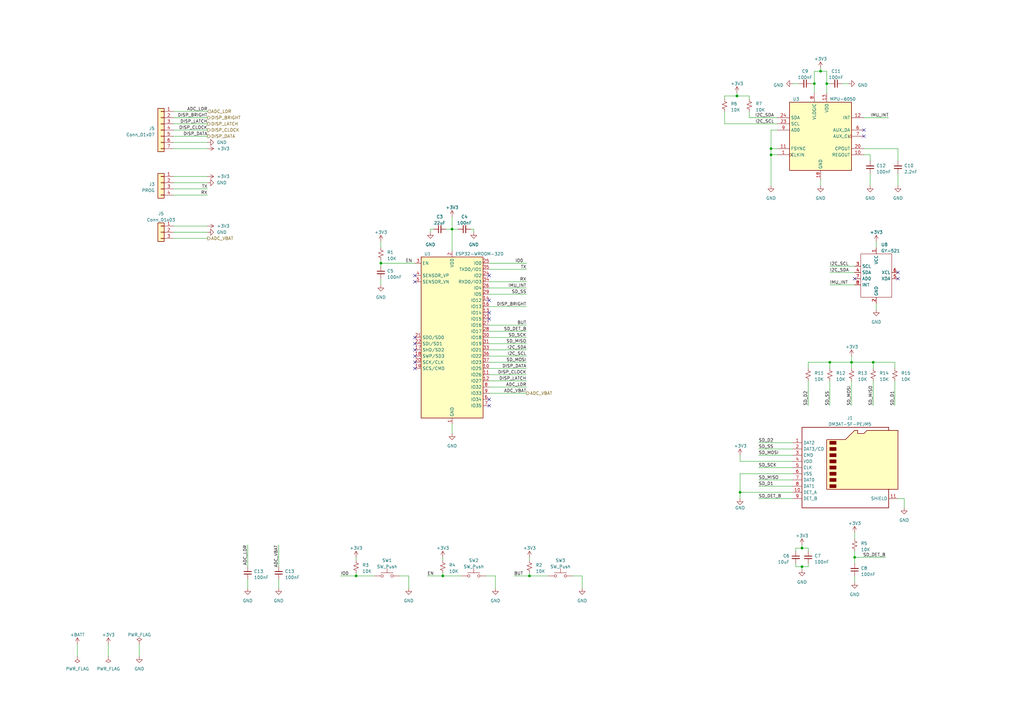
<source format=kicad_sch>
(kicad_sch (version 20230121) (generator eeschema)

  (uuid 6d3c68db-796e-46ce-8188-f6fdd9c9ef2c)

  (paper "A3")

  (title_block
    (title "ESP32 Leanometer")
    (date "2023-04-10")
    (rev "R1.0")
    (company "github.com/theloukou/Leanometer")
    (comment 1 "Lefteris Kantakos")
  )

  (lib_symbols
    (symbol "Connector:Micro_SD_Card_Det2" (in_bom yes) (on_board yes)
      (property "Reference" "J" (at -16.51 17.78 0)
        (effects (font (size 1.27 1.27)))
      )
      (property "Value" "Micro_SD_Card_Det2" (at 16.51 17.78 0)
        (effects (font (size 1.27 1.27)) (justify right))
      )
      (property "Footprint" "" (at 52.07 17.78 0)
        (effects (font (size 1.27 1.27)) hide)
      )
      (property "Datasheet" "https://www.hirose.com/en/product/document?clcode=&productname=&series=DM3&documenttype=Catalog&lang=en&documentid=D49662_en" (at 2.54 2.54 0)
        (effects (font (size 1.27 1.27)) hide)
      )
      (property "ki_keywords" "connector SD microsd" (at 0 0 0)
        (effects (font (size 1.27 1.27)) hide)
      )
      (property "ki_description" "Micro SD Card Socket with two card detection pins" (at 0 0 0)
        (effects (font (size 1.27 1.27)) hide)
      )
      (property "ki_fp_filters" "microSD*" (at 0 0 0)
        (effects (font (size 1.27 1.27)) hide)
      )
      (symbol "Micro_SD_Card_Det2_0_1"
        (rectangle (start -7.62 -6.985) (end -5.08 -8.255)
          (stroke (width 0.254) (type default))
          (fill (type outline))
        )
        (rectangle (start -7.62 -4.445) (end -5.08 -5.715)
          (stroke (width 0.254) (type default))
          (fill (type outline))
        )
        (rectangle (start -7.62 -1.905) (end -5.08 -3.175)
          (stroke (width 0.254) (type default))
          (fill (type outline))
        )
        (rectangle (start -7.62 0.635) (end -5.08 -0.635)
          (stroke (width 0.254) (type default))
          (fill (type outline))
        )
        (rectangle (start -7.62 3.175) (end -5.08 1.905)
          (stroke (width 0.254) (type default))
          (fill (type outline))
        )
        (rectangle (start -7.62 5.715) (end -5.08 4.445)
          (stroke (width 0.254) (type default))
          (fill (type outline))
        )
        (rectangle (start -7.62 8.255) (end -5.08 6.985)
          (stroke (width 0.254) (type default))
          (fill (type outline))
        )
        (rectangle (start -7.62 10.795) (end -5.08 9.525)
          (stroke (width 0.254) (type default))
          (fill (type outline))
        )
        (polyline
          (pts
            (xy 16.51 15.24)
            (xy 16.51 16.51)
            (xy -19.05 16.51)
            (xy -19.05 -16.51)
            (xy 16.51 -16.51)
            (xy 16.51 -8.89)
          )
          (stroke (width 0.254) (type default))
          (fill (type none))
        )
        (polyline
          (pts
            (xy -8.89 -8.89)
            (xy -8.89 11.43)
            (xy -1.27 11.43)
            (xy 2.54 15.24)
            (xy 3.81 15.24)
            (xy 3.81 13.97)
            (xy 6.35 13.97)
            (xy 7.62 15.24)
            (xy 20.32 15.24)
            (xy 20.32 -8.89)
            (xy -8.89 -8.89)
          )
          (stroke (width 0.254) (type default))
          (fill (type background))
        )
      )
      (symbol "Micro_SD_Card_Det2_1_1"
        (pin bidirectional line (at -22.86 10.16 0) (length 3.81)
          (name "DAT2" (effects (font (size 1.27 1.27))))
          (number "1" (effects (font (size 1.27 1.27))))
        )
        (pin passive line (at -22.86 -10.16 0) (length 3.81)
          (name "DET_A" (effects (font (size 1.27 1.27))))
          (number "10" (effects (font (size 1.27 1.27))))
        )
        (pin passive line (at 20.32 -12.7 180) (length 3.81)
          (name "SHIELD" (effects (font (size 1.27 1.27))))
          (number "11" (effects (font (size 1.27 1.27))))
        )
        (pin bidirectional line (at -22.86 7.62 0) (length 3.81)
          (name "DAT3/CD" (effects (font (size 1.27 1.27))))
          (number "2" (effects (font (size 1.27 1.27))))
        )
        (pin input line (at -22.86 5.08 0) (length 3.81)
          (name "CMD" (effects (font (size 1.27 1.27))))
          (number "3" (effects (font (size 1.27 1.27))))
        )
        (pin power_in line (at -22.86 2.54 0) (length 3.81)
          (name "VDD" (effects (font (size 1.27 1.27))))
          (number "4" (effects (font (size 1.27 1.27))))
        )
        (pin input line (at -22.86 0 0) (length 3.81)
          (name "CLK" (effects (font (size 1.27 1.27))))
          (number "5" (effects (font (size 1.27 1.27))))
        )
        (pin power_in line (at -22.86 -2.54 0) (length 3.81)
          (name "VSS" (effects (font (size 1.27 1.27))))
          (number "6" (effects (font (size 1.27 1.27))))
        )
        (pin bidirectional line (at -22.86 -5.08 0) (length 3.81)
          (name "DAT0" (effects (font (size 1.27 1.27))))
          (number "7" (effects (font (size 1.27 1.27))))
        )
        (pin bidirectional line (at -22.86 -7.62 0) (length 3.81)
          (name "DAT1" (effects (font (size 1.27 1.27))))
          (number "8" (effects (font (size 1.27 1.27))))
        )
        (pin passive line (at -22.86 -12.7 0) (length 3.81)
          (name "DET_B" (effects (font (size 1.27 1.27))))
          (number "9" (effects (font (size 1.27 1.27))))
        )
      )
    )
    (symbol "Connector_Generic:Conn_01x03" (pin_names (offset 1.016) hide) (in_bom yes) (on_board yes)
      (property "Reference" "J" (at 0 5.08 0)
        (effects (font (size 1.27 1.27)))
      )
      (property "Value" "Conn_01x03" (at 0 -5.08 0)
        (effects (font (size 1.27 1.27)))
      )
      (property "Footprint" "" (at 0 0 0)
        (effects (font (size 1.27 1.27)) hide)
      )
      (property "Datasheet" "~" (at 0 0 0)
        (effects (font (size 1.27 1.27)) hide)
      )
      (property "ki_keywords" "connector" (at 0 0 0)
        (effects (font (size 1.27 1.27)) hide)
      )
      (property "ki_description" "Generic connector, single row, 01x03, script generated (kicad-library-utils/schlib/autogen/connector/)" (at 0 0 0)
        (effects (font (size 1.27 1.27)) hide)
      )
      (property "ki_fp_filters" "Connector*:*_1x??_*" (at 0 0 0)
        (effects (font (size 1.27 1.27)) hide)
      )
      (symbol "Conn_01x03_1_1"
        (rectangle (start -1.27 -2.413) (end 0 -2.667)
          (stroke (width 0.1524) (type default))
          (fill (type none))
        )
        (rectangle (start -1.27 0.127) (end 0 -0.127)
          (stroke (width 0.1524) (type default))
          (fill (type none))
        )
        (rectangle (start -1.27 2.667) (end 0 2.413)
          (stroke (width 0.1524) (type default))
          (fill (type none))
        )
        (rectangle (start -1.27 3.81) (end 1.27 -3.81)
          (stroke (width 0.254) (type default))
          (fill (type background))
        )
        (pin passive line (at -5.08 2.54 0) (length 3.81)
          (name "Pin_1" (effects (font (size 1.27 1.27))))
          (number "1" (effects (font (size 1.27 1.27))))
        )
        (pin passive line (at -5.08 0 0) (length 3.81)
          (name "Pin_2" (effects (font (size 1.27 1.27))))
          (number "2" (effects (font (size 1.27 1.27))))
        )
        (pin passive line (at -5.08 -2.54 0) (length 3.81)
          (name "Pin_3" (effects (font (size 1.27 1.27))))
          (number "3" (effects (font (size 1.27 1.27))))
        )
      )
    )
    (symbol "Connector_Generic:Conn_01x04" (pin_names (offset 1.016) hide) (in_bom yes) (on_board yes)
      (property "Reference" "J" (at 0 5.08 0)
        (effects (font (size 1.27 1.27)))
      )
      (property "Value" "Conn_01x04" (at 0 -7.62 0)
        (effects (font (size 1.27 1.27)))
      )
      (property "Footprint" "" (at 0 0 0)
        (effects (font (size 1.27 1.27)) hide)
      )
      (property "Datasheet" "~" (at 0 0 0)
        (effects (font (size 1.27 1.27)) hide)
      )
      (property "ki_keywords" "connector" (at 0 0 0)
        (effects (font (size 1.27 1.27)) hide)
      )
      (property "ki_description" "Generic connector, single row, 01x04, script generated (kicad-library-utils/schlib/autogen/connector/)" (at 0 0 0)
        (effects (font (size 1.27 1.27)) hide)
      )
      (property "ki_fp_filters" "Connector*:*_1x??_*" (at 0 0 0)
        (effects (font (size 1.27 1.27)) hide)
      )
      (symbol "Conn_01x04_1_1"
        (rectangle (start -1.27 -4.953) (end 0 -5.207)
          (stroke (width 0.1524) (type default))
          (fill (type none))
        )
        (rectangle (start -1.27 -2.413) (end 0 -2.667)
          (stroke (width 0.1524) (type default))
          (fill (type none))
        )
        (rectangle (start -1.27 0.127) (end 0 -0.127)
          (stroke (width 0.1524) (type default))
          (fill (type none))
        )
        (rectangle (start -1.27 2.667) (end 0 2.413)
          (stroke (width 0.1524) (type default))
          (fill (type none))
        )
        (rectangle (start -1.27 3.81) (end 1.27 -6.35)
          (stroke (width 0.254) (type default))
          (fill (type background))
        )
        (pin passive line (at -5.08 2.54 0) (length 3.81)
          (name "Pin_1" (effects (font (size 1.27 1.27))))
          (number "1" (effects (font (size 1.27 1.27))))
        )
        (pin passive line (at -5.08 0 0) (length 3.81)
          (name "Pin_2" (effects (font (size 1.27 1.27))))
          (number "2" (effects (font (size 1.27 1.27))))
        )
        (pin passive line (at -5.08 -2.54 0) (length 3.81)
          (name "Pin_3" (effects (font (size 1.27 1.27))))
          (number "3" (effects (font (size 1.27 1.27))))
        )
        (pin passive line (at -5.08 -5.08 0) (length 3.81)
          (name "Pin_4" (effects (font (size 1.27 1.27))))
          (number "4" (effects (font (size 1.27 1.27))))
        )
      )
    )
    (symbol "Connector_Generic:Conn_01x07" (pin_names (offset 1.016) hide) (in_bom yes) (on_board yes)
      (property "Reference" "J" (at 0 10.16 0)
        (effects (font (size 1.27 1.27)))
      )
      (property "Value" "Conn_01x07" (at 0 -10.16 0)
        (effects (font (size 1.27 1.27)))
      )
      (property "Footprint" "" (at 0 0 0)
        (effects (font (size 1.27 1.27)) hide)
      )
      (property "Datasheet" "~" (at 0 0 0)
        (effects (font (size 1.27 1.27)) hide)
      )
      (property "ki_keywords" "connector" (at 0 0 0)
        (effects (font (size 1.27 1.27)) hide)
      )
      (property "ki_description" "Generic connector, single row, 01x07, script generated (kicad-library-utils/schlib/autogen/connector/)" (at 0 0 0)
        (effects (font (size 1.27 1.27)) hide)
      )
      (property "ki_fp_filters" "Connector*:*_1x??_*" (at 0 0 0)
        (effects (font (size 1.27 1.27)) hide)
      )
      (symbol "Conn_01x07_1_1"
        (rectangle (start -1.27 -7.493) (end 0 -7.747)
          (stroke (width 0.1524) (type default))
          (fill (type none))
        )
        (rectangle (start -1.27 -4.953) (end 0 -5.207)
          (stroke (width 0.1524) (type default))
          (fill (type none))
        )
        (rectangle (start -1.27 -2.413) (end 0 -2.667)
          (stroke (width 0.1524) (type default))
          (fill (type none))
        )
        (rectangle (start -1.27 0.127) (end 0 -0.127)
          (stroke (width 0.1524) (type default))
          (fill (type none))
        )
        (rectangle (start -1.27 2.667) (end 0 2.413)
          (stroke (width 0.1524) (type default))
          (fill (type none))
        )
        (rectangle (start -1.27 5.207) (end 0 4.953)
          (stroke (width 0.1524) (type default))
          (fill (type none))
        )
        (rectangle (start -1.27 7.747) (end 0 7.493)
          (stroke (width 0.1524) (type default))
          (fill (type none))
        )
        (rectangle (start -1.27 8.89) (end 1.27 -8.89)
          (stroke (width 0.254) (type default))
          (fill (type background))
        )
        (pin passive line (at -5.08 7.62 0) (length 3.81)
          (name "Pin_1" (effects (font (size 1.27 1.27))))
          (number "1" (effects (font (size 1.27 1.27))))
        )
        (pin passive line (at -5.08 5.08 0) (length 3.81)
          (name "Pin_2" (effects (font (size 1.27 1.27))))
          (number "2" (effects (font (size 1.27 1.27))))
        )
        (pin passive line (at -5.08 2.54 0) (length 3.81)
          (name "Pin_3" (effects (font (size 1.27 1.27))))
          (number "3" (effects (font (size 1.27 1.27))))
        )
        (pin passive line (at -5.08 0 0) (length 3.81)
          (name "Pin_4" (effects (font (size 1.27 1.27))))
          (number "4" (effects (font (size 1.27 1.27))))
        )
        (pin passive line (at -5.08 -2.54 0) (length 3.81)
          (name "Pin_5" (effects (font (size 1.27 1.27))))
          (number "5" (effects (font (size 1.27 1.27))))
        )
        (pin passive line (at -5.08 -5.08 0) (length 3.81)
          (name "Pin_6" (effects (font (size 1.27 1.27))))
          (number "6" (effects (font (size 1.27 1.27))))
        )
        (pin passive line (at -5.08 -7.62 0) (length 3.81)
          (name "Pin_7" (effects (font (size 1.27 1.27))))
          (number "7" (effects (font (size 1.27 1.27))))
        )
      )
    )
    (symbol "Device:C_Small" (pin_numbers hide) (pin_names (offset 0.254) hide) (in_bom yes) (on_board yes)
      (property "Reference" "C" (at 0.254 1.778 0)
        (effects (font (size 1.27 1.27)) (justify left))
      )
      (property "Value" "C_Small" (at 0.254 -2.032 0)
        (effects (font (size 1.27 1.27)) (justify left))
      )
      (property "Footprint" "" (at 0 0 0)
        (effects (font (size 1.27 1.27)) hide)
      )
      (property "Datasheet" "~" (at 0 0 0)
        (effects (font (size 1.27 1.27)) hide)
      )
      (property "ki_keywords" "capacitor cap" (at 0 0 0)
        (effects (font (size 1.27 1.27)) hide)
      )
      (property "ki_description" "Unpolarized capacitor, small symbol" (at 0 0 0)
        (effects (font (size 1.27 1.27)) hide)
      )
      (property "ki_fp_filters" "C_*" (at 0 0 0)
        (effects (font (size 1.27 1.27)) hide)
      )
      (symbol "C_Small_0_1"
        (polyline
          (pts
            (xy -1.524 -0.508)
            (xy 1.524 -0.508)
          )
          (stroke (width 0.3302) (type default))
          (fill (type none))
        )
        (polyline
          (pts
            (xy -1.524 0.508)
            (xy 1.524 0.508)
          )
          (stroke (width 0.3048) (type default))
          (fill (type none))
        )
      )
      (symbol "C_Small_1_1"
        (pin passive line (at 0 2.54 270) (length 2.032)
          (name "~" (effects (font (size 1.27 1.27))))
          (number "1" (effects (font (size 1.27 1.27))))
        )
        (pin passive line (at 0 -2.54 90) (length 2.032)
          (name "~" (effects (font (size 1.27 1.27))))
          (number "2" (effects (font (size 1.27 1.27))))
        )
      )
    )
    (symbol "Device:R_Small_US" (pin_numbers hide) (pin_names (offset 0.254) hide) (in_bom yes) (on_board yes)
      (property "Reference" "R" (at 0.762 0.508 0)
        (effects (font (size 1.27 1.27)) (justify left))
      )
      (property "Value" "R_Small_US" (at 0.762 -1.016 0)
        (effects (font (size 1.27 1.27)) (justify left))
      )
      (property "Footprint" "" (at 0 0 0)
        (effects (font (size 1.27 1.27)) hide)
      )
      (property "Datasheet" "~" (at 0 0 0)
        (effects (font (size 1.27 1.27)) hide)
      )
      (property "ki_keywords" "r resistor" (at 0 0 0)
        (effects (font (size 1.27 1.27)) hide)
      )
      (property "ki_description" "Resistor, small US symbol" (at 0 0 0)
        (effects (font (size 1.27 1.27)) hide)
      )
      (property "ki_fp_filters" "R_*" (at 0 0 0)
        (effects (font (size 1.27 1.27)) hide)
      )
      (symbol "R_Small_US_1_1"
        (polyline
          (pts
            (xy 0 0)
            (xy 1.016 -0.381)
            (xy 0 -0.762)
            (xy -1.016 -1.143)
            (xy 0 -1.524)
          )
          (stroke (width 0) (type default))
          (fill (type none))
        )
        (polyline
          (pts
            (xy 0 1.524)
            (xy 1.016 1.143)
            (xy 0 0.762)
            (xy -1.016 0.381)
            (xy 0 0)
          )
          (stroke (width 0) (type default))
          (fill (type none))
        )
        (pin passive line (at 0 2.54 270) (length 1.016)
          (name "~" (effects (font (size 1.27 1.27))))
          (number "1" (effects (font (size 1.27 1.27))))
        )
        (pin passive line (at 0 -2.54 90) (length 1.016)
          (name "~" (effects (font (size 1.27 1.27))))
          (number "2" (effects (font (size 1.27 1.27))))
        )
      )
    )
    (symbol "MPU6050(GY-521):MPU6050(GY-521)" (in_bom yes) (on_board yes)
      (property "Reference" "U" (at -5.08 10.16 0)
        (effects (font (size 1.27 1.27)))
      )
      (property "Value" "GY-521" (at 5.08 10.16 0)
        (effects (font (size 1.27 1.27)))
      )
      (property "Footprint" "MPU6050(GY-521):MPU6050(GY-521)" (at 0 0 0)
        (effects (font (size 1.27 1.27)) hide)
      )
      (property "Datasheet" "" (at 0 0 0)
        (effects (font (size 1.27 1.27)) hide)
      )
      (symbol "MPU6050(GY-521)_0_1"
        (rectangle (start -6.35 8.89) (end 6.35 -8.89)
          (stroke (width 0) (type default))
          (fill (type none))
        )
      )
      (symbol "MPU6050(GY-521)_1_1"
        (pin power_in line (at 0 11.43 270) (length 2.54)
          (name "VCC" (effects (font (size 1.27 1.27))))
          (number "1" (effects (font (size 1.27 1.27))))
        )
        (pin power_in line (at 0 -11.43 90) (length 2.54)
          (name "GND" (effects (font (size 1.27 1.27))))
          (number "2" (effects (font (size 1.27 1.27))))
        )
        (pin input line (at -8.89 3.81 0) (length 2.54)
          (name "SCL" (effects (font (size 1.27 1.27))))
          (number "3" (effects (font (size 1.27 1.27))))
        )
        (pin bidirectional line (at -8.89 1.27 0) (length 2.54)
          (name "SDA" (effects (font (size 1.27 1.27))))
          (number "4" (effects (font (size 1.27 1.27))))
        )
        (pin bidirectional line (at 8.89 -1.27 180) (length 2.54)
          (name "XDA" (effects (font (size 1.27 1.27))))
          (number "5" (effects (font (size 1.27 1.27))))
        )
        (pin output line (at 8.89 1.27 180) (length 2.54)
          (name "XCL" (effects (font (size 1.27 1.27))))
          (number "6" (effects (font (size 1.27 1.27))))
        )
        (pin input line (at -8.89 -1.27 0) (length 2.54)
          (name "AD0" (effects (font (size 1.27 1.27))))
          (number "7" (effects (font (size 1.27 1.27))))
        )
        (pin output line (at -8.89 -3.81 0) (length 2.54)
          (name "INT" (effects (font (size 1.27 1.27))))
          (number "8" (effects (font (size 1.27 1.27))))
        )
      )
    )
    (symbol "RF_Module:ESP32-WROOM-32D" (in_bom yes) (on_board yes)
      (property "Reference" "U" (at -12.7 34.29 0)
        (effects (font (size 1.27 1.27)) (justify left))
      )
      (property "Value" "ESP32-WROOM-32D" (at 1.27 34.29 0)
        (effects (font (size 1.27 1.27)) (justify left))
      )
      (property "Footprint" "RF_Module:ESP32-WROOM-32D" (at 16.51 -34.29 0)
        (effects (font (size 1.27 1.27)) hide)
      )
      (property "Datasheet" "https://www.espressif.com/sites/default/files/documentation/esp32-wroom-32d_esp32-wroom-32u_datasheet_en.pdf" (at -7.62 1.27 0)
        (effects (font (size 1.27 1.27)) hide)
      )
      (property "ki_keywords" "RF Radio BT ESP ESP32 Espressif onboard PCB antenna" (at 0 0 0)
        (effects (font (size 1.27 1.27)) hide)
      )
      (property "ki_description" "RF Module, ESP32-D0WD SoC, Wi-Fi 802.11b/g/n, Bluetooth, BLE, 32-bit, 2.7-3.6V, onboard antenna, SMD" (at 0 0 0)
        (effects (font (size 1.27 1.27)) hide)
      )
      (property "ki_fp_filters" "ESP32?WROOM?32D*" (at 0 0 0)
        (effects (font (size 1.27 1.27)) hide)
      )
      (symbol "ESP32-WROOM-32D_0_1"
        (rectangle (start -12.7 33.02) (end 12.7 -33.02)
          (stroke (width 0.254) (type default))
          (fill (type background))
        )
      )
      (symbol "ESP32-WROOM-32D_1_1"
        (pin power_in line (at 0 -35.56 90) (length 2.54)
          (name "GND" (effects (font (size 1.27 1.27))))
          (number "1" (effects (font (size 1.27 1.27))))
        )
        (pin bidirectional line (at 15.24 -12.7 180) (length 2.54)
          (name "IO25" (effects (font (size 1.27 1.27))))
          (number "10" (effects (font (size 1.27 1.27))))
        )
        (pin bidirectional line (at 15.24 -15.24 180) (length 2.54)
          (name "IO26" (effects (font (size 1.27 1.27))))
          (number "11" (effects (font (size 1.27 1.27))))
        )
        (pin bidirectional line (at 15.24 -17.78 180) (length 2.54)
          (name "IO27" (effects (font (size 1.27 1.27))))
          (number "12" (effects (font (size 1.27 1.27))))
        )
        (pin bidirectional line (at 15.24 10.16 180) (length 2.54)
          (name "IO14" (effects (font (size 1.27 1.27))))
          (number "13" (effects (font (size 1.27 1.27))))
        )
        (pin bidirectional line (at 15.24 15.24 180) (length 2.54)
          (name "IO12" (effects (font (size 1.27 1.27))))
          (number "14" (effects (font (size 1.27 1.27))))
        )
        (pin passive line (at 0 -35.56 90) (length 2.54) hide
          (name "GND" (effects (font (size 1.27 1.27))))
          (number "15" (effects (font (size 1.27 1.27))))
        )
        (pin bidirectional line (at 15.24 12.7 180) (length 2.54)
          (name "IO13" (effects (font (size 1.27 1.27))))
          (number "16" (effects (font (size 1.27 1.27))))
        )
        (pin bidirectional line (at -15.24 -5.08 0) (length 2.54)
          (name "SHD/SD2" (effects (font (size 1.27 1.27))))
          (number "17" (effects (font (size 1.27 1.27))))
        )
        (pin bidirectional line (at -15.24 -7.62 0) (length 2.54)
          (name "SWP/SD3" (effects (font (size 1.27 1.27))))
          (number "18" (effects (font (size 1.27 1.27))))
        )
        (pin bidirectional line (at -15.24 -12.7 0) (length 2.54)
          (name "SCS/CMD" (effects (font (size 1.27 1.27))))
          (number "19" (effects (font (size 1.27 1.27))))
        )
        (pin power_in line (at 0 35.56 270) (length 2.54)
          (name "VDD" (effects (font (size 1.27 1.27))))
          (number "2" (effects (font (size 1.27 1.27))))
        )
        (pin bidirectional line (at -15.24 -10.16 0) (length 2.54)
          (name "SCK/CLK" (effects (font (size 1.27 1.27))))
          (number "20" (effects (font (size 1.27 1.27))))
        )
        (pin bidirectional line (at -15.24 0 0) (length 2.54)
          (name "SDO/SD0" (effects (font (size 1.27 1.27))))
          (number "21" (effects (font (size 1.27 1.27))))
        )
        (pin bidirectional line (at -15.24 -2.54 0) (length 2.54)
          (name "SDI/SD1" (effects (font (size 1.27 1.27))))
          (number "22" (effects (font (size 1.27 1.27))))
        )
        (pin bidirectional line (at 15.24 7.62 180) (length 2.54)
          (name "IO15" (effects (font (size 1.27 1.27))))
          (number "23" (effects (font (size 1.27 1.27))))
        )
        (pin bidirectional line (at 15.24 25.4 180) (length 2.54)
          (name "IO2" (effects (font (size 1.27 1.27))))
          (number "24" (effects (font (size 1.27 1.27))))
        )
        (pin bidirectional line (at 15.24 30.48 180) (length 2.54)
          (name "IO0" (effects (font (size 1.27 1.27))))
          (number "25" (effects (font (size 1.27 1.27))))
        )
        (pin bidirectional line (at 15.24 20.32 180) (length 2.54)
          (name "IO4" (effects (font (size 1.27 1.27))))
          (number "26" (effects (font (size 1.27 1.27))))
        )
        (pin bidirectional line (at 15.24 5.08 180) (length 2.54)
          (name "IO16" (effects (font (size 1.27 1.27))))
          (number "27" (effects (font (size 1.27 1.27))))
        )
        (pin bidirectional line (at 15.24 2.54 180) (length 2.54)
          (name "IO17" (effects (font (size 1.27 1.27))))
          (number "28" (effects (font (size 1.27 1.27))))
        )
        (pin bidirectional line (at 15.24 17.78 180) (length 2.54)
          (name "IO5" (effects (font (size 1.27 1.27))))
          (number "29" (effects (font (size 1.27 1.27))))
        )
        (pin input line (at -15.24 30.48 0) (length 2.54)
          (name "EN" (effects (font (size 1.27 1.27))))
          (number "3" (effects (font (size 1.27 1.27))))
        )
        (pin bidirectional line (at 15.24 0 180) (length 2.54)
          (name "IO18" (effects (font (size 1.27 1.27))))
          (number "30" (effects (font (size 1.27 1.27))))
        )
        (pin bidirectional line (at 15.24 -2.54 180) (length 2.54)
          (name "IO19" (effects (font (size 1.27 1.27))))
          (number "31" (effects (font (size 1.27 1.27))))
        )
        (pin no_connect line (at -12.7 -27.94 0) (length 2.54) hide
          (name "NC" (effects (font (size 1.27 1.27))))
          (number "32" (effects (font (size 1.27 1.27))))
        )
        (pin bidirectional line (at 15.24 -5.08 180) (length 2.54)
          (name "IO21" (effects (font (size 1.27 1.27))))
          (number "33" (effects (font (size 1.27 1.27))))
        )
        (pin bidirectional line (at 15.24 22.86 180) (length 2.54)
          (name "RXD0/IO3" (effects (font (size 1.27 1.27))))
          (number "34" (effects (font (size 1.27 1.27))))
        )
        (pin bidirectional line (at 15.24 27.94 180) (length 2.54)
          (name "TXD0/IO1" (effects (font (size 1.27 1.27))))
          (number "35" (effects (font (size 1.27 1.27))))
        )
        (pin bidirectional line (at 15.24 -7.62 180) (length 2.54)
          (name "IO22" (effects (font (size 1.27 1.27))))
          (number "36" (effects (font (size 1.27 1.27))))
        )
        (pin bidirectional line (at 15.24 -10.16 180) (length 2.54)
          (name "IO23" (effects (font (size 1.27 1.27))))
          (number "37" (effects (font (size 1.27 1.27))))
        )
        (pin passive line (at 0 -35.56 90) (length 2.54) hide
          (name "GND" (effects (font (size 1.27 1.27))))
          (number "38" (effects (font (size 1.27 1.27))))
        )
        (pin passive line (at 0 -35.56 90) (length 2.54) hide
          (name "GND" (effects (font (size 1.27 1.27))))
          (number "39" (effects (font (size 1.27 1.27))))
        )
        (pin input line (at -15.24 25.4 0) (length 2.54)
          (name "SENSOR_VP" (effects (font (size 1.27 1.27))))
          (number "4" (effects (font (size 1.27 1.27))))
        )
        (pin input line (at -15.24 22.86 0) (length 2.54)
          (name "SENSOR_VN" (effects (font (size 1.27 1.27))))
          (number "5" (effects (font (size 1.27 1.27))))
        )
        (pin input line (at 15.24 -25.4 180) (length 2.54)
          (name "IO34" (effects (font (size 1.27 1.27))))
          (number "6" (effects (font (size 1.27 1.27))))
        )
        (pin input line (at 15.24 -27.94 180) (length 2.54)
          (name "IO35" (effects (font (size 1.27 1.27))))
          (number "7" (effects (font (size 1.27 1.27))))
        )
        (pin bidirectional line (at 15.24 -20.32 180) (length 2.54)
          (name "IO32" (effects (font (size 1.27 1.27))))
          (number "8" (effects (font (size 1.27 1.27))))
        )
        (pin bidirectional line (at 15.24 -22.86 180) (length 2.54)
          (name "IO33" (effects (font (size 1.27 1.27))))
          (number "9" (effects (font (size 1.27 1.27))))
        )
      )
    )
    (symbol "Sensor_Motion:MPU-6050" (in_bom yes) (on_board yes)
      (property "Reference" "U" (at -11.43 13.97 0)
        (effects (font (size 1.27 1.27)))
      )
      (property "Value" "MPU-6050" (at 7.62 -15.24 0)
        (effects (font (size 1.27 1.27)))
      )
      (property "Footprint" "Sensor_Motion:InvenSense_QFN-24_4x4mm_P0.5mm" (at 0 -20.32 0)
        (effects (font (size 1.27 1.27)) hide)
      )
      (property "Datasheet" "https://invensense.tdk.com/wp-content/uploads/2015/02/MPU-6000-Datasheet1.pdf" (at 0 -3.81 0)
        (effects (font (size 1.27 1.27)) hide)
      )
      (property "ki_keywords" "mems" (at 0 0 0)
        (effects (font (size 1.27 1.27)) hide)
      )
      (property "ki_description" "InvenSense 6-Axis Motion Sensor, Gyroscope, Accelerometer, I2C" (at 0 0 0)
        (effects (font (size 1.27 1.27)) hide)
      )
      (property "ki_fp_filters" "*QFN*4x4mm*P0.5mm*" (at 0 0 0)
        (effects (font (size 1.27 1.27)) hide)
      )
      (symbol "MPU-6050_0_0"
        (text "" (at 12.7 -2.54 0)
          (effects (font (size 1.27 1.27)))
        )
      )
      (symbol "MPU-6050_0_1"
        (rectangle (start -12.7 13.97) (end 12.7 -13.97)
          (stroke (width 0.254) (type default))
          (fill (type background))
        )
      )
      (symbol "MPU-6050_1_1"
        (pin input clock (at -17.78 -7.62 0) (length 5.08)
          (name "CLKIN" (effects (font (size 1.27 1.27))))
          (number "1" (effects (font (size 1.27 1.27))))
        )
        (pin passive line (at 17.78 -7.62 180) (length 5.08)
          (name "REGOUT" (effects (font (size 1.27 1.27))))
          (number "10" (effects (font (size 1.27 1.27))))
        )
        (pin input line (at -17.78 -5.08 0) (length 5.08)
          (name "FSYNC" (effects (font (size 1.27 1.27))))
          (number "11" (effects (font (size 1.27 1.27))))
        )
        (pin output line (at 17.78 7.62 180) (length 5.08)
          (name "INT" (effects (font (size 1.27 1.27))))
          (number "12" (effects (font (size 1.27 1.27))))
        )
        (pin power_in line (at 2.54 17.78 270) (length 3.81)
          (name "VDD" (effects (font (size 1.27 1.27))))
          (number "13" (effects (font (size 1.27 1.27))))
        )
        (pin no_connect line (at -12.7 -10.16 0) (length 2.54) hide
          (name "NC" (effects (font (size 1.27 1.27))))
          (number "14" (effects (font (size 1.27 1.27))))
        )
        (pin no_connect line (at 12.7 12.7 180) (length 2.54) hide
          (name "NC" (effects (font (size 1.27 1.27))))
          (number "15" (effects (font (size 1.27 1.27))))
        )
        (pin no_connect line (at 12.7 10.16 180) (length 2.54) hide
          (name "NC" (effects (font (size 1.27 1.27))))
          (number "16" (effects (font (size 1.27 1.27))))
        )
        (pin no_connect line (at 12.7 5.08 180) (length 2.54) hide
          (name "NC" (effects (font (size 1.27 1.27))))
          (number "17" (effects (font (size 1.27 1.27))))
        )
        (pin power_in line (at 0 -17.78 90) (length 3.81)
          (name "GND" (effects (font (size 1.27 1.27))))
          (number "18" (effects (font (size 1.27 1.27))))
        )
        (pin no_connect line (at 12.7 -10.16 180) (length 2.54) hide
          (name "RESV" (effects (font (size 1.27 1.27))))
          (number "19" (effects (font (size 1.27 1.27))))
        )
        (pin no_connect line (at -12.7 12.7 0) (length 2.54) hide
          (name "NC" (effects (font (size 1.27 1.27))))
          (number "2" (effects (font (size 1.27 1.27))))
        )
        (pin passive line (at 17.78 -5.08 180) (length 5.08)
          (name "CPOUT" (effects (font (size 1.27 1.27))))
          (number "20" (effects (font (size 1.27 1.27))))
        )
        (pin no_connect line (at 12.7 -2.54 180) (length 2.54) hide
          (name "RESV" (effects (font (size 1.27 1.27))))
          (number "21" (effects (font (size 1.27 1.27))))
        )
        (pin no_connect line (at 12.7 -12.7 180) (length 2.54) hide
          (name "RESV" (effects (font (size 1.27 1.27))))
          (number "22" (effects (font (size 1.27 1.27))))
        )
        (pin input line (at -17.78 5.08 0) (length 5.08)
          (name "SCL" (effects (font (size 1.27 1.27))))
          (number "23" (effects (font (size 1.27 1.27))))
        )
        (pin bidirectional line (at -17.78 7.62 0) (length 5.08)
          (name "SDA" (effects (font (size 1.27 1.27))))
          (number "24" (effects (font (size 1.27 1.27))))
        )
        (pin no_connect line (at -12.7 10.16 0) (length 2.54) hide
          (name "NC" (effects (font (size 1.27 1.27))))
          (number "3" (effects (font (size 1.27 1.27))))
        )
        (pin no_connect line (at -12.7 0 0) (length 2.54) hide
          (name "NC" (effects (font (size 1.27 1.27))))
          (number "4" (effects (font (size 1.27 1.27))))
        )
        (pin no_connect line (at -12.7 -2.54 0) (length 2.54) hide
          (name "NC" (effects (font (size 1.27 1.27))))
          (number "5" (effects (font (size 1.27 1.27))))
        )
        (pin bidirectional line (at 17.78 2.54 180) (length 5.08)
          (name "AUX_DA" (effects (font (size 1.27 1.27))))
          (number "6" (effects (font (size 1.27 1.27))))
        )
        (pin output clock (at 17.78 0 180) (length 5.08)
          (name "AUX_CL" (effects (font (size 1.27 1.27))))
          (number "7" (effects (font (size 1.27 1.27))))
        )
        (pin power_in line (at -2.54 17.78 270) (length 3.81)
          (name "VLOGIC" (effects (font (size 1.27 1.27))))
          (number "8" (effects (font (size 1.27 1.27))))
        )
        (pin input line (at -17.78 2.54 0) (length 5.08)
          (name "AD0" (effects (font (size 1.27 1.27))))
          (number "9" (effects (font (size 1.27 1.27))))
        )
      )
    )
    (symbol "Switch:SW_Push" (pin_numbers hide) (pin_names (offset 1.016) hide) (in_bom yes) (on_board yes)
      (property "Reference" "SW" (at 1.27 2.54 0)
        (effects (font (size 1.27 1.27)) (justify left))
      )
      (property "Value" "SW_Push" (at 0 -1.524 0)
        (effects (font (size 1.27 1.27)))
      )
      (property "Footprint" "" (at 0 5.08 0)
        (effects (font (size 1.27 1.27)) hide)
      )
      (property "Datasheet" "~" (at 0 5.08 0)
        (effects (font (size 1.27 1.27)) hide)
      )
      (property "ki_keywords" "switch normally-open pushbutton push-button" (at 0 0 0)
        (effects (font (size 1.27 1.27)) hide)
      )
      (property "ki_description" "Push button switch, generic, two pins" (at 0 0 0)
        (effects (font (size 1.27 1.27)) hide)
      )
      (symbol "SW_Push_0_1"
        (circle (center -2.032 0) (radius 0.508)
          (stroke (width 0) (type default))
          (fill (type none))
        )
        (polyline
          (pts
            (xy 0 1.27)
            (xy 0 3.048)
          )
          (stroke (width 0) (type default))
          (fill (type none))
        )
        (polyline
          (pts
            (xy 2.54 1.27)
            (xy -2.54 1.27)
          )
          (stroke (width 0) (type default))
          (fill (type none))
        )
        (circle (center 2.032 0) (radius 0.508)
          (stroke (width 0) (type default))
          (fill (type none))
        )
        (pin passive line (at -5.08 0 0) (length 2.54)
          (name "1" (effects (font (size 1.27 1.27))))
          (number "1" (effects (font (size 1.27 1.27))))
        )
        (pin passive line (at 5.08 0 180) (length 2.54)
          (name "2" (effects (font (size 1.27 1.27))))
          (number "2" (effects (font (size 1.27 1.27))))
        )
      )
    )
    (symbol "power:+3V3" (power) (pin_names (offset 0)) (in_bom yes) (on_board yes)
      (property "Reference" "#PWR" (at 0 -3.81 0)
        (effects (font (size 1.27 1.27)) hide)
      )
      (property "Value" "+3V3" (at 0 3.556 0)
        (effects (font (size 1.27 1.27)))
      )
      (property "Footprint" "" (at 0 0 0)
        (effects (font (size 1.27 1.27)) hide)
      )
      (property "Datasheet" "" (at 0 0 0)
        (effects (font (size 1.27 1.27)) hide)
      )
      (property "ki_keywords" "global power" (at 0 0 0)
        (effects (font (size 1.27 1.27)) hide)
      )
      (property "ki_description" "Power symbol creates a global label with name \"+3V3\"" (at 0 0 0)
        (effects (font (size 1.27 1.27)) hide)
      )
      (symbol "+3V3_0_1"
        (polyline
          (pts
            (xy -0.762 1.27)
            (xy 0 2.54)
          )
          (stroke (width 0) (type default))
          (fill (type none))
        )
        (polyline
          (pts
            (xy 0 0)
            (xy 0 2.54)
          )
          (stroke (width 0) (type default))
          (fill (type none))
        )
        (polyline
          (pts
            (xy 0 2.54)
            (xy 0.762 1.27)
          )
          (stroke (width 0) (type default))
          (fill (type none))
        )
      )
      (symbol "+3V3_1_1"
        (pin power_in line (at 0 0 90) (length 0) hide
          (name "+3V3" (effects (font (size 1.27 1.27))))
          (number "1" (effects (font (size 1.27 1.27))))
        )
      )
    )
    (symbol "power:+BATT" (power) (pin_names (offset 0)) (in_bom yes) (on_board yes)
      (property "Reference" "#PWR" (at 0 -3.81 0)
        (effects (font (size 1.27 1.27)) hide)
      )
      (property "Value" "+BATT" (at 0 3.556 0)
        (effects (font (size 1.27 1.27)))
      )
      (property "Footprint" "" (at 0 0 0)
        (effects (font (size 1.27 1.27)) hide)
      )
      (property "Datasheet" "" (at 0 0 0)
        (effects (font (size 1.27 1.27)) hide)
      )
      (property "ki_keywords" "global power battery" (at 0 0 0)
        (effects (font (size 1.27 1.27)) hide)
      )
      (property "ki_description" "Power symbol creates a global label with name \"+BATT\"" (at 0 0 0)
        (effects (font (size 1.27 1.27)) hide)
      )
      (symbol "+BATT_0_1"
        (polyline
          (pts
            (xy -0.762 1.27)
            (xy 0 2.54)
          )
          (stroke (width 0) (type default))
          (fill (type none))
        )
        (polyline
          (pts
            (xy 0 0)
            (xy 0 2.54)
          )
          (stroke (width 0) (type default))
          (fill (type none))
        )
        (polyline
          (pts
            (xy 0 2.54)
            (xy 0.762 1.27)
          )
          (stroke (width 0) (type default))
          (fill (type none))
        )
      )
      (symbol "+BATT_1_1"
        (pin power_in line (at 0 0 90) (length 0) hide
          (name "+BATT" (effects (font (size 1.27 1.27))))
          (number "1" (effects (font (size 1.27 1.27))))
        )
      )
    )
    (symbol "power:GND" (power) (pin_names (offset 0)) (in_bom yes) (on_board yes)
      (property "Reference" "#PWR" (at 0 -6.35 0)
        (effects (font (size 1.27 1.27)) hide)
      )
      (property "Value" "GND" (at 0 -3.81 0)
        (effects (font (size 1.27 1.27)))
      )
      (property "Footprint" "" (at 0 0 0)
        (effects (font (size 1.27 1.27)) hide)
      )
      (property "Datasheet" "" (at 0 0 0)
        (effects (font (size 1.27 1.27)) hide)
      )
      (property "ki_keywords" "global power" (at 0 0 0)
        (effects (font (size 1.27 1.27)) hide)
      )
      (property "ki_description" "Power symbol creates a global label with name \"GND\" , ground" (at 0 0 0)
        (effects (font (size 1.27 1.27)) hide)
      )
      (symbol "GND_0_1"
        (polyline
          (pts
            (xy 0 0)
            (xy 0 -1.27)
            (xy 1.27 -1.27)
            (xy 0 -2.54)
            (xy -1.27 -1.27)
            (xy 0 -1.27)
          )
          (stroke (width 0) (type default))
          (fill (type none))
        )
      )
      (symbol "GND_1_1"
        (pin power_in line (at 0 0 270) (length 0) hide
          (name "GND" (effects (font (size 1.27 1.27))))
          (number "1" (effects (font (size 1.27 1.27))))
        )
      )
    )
    (symbol "power:PWR_FLAG" (power) (pin_numbers hide) (pin_names (offset 0) hide) (in_bom yes) (on_board yes)
      (property "Reference" "#FLG" (at 0 1.905 0)
        (effects (font (size 1.27 1.27)) hide)
      )
      (property "Value" "PWR_FLAG" (at 0 3.81 0)
        (effects (font (size 1.27 1.27)))
      )
      (property "Footprint" "" (at 0 0 0)
        (effects (font (size 1.27 1.27)) hide)
      )
      (property "Datasheet" "~" (at 0 0 0)
        (effects (font (size 1.27 1.27)) hide)
      )
      (property "ki_keywords" "flag power" (at 0 0 0)
        (effects (font (size 1.27 1.27)) hide)
      )
      (property "ki_description" "Special symbol for telling ERC where power comes from" (at 0 0 0)
        (effects (font (size 1.27 1.27)) hide)
      )
      (symbol "PWR_FLAG_0_0"
        (pin power_out line (at 0 0 90) (length 0)
          (name "pwr" (effects (font (size 1.27 1.27))))
          (number "1" (effects (font (size 1.27 1.27))))
        )
      )
      (symbol "PWR_FLAG_0_1"
        (polyline
          (pts
            (xy 0 0)
            (xy 0 1.27)
            (xy -1.016 1.905)
            (xy 0 2.54)
            (xy 1.016 1.905)
            (xy 0 1.27)
          )
          (stroke (width 0) (type default))
          (fill (type none))
        )
      )
    )
  )

  (junction (at 302.26 39.37) (diameter 0) (color 0 0 0 0)
    (uuid 0c1128df-612d-4e4c-9feb-578f6b562482)
  )
  (junction (at 303.53 201.93) (diameter 0) (color 0 0 0 0)
    (uuid 0c48a3bc-a988-4017-a689-5e507055ae78)
  )
  (junction (at 185.42 93.98) (diameter 0) (color 0 0 0 0)
    (uuid 29482989-1420-4e70-88e5-167fbb9b2974)
  )
  (junction (at 340.36 148.59) (diameter 0) (color 0 0 0 0)
    (uuid 2abafaff-b3e5-465b-9824-40372b0b9956)
  )
  (junction (at 328.93 232.41) (diameter 0) (color 0 0 0 0)
    (uuid 419b78dc-1728-4098-84b6-acec9ed9f38d)
  )
  (junction (at 350.52 228.6) (diameter 0) (color 0 0 0 0)
    (uuid 5d06a1d6-d81a-4b79-ae09-4175f67f4901)
  )
  (junction (at 334.01 34.29) (diameter 0) (color 0 0 0 0)
    (uuid 5e195e35-5d54-4fb4-8798-6695f3e1e586)
  )
  (junction (at 339.09 34.29) (diameter 0) (color 0 0 0 0)
    (uuid 6ca6773d-fcdf-4017-961a-aa9f96ca2b7a)
  )
  (junction (at 181.61 236.22) (diameter 0) (color 0 0 0 0)
    (uuid 6f3f1f50-dcd5-4a1d-99a0-409a8976b17c)
  )
  (junction (at 316.23 60.96) (diameter 0) (color 0 0 0 0)
    (uuid 94829cea-49d7-4141-a56f-435afaab4817)
  )
  (junction (at 349.25 148.59) (diameter 0) (color 0 0 0 0)
    (uuid a09d0dbf-c2e0-4168-a5b2-6efd2116d22a)
  )
  (junction (at 336.55 29.21) (diameter 0) (color 0 0 0 0)
    (uuid a142919a-2b50-4f05-8e30-e555ae272568)
  )
  (junction (at 156.21 107.95) (diameter 0) (color 0 0 0 0)
    (uuid a581c5f2-e7d7-483b-93ad-9db89e8b13c0)
  )
  (junction (at 146.05 236.22) (diameter 0) (color 0 0 0 0)
    (uuid bccca0a8-f9c8-4499-bc32-b1792313cd95)
  )
  (junction (at 217.17 236.22) (diameter 0) (color 0 0 0 0)
    (uuid c3e5c399-3cc9-445b-8b2a-dbb15db97208)
  )
  (junction (at 328.93 224.79) (diameter 0) (color 0 0 0 0)
    (uuid cf6aaa80-dfa0-4aa7-b678-d520db4a131a)
  )
  (junction (at 358.14 148.59) (diameter 0) (color 0 0 0 0)
    (uuid e5f7b37e-7f75-48be-951b-918b7a70f603)
  )
  (junction (at 316.23 63.5) (diameter 0) (color 0 0 0 0)
    (uuid f81181a5-0553-4860-bad2-78a6aa81ea50)
  )

  (no_connect (at 368.3 114.3) (uuid 00afb475-4ba6-4aa1-9e9d-07532957048d))
  (no_connect (at 170.18 143.51) (uuid 0906bb89-7da0-499c-bde1-38753730088a))
  (no_connect (at 200.66 166.37) (uuid 0f7284be-411f-43ee-a3e7-82c91201dfec))
  (no_connect (at 170.18 148.59) (uuid 168eb98b-6bc8-4782-9f96-921d13821c5d))
  (no_connect (at 200.66 113.03) (uuid 2f0e10a5-40d0-4e5d-bdaf-688e681808ec))
  (no_connect (at 200.66 123.19) (uuid 3d9a2364-c440-432f-a90f-83f04cdfac54))
  (no_connect (at 200.66 163.83) (uuid 67d30e5e-a6a8-43de-baa8-b3cb46442ff5))
  (no_connect (at 170.18 146.05) (uuid 7207f548-932a-42cd-b9d5-7b3834f7890b))
  (no_connect (at 200.66 128.27) (uuid 73d195f2-e420-452a-9c07-124e8397d65e))
  (no_connect (at 170.18 151.13) (uuid 7ac96180-50cd-4f89-aa3c-e236d9a65557))
  (no_connect (at 170.18 115.57) (uuid 82596fa3-9e55-4981-a67d-c05137e68555))
  (no_connect (at 200.66 130.81) (uuid 9a584f5f-67d0-4e7c-ad26-3cee463ae385))
  (no_connect (at 350.52 114.3) (uuid a072346c-223a-4fb0-a29a-9c56cb172740))
  (no_connect (at 170.18 138.43) (uuid a2987bcf-cb73-423e-8b54-cd0c686f8b84))
  (no_connect (at 170.18 140.97) (uuid a2e516c6-df37-413a-ab28-4c51662567ac))
  (no_connect (at 354.33 55.88) (uuid a486f689-678f-4391-8813-6e2c8d1af4f3))
  (no_connect (at 170.18 113.03) (uuid d7623520-8e30-4488-929b-a36c719d4863))
  (no_connect (at 354.33 53.34) (uuid e1ec1545-5a7c-409f-bcaf-cd16be1ea839))
  (no_connect (at 368.3 111.76) (uuid e6c97c7f-569e-4945-9959-400ef92dc6bf))

  (wire (pts (xy 307.34 48.26) (xy 307.34 45.72))
    (stroke (width 0) (type default))
    (uuid 0123c113-5fa2-4222-94ad-a402e01faa89)
  )
  (wire (pts (xy 354.33 63.5) (xy 356.87 63.5))
    (stroke (width 0) (type default))
    (uuid 0166915c-d61e-4c3a-ad50-0ee628e9839a)
  )
  (wire (pts (xy 311.15 199.39) (xy 325.12 199.39))
    (stroke (width 0) (type default))
    (uuid 0458a279-2ddf-4b86-8ddf-ac0a74017416)
  )
  (wire (pts (xy 31.75 264.16) (xy 31.75 269.24))
    (stroke (width 0) (type default))
    (uuid 0711ad9b-4a3e-49b9-9e3b-b6589043d561)
  )
  (wire (pts (xy 340.36 116.84) (xy 350.52 116.84))
    (stroke (width 0) (type default))
    (uuid 0c9a35bd-dc4f-4c47-8598-a936f29ce14f)
  )
  (wire (pts (xy 349.25 148.59) (xy 349.25 151.13))
    (stroke (width 0) (type default))
    (uuid 0e13d6eb-607d-4af5-996c-5c163cd685e2)
  )
  (wire (pts (xy 101.6 237.49) (xy 101.6 241.3))
    (stroke (width 0) (type default))
    (uuid 11984912-3c07-4534-8269-49e2e71c6545)
  )
  (wire (pts (xy 185.42 88.9) (xy 185.42 93.98))
    (stroke (width 0) (type default))
    (uuid 1325b01e-8658-4349-822e-ba91631da2b5)
  )
  (wire (pts (xy 336.55 73.66) (xy 336.55 76.2))
    (stroke (width 0) (type default))
    (uuid 136a3588-3146-4654-8a7a-64cf9acaa953)
  )
  (wire (pts (xy 85.09 50.8) (xy 71.12 50.8))
    (stroke (width 0) (type default))
    (uuid 13b2daf9-2ad2-4e7d-a79a-8be7e8835dd2)
  )
  (wire (pts (xy 156.21 114.3) (xy 156.21 116.84))
    (stroke (width 0) (type default))
    (uuid 1481ab36-ef7d-4f5e-b262-dbb6823a475c)
  )
  (wire (pts (xy 200.66 135.89) (xy 215.9 135.89))
    (stroke (width 0) (type default))
    (uuid 14f73696-ee36-471b-82b0-cbd4c34b99a9)
  )
  (wire (pts (xy 339.09 29.21) (xy 339.09 34.29))
    (stroke (width 0) (type default))
    (uuid 16bab0bf-c763-424e-93cf-540f9bfa07b0)
  )
  (wire (pts (xy 200.66 125.73) (xy 215.9 125.73))
    (stroke (width 0) (type default))
    (uuid 171fbba2-aa4d-4fd6-a135-defc026c9e2d)
  )
  (wire (pts (xy 302.26 39.37) (xy 302.26 38.1))
    (stroke (width 0) (type default))
    (uuid 1a8f6f22-60be-4a2e-b1fb-b21e187514a7)
  )
  (wire (pts (xy 367.03 151.13) (xy 367.03 148.59))
    (stroke (width 0) (type default))
    (uuid 1bc579cb-370b-4c24-9241-821960139ef7)
  )
  (wire (pts (xy 146.05 236.22) (xy 153.67 236.22))
    (stroke (width 0) (type default))
    (uuid 1db9096a-975e-4bc8-82b0-864b40b94612)
  )
  (wire (pts (xy 114.3 223.52) (xy 114.3 232.41))
    (stroke (width 0) (type default))
    (uuid 1e7d63c7-d188-472b-9fa5-cf5fbda5a5de)
  )
  (wire (pts (xy 181.61 234.95) (xy 181.61 236.22))
    (stroke (width 0) (type default))
    (uuid 208c93ef-4065-4e8a-a048-9da2d2ffed98)
  )
  (wire (pts (xy 303.53 189.23) (xy 325.12 189.23))
    (stroke (width 0) (type default))
    (uuid 20cd5559-3316-4373-88b6-ff05a8f83b78)
  )
  (wire (pts (xy 349.25 156.21) (xy 349.25 166.37))
    (stroke (width 0) (type default))
    (uuid 20f54303-6da6-42c4-882d-f917b31fac2a)
  )
  (wire (pts (xy 331.47 224.79) (xy 328.93 224.79))
    (stroke (width 0) (type default))
    (uuid 22329952-a6d2-4617-b5bc-d6b2d06c2cea)
  )
  (wire (pts (xy 114.3 237.49) (xy 114.3 241.3))
    (stroke (width 0) (type default))
    (uuid 2431fa5d-cc64-4f3a-83de-05bada061767)
  )
  (wire (pts (xy 167.64 236.22) (xy 167.64 241.3))
    (stroke (width 0) (type default))
    (uuid 244213c2-8660-48ba-86bc-66dc7220235a)
  )
  (wire (pts (xy 297.18 50.8) (xy 297.18 45.72))
    (stroke (width 0) (type default))
    (uuid 2443547a-efe6-4756-8a4a-92a7ce125c45)
  )
  (wire (pts (xy 339.09 34.29) (xy 340.36 34.29))
    (stroke (width 0) (type default))
    (uuid 2592728b-f5ea-4389-9552-4c6e919a0ca0)
  )
  (wire (pts (xy 336.55 27.94) (xy 336.55 29.21))
    (stroke (width 0) (type default))
    (uuid 25a4ef93-aea1-4569-8530-a5a1f0e70b57)
  )
  (wire (pts (xy 350.52 218.44) (xy 350.52 220.98))
    (stroke (width 0) (type default))
    (uuid 25cc5ab6-c899-41d2-97b8-34a39c09f7a4)
  )
  (wire (pts (xy 238.76 236.22) (xy 238.76 241.3))
    (stroke (width 0) (type default))
    (uuid 272cd79a-1c81-4ff3-a695-db3403e891f2)
  )
  (wire (pts (xy 326.39 224.79) (xy 328.93 224.79))
    (stroke (width 0) (type default))
    (uuid 27b66e33-823c-479e-9ecf-c1dd8981ac6a)
  )
  (wire (pts (xy 303.53 201.93) (xy 325.12 201.93))
    (stroke (width 0) (type default))
    (uuid 296cbfab-033f-4a1d-af9c-7c9f784a496b)
  )
  (wire (pts (xy 176.53 93.98) (xy 177.8 93.98))
    (stroke (width 0) (type default))
    (uuid 2983e39d-7356-4f66-bd60-e5d52a277646)
  )
  (wire (pts (xy 334.01 34.29) (xy 332.74 34.29))
    (stroke (width 0) (type default))
    (uuid 2b9b4d3e-78cd-43ac-abe0-87d6b5bde22f)
  )
  (wire (pts (xy 200.66 110.49) (xy 215.9 110.49))
    (stroke (width 0) (type default))
    (uuid 2ed9b6e6-7753-4077-af7a-2a996921318c)
  )
  (wire (pts (xy 200.66 153.67) (xy 215.9 153.67))
    (stroke (width 0) (type default))
    (uuid 31f0e771-c3ae-4061-a550-854302b9be18)
  )
  (wire (pts (xy 203.2 236.22) (xy 203.2 241.3))
    (stroke (width 0) (type default))
    (uuid 33f79409-b9cd-4fee-b5f4-186f82d4ceb7)
  )
  (wire (pts (xy 297.18 39.37) (xy 302.26 39.37))
    (stroke (width 0) (type default))
    (uuid 3743ed2d-f7d0-4df0-9ecb-5f9cbde5cf96)
  )
  (wire (pts (xy 185.42 173.99) (xy 185.42 177.8))
    (stroke (width 0) (type default))
    (uuid 37fd8302-27f8-4917-9b16-5389c83dbba1)
  )
  (wire (pts (xy 350.52 236.22) (xy 350.52 238.76))
    (stroke (width 0) (type default))
    (uuid 3b1e0fbf-8ccf-48ff-988f-230645fa8574)
  )
  (wire (pts (xy 303.53 186.69) (xy 303.53 189.23))
    (stroke (width 0) (type default))
    (uuid 3d60f88d-a293-4386-8c28-c1463518e9bf)
  )
  (wire (pts (xy 354.33 48.26) (xy 364.49 48.26))
    (stroke (width 0) (type default))
    (uuid 3e7db893-9e8d-45d1-afb1-ba598a45d317)
  )
  (wire (pts (xy 316.23 63.5) (xy 318.77 63.5))
    (stroke (width 0) (type default))
    (uuid 3f982d79-1c8d-4a47-9706-5de3a0565783)
  )
  (wire (pts (xy 311.15 184.15) (xy 325.12 184.15))
    (stroke (width 0) (type default))
    (uuid 40426f2b-191a-4d2c-b4cb-dcfe138412e1)
  )
  (wire (pts (xy 328.93 224.79) (xy 328.93 223.52))
    (stroke (width 0) (type default))
    (uuid 42871181-7ae9-4b78-bb2b-e3a2eb5e6e8a)
  )
  (wire (pts (xy 370.84 204.47) (xy 370.84 208.28))
    (stroke (width 0) (type default))
    (uuid 44ea87e0-0300-46ef-9c64-4bfaf7c4cfbf)
  )
  (wire (pts (xy 146.05 234.95) (xy 146.05 236.22))
    (stroke (width 0) (type default))
    (uuid 453b5576-bb8b-42c7-bf61-fd691a5f43c3)
  )
  (wire (pts (xy 200.66 140.97) (xy 215.9 140.97))
    (stroke (width 0) (type default))
    (uuid 48dd05ea-d8d3-473f-b818-16eff6a44068)
  )
  (wire (pts (xy 210.82 236.22) (xy 217.17 236.22))
    (stroke (width 0) (type default))
    (uuid 497af910-0462-40c7-af36-a06f27d4f895)
  )
  (wire (pts (xy 334.01 29.21) (xy 336.55 29.21))
    (stroke (width 0) (type default))
    (uuid 49bb300b-7590-4afb-898c-73838ef61c72)
  )
  (wire (pts (xy 181.61 236.22) (xy 189.23 236.22))
    (stroke (width 0) (type default))
    (uuid 4baa34b1-3897-4826-8b78-ac71aa018712)
  )
  (wire (pts (xy 331.47 226.06) (xy 331.47 224.79))
    (stroke (width 0) (type default))
    (uuid 4be2624b-fa4b-4ec2-9583-f4abe8ea6d0c)
  )
  (wire (pts (xy 340.36 109.22) (xy 350.52 109.22))
    (stroke (width 0) (type default))
    (uuid 4d0f0c05-1092-4a01-a4f1-8de9b375df0c)
  )
  (wire (pts (xy 199.39 236.22) (xy 203.2 236.22))
    (stroke (width 0) (type default))
    (uuid 501841bd-8577-4603-991a-d0d93739991e)
  )
  (wire (pts (xy 318.77 48.26) (xy 307.34 48.26))
    (stroke (width 0) (type default))
    (uuid 528c33ae-931f-400f-bfd1-ea3139025bd4)
  )
  (wire (pts (xy 71.12 72.39) (xy 85.09 72.39))
    (stroke (width 0) (type default))
    (uuid 52df0a06-2ede-49c3-b47b-b408d795f9e5)
  )
  (wire (pts (xy 311.15 196.85) (xy 325.12 196.85))
    (stroke (width 0) (type default))
    (uuid 5457f4d0-2e6d-4a00-92b9-885a07ac6c33)
  )
  (wire (pts (xy 368.3 71.12) (xy 368.3 76.2))
    (stroke (width 0) (type default))
    (uuid 54dff062-2b59-433b-8192-75cf85da1f5f)
  )
  (wire (pts (xy 57.15 264.16) (xy 57.15 269.24))
    (stroke (width 0) (type default))
    (uuid 56b94f9a-0c41-4884-9899-bb9d3b9d6941)
  )
  (wire (pts (xy 71.12 95.25) (xy 85.09 95.25))
    (stroke (width 0) (type default))
    (uuid 57f222c9-47a6-4c55-93ff-f6e1a80bc7b0)
  )
  (wire (pts (xy 217.17 228.6) (xy 217.17 229.87))
    (stroke (width 0) (type default))
    (uuid 5ae76d73-be51-4ed6-b9ea-16f0fd6bd9cf)
  )
  (wire (pts (xy 200.66 148.59) (xy 215.9 148.59))
    (stroke (width 0) (type default))
    (uuid 5aefe405-215e-44e0-97d4-5f7e1895bf6a)
  )
  (wire (pts (xy 200.66 107.95) (xy 215.9 107.95))
    (stroke (width 0) (type default))
    (uuid 60622f9d-ce8f-4140-84f5-f46ef3bd917f)
  )
  (wire (pts (xy 358.14 148.59) (xy 367.03 148.59))
    (stroke (width 0) (type default))
    (uuid 606651a9-8043-4d21-8849-73e36319ae8e)
  )
  (wire (pts (xy 331.47 148.59) (xy 340.36 148.59))
    (stroke (width 0) (type default))
    (uuid 610e6f27-6c6c-45fa-bcf7-21ec7932ecba)
  )
  (wire (pts (xy 340.36 111.76) (xy 350.52 111.76))
    (stroke (width 0) (type default))
    (uuid 644770f4-354c-4328-af35-b6cc4aead762)
  )
  (wire (pts (xy 194.31 95.25) (xy 194.31 93.98))
    (stroke (width 0) (type default))
    (uuid 6589a503-dff2-4a57-8646-8046851d11ba)
  )
  (wire (pts (xy 200.66 161.29) (xy 215.9 161.29))
    (stroke (width 0) (type default))
    (uuid 696ee263-2620-41e5-bf0f-62b015a74785)
  )
  (wire (pts (xy 350.52 226.06) (xy 350.52 228.6))
    (stroke (width 0) (type default))
    (uuid 6ba1d104-05f2-42e5-93c2-a5037407cfcf)
  )
  (wire (pts (xy 185.42 93.98) (xy 187.96 93.98))
    (stroke (width 0) (type default))
    (uuid 70fac3c7-d976-4d25-9e2f-fc22748893f4)
  )
  (wire (pts (xy 350.52 228.6) (xy 350.52 231.14))
    (stroke (width 0) (type default))
    (uuid 71384c32-b06a-4018-8b5a-dbfa7c97cbf3)
  )
  (wire (pts (xy 85.09 60.96) (xy 71.12 60.96))
    (stroke (width 0) (type default))
    (uuid 74f0eb9d-ce32-4f62-885b-87d9eab84ac8)
  )
  (wire (pts (xy 156.21 107.95) (xy 170.18 107.95))
    (stroke (width 0) (type default))
    (uuid 75cfcede-8960-407b-9bec-faa4731acedd)
  )
  (wire (pts (xy 316.23 63.5) (xy 316.23 76.2))
    (stroke (width 0) (type default))
    (uuid 787dcbf3-cda9-47f1-9ee3-a6e1288a7be4)
  )
  (wire (pts (xy 367.03 156.21) (xy 367.03 166.37))
    (stroke (width 0) (type default))
    (uuid 78926994-2331-4d74-b74a-dd008e4067a5)
  )
  (wire (pts (xy 311.15 181.61) (xy 325.12 181.61))
    (stroke (width 0) (type default))
    (uuid 79ef8d3a-ff2e-48c4-bfd5-b39f64c28fd0)
  )
  (wire (pts (xy 340.36 148.59) (xy 349.25 148.59))
    (stroke (width 0) (type default))
    (uuid 7be92392-feb6-4723-be4e-c45a55f16d1f)
  )
  (wire (pts (xy 349.25 146.05) (xy 349.25 148.59))
    (stroke (width 0) (type default))
    (uuid 7d079ee3-1e2d-4081-add1-915f60f06e29)
  )
  (wire (pts (xy 340.36 151.13) (xy 340.36 148.59))
    (stroke (width 0) (type default))
    (uuid 7d8ff9a2-a8b5-4f47-9b32-322a38c0b1cb)
  )
  (wire (pts (xy 334.01 34.29) (xy 334.01 29.21))
    (stroke (width 0) (type default))
    (uuid 80381ca6-91eb-4e93-90eb-b39a02328039)
  )
  (wire (pts (xy 339.09 38.1) (xy 339.09 34.29))
    (stroke (width 0) (type default))
    (uuid 829f6cfe-e729-4593-8e37-8d1f83b3f72a)
  )
  (wire (pts (xy 340.36 156.21) (xy 340.36 166.37))
    (stroke (width 0) (type default))
    (uuid 85ae2f0a-671d-4416-98c3-c4a6781d3cfe)
  )
  (wire (pts (xy 331.47 232.41) (xy 328.93 232.41))
    (stroke (width 0) (type default))
    (uuid 86da3c52-d4ec-408d-adfe-43a4d22441d2)
  )
  (wire (pts (xy 311.15 186.69) (xy 325.12 186.69))
    (stroke (width 0) (type default))
    (uuid 87d7fb70-92c6-40fd-b10b-d9e25094d724)
  )
  (wire (pts (xy 71.12 97.79) (xy 85.09 97.79))
    (stroke (width 0) (type default))
    (uuid 8beaffa7-69a9-4321-b7ca-5f1acdafcd03)
  )
  (wire (pts (xy 200.66 133.35) (xy 215.9 133.35))
    (stroke (width 0) (type default))
    (uuid 8c12bcc9-7932-487e-868d-20cf75a15482)
  )
  (wire (pts (xy 85.09 53.34) (xy 71.12 53.34))
    (stroke (width 0) (type default))
    (uuid 8c94c41c-afd5-4600-b037-4a82244896e5)
  )
  (wire (pts (xy 326.39 226.06) (xy 326.39 224.79))
    (stroke (width 0) (type default))
    (uuid 8ec2717f-ab5d-4b17-b187-966678c1a966)
  )
  (wire (pts (xy 101.6 223.52) (xy 101.6 232.41))
    (stroke (width 0) (type default))
    (uuid 8f2ced93-f593-47da-8b54-179a66b97201)
  )
  (wire (pts (xy 307.34 40.64) (xy 307.34 39.37))
    (stroke (width 0) (type default))
    (uuid 91e63b35-e88e-4411-8a29-0f3a52ca77ed)
  )
  (wire (pts (xy 334.01 38.1) (xy 334.01 34.29))
    (stroke (width 0) (type default))
    (uuid 9249b92a-5210-4fa2-a04d-fb3e526af913)
  )
  (wire (pts (xy 307.34 39.37) (xy 302.26 39.37))
    (stroke (width 0) (type default))
    (uuid 94615b6c-d44e-460f-a8d9-d998ea5974f8)
  )
  (wire (pts (xy 358.14 156.21) (xy 358.14 166.37))
    (stroke (width 0) (type default))
    (uuid 94b15cd6-b3ad-497b-ac38-1db525ec7322)
  )
  (wire (pts (xy 331.47 156.21) (xy 331.47 166.37))
    (stroke (width 0) (type default))
    (uuid 9533b611-d812-40ec-91a1-88cebc6bdd25)
  )
  (wire (pts (xy 156.21 99.06) (xy 156.21 101.6))
    (stroke (width 0) (type default))
    (uuid 957cb373-9aed-431a-8ad0-277133659a1c)
  )
  (wire (pts (xy 200.66 115.57) (xy 215.9 115.57))
    (stroke (width 0) (type default))
    (uuid 9780f6b4-b7f9-41c8-b957-730473d9f9ca)
  )
  (wire (pts (xy 331.47 151.13) (xy 331.47 148.59))
    (stroke (width 0) (type default))
    (uuid 9bd60c19-af76-4813-8276-0dce24a07347)
  )
  (wire (pts (xy 326.39 232.41) (xy 328.93 232.41))
    (stroke (width 0) (type default))
    (uuid a4751a92-35c2-4fe7-9f2d-939599bd9a10)
  )
  (wire (pts (xy 176.53 95.25) (xy 176.53 93.98))
    (stroke (width 0) (type default))
    (uuid a50b11c2-da7f-4d97-a479-b5ce32fb4b02)
  )
  (wire (pts (xy 354.33 60.96) (xy 368.3 60.96))
    (stroke (width 0) (type default))
    (uuid a8e45179-002a-4b5e-ad82-247626b294a5)
  )
  (wire (pts (xy 200.66 143.51) (xy 215.9 143.51))
    (stroke (width 0) (type default))
    (uuid a8feb87a-9594-40d8-8c0d-ceec2a7c1abb)
  )
  (wire (pts (xy 328.93 232.41) (xy 328.93 233.68))
    (stroke (width 0) (type default))
    (uuid a9d102e0-1f99-469b-a4ed-29c8d436bd8e)
  )
  (wire (pts (xy 316.23 53.34) (xy 316.23 60.96))
    (stroke (width 0) (type default))
    (uuid aac68d88-b687-4d58-9a2b-d4c4471a78c5)
  )
  (wire (pts (xy 139.7 236.22) (xy 146.05 236.22))
    (stroke (width 0) (type default))
    (uuid adf9cd9b-e593-4954-8272-70dec503d9ab)
  )
  (wire (pts (xy 200.66 151.13) (xy 215.9 151.13))
    (stroke (width 0) (type default))
    (uuid afc4d65f-188b-4329-9abd-507d227c1caf)
  )
  (wire (pts (xy 200.66 120.65) (xy 215.9 120.65))
    (stroke (width 0) (type default))
    (uuid b509b75c-a706-4890-8320-34aa3f3b305f)
  )
  (wire (pts (xy 297.18 40.64) (xy 297.18 39.37))
    (stroke (width 0) (type default))
    (uuid b51dee40-1d4f-4984-bfac-5f97b5928e1b)
  )
  (wire (pts (xy 303.53 204.47) (xy 303.53 201.93))
    (stroke (width 0) (type default))
    (uuid b8396992-2201-49e8-b755-a5cf52a498a3)
  )
  (wire (pts (xy 325.12 34.29) (xy 327.66 34.29))
    (stroke (width 0) (type default))
    (uuid b98146c8-96ca-49ca-a4a8-101505f4aaac)
  )
  (wire (pts (xy 71.12 80.01) (xy 85.09 80.01))
    (stroke (width 0) (type default))
    (uuid bd7ed10f-bffe-4000-b17d-d9f23a0d7261)
  )
  (wire (pts (xy 175.26 236.22) (xy 181.61 236.22))
    (stroke (width 0) (type default))
    (uuid bebf35a8-c1da-4731-8309-32fe9c32f6a1)
  )
  (wire (pts (xy 358.14 148.59) (xy 349.25 148.59))
    (stroke (width 0) (type default))
    (uuid c1ec6027-fcd4-4554-9fd6-e7ee026da484)
  )
  (wire (pts (xy 200.66 138.43) (xy 215.9 138.43))
    (stroke (width 0) (type default))
    (uuid c1f6ee2b-def4-4d2b-8335-4aacb87d3d6a)
  )
  (wire (pts (xy 156.21 107.95) (xy 156.21 109.22))
    (stroke (width 0) (type default))
    (uuid c32241f7-4ea0-42d6-9946-28e8cc971348)
  )
  (wire (pts (xy 163.83 236.22) (xy 167.64 236.22))
    (stroke (width 0) (type default))
    (uuid c3a7a32f-116d-4b51-b3ff-50cd126178d0)
  )
  (wire (pts (xy 85.09 48.26) (xy 71.12 48.26))
    (stroke (width 0) (type default))
    (uuid c4b9151d-2884-4c4d-922b-6141ab481986)
  )
  (wire (pts (xy 311.15 204.47) (xy 325.12 204.47))
    (stroke (width 0) (type default))
    (uuid c665a1fa-bd4a-4f82-a898-5e2453fb1e5e)
  )
  (wire (pts (xy 200.66 118.11) (xy 215.9 118.11))
    (stroke (width 0) (type default))
    (uuid ca089246-4a2e-4ae0-a4b7-b88af563b398)
  )
  (wire (pts (xy 303.53 194.31) (xy 325.12 194.31))
    (stroke (width 0) (type default))
    (uuid cb8fd3f8-6b36-4265-8dfe-7fcfb8a07096)
  )
  (wire (pts (xy 181.61 228.6) (xy 181.61 229.87))
    (stroke (width 0) (type default))
    (uuid ccc45a2e-58f5-4484-9754-8cc810d2e12b)
  )
  (wire (pts (xy 331.47 231.14) (xy 331.47 232.41))
    (stroke (width 0) (type default))
    (uuid cda42363-552e-436f-b15c-154be9e0426b)
  )
  (wire (pts (xy 318.77 50.8) (xy 297.18 50.8))
    (stroke (width 0) (type default))
    (uuid cee5da74-2330-4145-be65-bc10cdbb6a40)
  )
  (wire (pts (xy 44.45 264.16) (xy 44.45 269.24))
    (stroke (width 0) (type default))
    (uuid cf45de5c-0608-448d-ba39-fbc98b9774e7)
  )
  (wire (pts (xy 182.88 93.98) (xy 185.42 93.98))
    (stroke (width 0) (type default))
    (uuid cfb74cef-a0eb-4851-b9cf-d929f640bee9)
  )
  (wire (pts (xy 194.31 93.98) (xy 193.04 93.98))
    (stroke (width 0) (type default))
    (uuid cfe33119-47f7-4812-ae80-9cba9e03f9d4)
  )
  (wire (pts (xy 345.44 34.29) (xy 347.98 34.29))
    (stroke (width 0) (type default))
    (uuid d00c4d5a-2e1b-4724-881d-fd4cc7da0731)
  )
  (wire (pts (xy 200.66 146.05) (xy 215.9 146.05))
    (stroke (width 0) (type default))
    (uuid d0e9158f-86ec-4017-9280-06ded5188bb2)
  )
  (wire (pts (xy 326.39 231.14) (xy 326.39 232.41))
    (stroke (width 0) (type default))
    (uuid d75bd195-a741-478e-973f-76128998c290)
  )
  (wire (pts (xy 217.17 234.95) (xy 217.17 236.22))
    (stroke (width 0) (type default))
    (uuid da87b105-abc9-4f51-9344-e1478e94219d)
  )
  (wire (pts (xy 316.23 60.96) (xy 316.23 63.5))
    (stroke (width 0) (type default))
    (uuid e4292bdc-691b-4c92-8787-e7e50768ba36)
  )
  (wire (pts (xy 85.09 58.42) (xy 71.12 58.42))
    (stroke (width 0) (type default))
    (uuid e62d54ea-4f6f-4789-8399-b4aa70508de6)
  )
  (wire (pts (xy 336.55 29.21) (xy 339.09 29.21))
    (stroke (width 0) (type default))
    (uuid e6847ee7-b07d-4f77-bc92-1ca88949dd10)
  )
  (wire (pts (xy 368.3 204.47) (xy 370.84 204.47))
    (stroke (width 0) (type default))
    (uuid e686f679-9171-4db2-8da3-b5449b166fa4)
  )
  (wire (pts (xy 316.23 60.96) (xy 318.77 60.96))
    (stroke (width 0) (type default))
    (uuid e6f50276-80ff-4797-9155-ad97805063f1)
  )
  (wire (pts (xy 71.12 92.71) (xy 85.09 92.71))
    (stroke (width 0) (type default))
    (uuid e749f9ec-00f0-4438-8b91-905758e527f1)
  )
  (wire (pts (xy 85.09 55.88) (xy 71.12 55.88))
    (stroke (width 0) (type default))
    (uuid e99ae956-6421-47fb-bb19-1220c95c06c5)
  )
  (wire (pts (xy 358.14 151.13) (xy 358.14 148.59))
    (stroke (width 0) (type default))
    (uuid e9bf73f6-18cb-46c7-a668-d632d6927547)
  )
  (wire (pts (xy 185.42 93.98) (xy 185.42 102.87))
    (stroke (width 0) (type default))
    (uuid ea166746-65e5-4a20-a07b-3e25d20e9a4e)
  )
  (wire (pts (xy 217.17 236.22) (xy 224.79 236.22))
    (stroke (width 0) (type default))
    (uuid ed000b62-c20c-4933-bc23-440e045f0200)
  )
  (wire (pts (xy 368.3 60.96) (xy 368.3 66.04))
    (stroke (width 0) (type default))
    (uuid ed1622ca-66d0-4dbe-9c88-88d817dc65de)
  )
  (wire (pts (xy 85.09 74.93) (xy 71.12 74.93))
    (stroke (width 0) (type default))
    (uuid ed95ce60-834a-4fad-8483-83d06ff35d69)
  )
  (wire (pts (xy 311.15 191.77) (xy 325.12 191.77))
    (stroke (width 0) (type default))
    (uuid ede4e5b4-15f4-4e72-8af7-3cd1d1238c8d)
  )
  (wire (pts (xy 356.87 63.5) (xy 356.87 66.04))
    (stroke (width 0) (type default))
    (uuid ef9e07c4-9055-4c80-98a9-a48ec6c08b05)
  )
  (wire (pts (xy 318.77 53.34) (xy 316.23 53.34))
    (stroke (width 0) (type default))
    (uuid f0b380c3-7b1c-4308-bb0b-4ecee9880fd9)
  )
  (wire (pts (xy 156.21 106.68) (xy 156.21 107.95))
    (stroke (width 0) (type default))
    (uuid f2d575e9-197c-499f-af85-658628df2130)
  )
  (wire (pts (xy 303.53 194.31) (xy 303.53 201.93))
    (stroke (width 0) (type default))
    (uuid f48194cb-0477-4cfb-8978-241f7a9b03bb)
  )
  (wire (pts (xy 200.66 156.21) (xy 215.9 156.21))
    (stroke (width 0) (type default))
    (uuid f498bf91-782d-413e-ba95-30731113ac6a)
  )
  (wire (pts (xy 200.66 158.75) (xy 215.9 158.75))
    (stroke (width 0) (type default))
    (uuid f5020252-c0a9-4bdd-bce7-ff71f937e88a)
  )
  (wire (pts (xy 146.05 228.6) (xy 146.05 229.87))
    (stroke (width 0) (type default))
    (uuid f5d5cf36-7457-4bc2-8acc-a3472689af74)
  )
  (wire (pts (xy 234.95 236.22) (xy 238.76 236.22))
    (stroke (width 0) (type default))
    (uuid f6068bf3-0352-432e-83f6-9f7074164c09)
  )
  (wire (pts (xy 350.52 228.6) (xy 363.22 228.6))
    (stroke (width 0) (type default))
    (uuid f6938183-39c6-43d7-b920-5a17595f30c8)
  )
  (wire (pts (xy 71.12 77.47) (xy 85.09 77.47))
    (stroke (width 0) (type default))
    (uuid f7918e82-2fea-4d4b-b823-d0c6463039bc)
  )
  (wire (pts (xy 359.41 124.46) (xy 359.41 127))
    (stroke (width 0) (type default))
    (uuid fa647121-51ee-44b5-9b34-9398e380f4b1)
  )
  (wire (pts (xy 359.41 99.06) (xy 359.41 101.6))
    (stroke (width 0) (type default))
    (uuid faab4b10-3121-4b8f-8803-4752f0c4bb9f)
  )
  (wire (pts (xy 85.09 45.72) (xy 71.12 45.72))
    (stroke (width 0) (type default))
    (uuid faf35796-261c-4e56-8daf-bec11304ada9)
  )
  (wire (pts (xy 356.87 71.12) (xy 356.87 76.2))
    (stroke (width 0) (type default))
    (uuid fe79b519-7903-44de-98da-319162db65dc)
  )

  (label "SD_DET_B" (at 363.22 228.6 180) (fields_autoplaced)
    (effects (font (size 1.27 1.27)) (justify right bottom))
    (uuid 0063e07c-5a6f-4d13-b188-d56ff00270ca)
  )
  (label "DISP_DATA" (at 215.9 151.13 180) (fields_autoplaced)
    (effects (font (size 1.27 1.27)) (justify right bottom))
    (uuid 077e3561-1d8d-4dcc-8978-dc9aa66efc11)
  )
  (label "IMU_INT" (at 340.36 116.84 0) (fields_autoplaced)
    (effects (font (size 1.27 1.27)) (justify left bottom))
    (uuid 08adc48c-0daa-4308-8d50-ff6042951f11)
  )
  (label "ADC_LDR" (at 85.09 45.72 180) (fields_autoplaced)
    (effects (font (size 1.27 1.27)) (justify right bottom))
    (uuid 1120db4c-cf3b-4a0a-9fba-11e98cdc37fa)
  )
  (label "ADC_LDR" (at 101.6 223.52 270) (fields_autoplaced)
    (effects (font (size 1.27 1.27)) (justify right bottom))
    (uuid 151b3cbe-38d8-4b23-a042-8ff2d2dddfad)
  )
  (label "RX" (at 215.9 115.57 180) (fields_autoplaced)
    (effects (font (size 1.27 1.27)) (justify right bottom))
    (uuid 1609e006-ab98-463a-9d44-0994001047cc)
  )
  (label "SD_D1" (at 367.03 166.37 90) (fields_autoplaced)
    (effects (font (size 1.27 1.27)) (justify left bottom))
    (uuid 18b32135-12c1-4099-8ef9-672f3acdffaf)
  )
  (label "TX" (at 85.09 77.47 180) (fields_autoplaced)
    (effects (font (size 1.27 1.27)) (justify right bottom))
    (uuid 19978ee6-58a7-4fbb-b786-e78ff987b705)
  )
  (label "ADC_LDR" (at 215.9 158.75 180) (fields_autoplaced)
    (effects (font (size 1.27 1.27)) (justify right bottom))
    (uuid 19a3024e-6bf1-416d-ae9b-ba48f956b04f)
  )
  (label "BUT" (at 210.82 236.22 0) (fields_autoplaced)
    (effects (font (size 1.27 1.27)) (justify left bottom))
    (uuid 1b270653-1afa-4492-a0c5-5f3b847221ea)
  )
  (label "I2C_SDA" (at 317.5 48.26 180) (fields_autoplaced)
    (effects (font (size 1.27 1.27)) (justify right bottom))
    (uuid 2b017aef-51c7-424d-8cdb-9b15450ed014)
  )
  (label "I2C_SCL" (at 340.36 109.22 0) (fields_autoplaced)
    (effects (font (size 1.27 1.27)) (justify left bottom))
    (uuid 39b6a04b-3032-4072-97c3-9756f8ae7ade)
  )
  (label "IO0" (at 214.63 107.95 180) (fields_autoplaced)
    (effects (font (size 1.27 1.27)) (justify right bottom))
    (uuid 3c52bb9c-e633-4667-82ce-aaf3c180d538)
  )
  (label "I2C_SCL" (at 215.9 146.05 180) (fields_autoplaced)
    (effects (font (size 1.27 1.27)) (justify right bottom))
    (uuid 3f22f54e-a858-4074-93a5-d963245bfd16)
  )
  (label "SD_DET_B" (at 215.9 135.89 180) (fields_autoplaced)
    (effects (font (size 1.27 1.27)) (justify right bottom))
    (uuid 3ffadd4d-61db-47b7-8569-c7e17b5fed5e)
  )
  (label "SD_MISO" (at 311.15 196.85 0) (fields_autoplaced)
    (effects (font (size 1.27 1.27)) (justify left bottom))
    (uuid 405a51da-424d-4f95-a9a4-4c2876adb739)
  )
  (label "TX" (at 215.9 110.49 180) (fields_autoplaced)
    (effects (font (size 1.27 1.27)) (justify right bottom))
    (uuid 4403ccf1-8c51-4741-8cbd-d0ff6886c23f)
  )
  (label "EN" (at 175.26 236.22 0) (fields_autoplaced)
    (effects (font (size 1.27 1.27)) (justify left bottom))
    (uuid 44534dd4-96be-47a9-aed3-abbccb1c4928)
  )
  (label "SD_MISO" (at 215.9 140.97 180) (fields_autoplaced)
    (effects (font (size 1.27 1.27)) (justify right bottom))
    (uuid 4596e246-780f-454e-b2eb-af14c70f7f10)
  )
  (label "SD_D2" (at 311.15 181.61 0) (fields_autoplaced)
    (effects (font (size 1.27 1.27)) (justify left bottom))
    (uuid 486badc6-1002-4e6e-b660-ce6403e22f41)
  )
  (label "SD_SS" (at 215.9 120.65 180) (fields_autoplaced)
    (effects (font (size 1.27 1.27)) (justify right bottom))
    (uuid 4e8b1ef1-fe7c-4fe5-9272-0075b4e9de91)
  )
  (label "SD_D1" (at 311.15 199.39 0) (fields_autoplaced)
    (effects (font (size 1.27 1.27)) (justify left bottom))
    (uuid 51e1d792-86c1-4d58-ac6b-277c7ffeaac1)
  )
  (label "SD_SS" (at 340.36 166.37 90) (fields_autoplaced)
    (effects (font (size 1.27 1.27)) (justify left bottom))
    (uuid 59f80949-d027-4e00-a70b-e08059224314)
  )
  (label "SD_SS" (at 311.15 184.15 0) (fields_autoplaced)
    (effects (font (size 1.27 1.27)) (justify left bottom))
    (uuid 6aa549b5-228d-4edd-98e6-18bd9519cdd5)
  )
  (label "SD_MOSI" (at 349.25 166.37 90) (fields_autoplaced)
    (effects (font (size 1.27 1.27)) (justify left bottom))
    (uuid 6d299519-0b88-47c8-a779-25ffd4cccba7)
  )
  (label "IMU_INT" (at 364.49 48.26 180) (fields_autoplaced)
    (effects (font (size 1.27 1.27)) (justify right bottom))
    (uuid 7126dc4b-0413-4794-ac6d-7bccdaf564f6)
  )
  (label "IO0" (at 139.7 236.22 0) (fields_autoplaced)
    (effects (font (size 1.27 1.27)) (justify left bottom))
    (uuid 712c086f-72a0-4875-a9b2-a3ee206efbd2)
  )
  (label "SD_MISO" (at 358.14 166.37 90) (fields_autoplaced)
    (effects (font (size 1.27 1.27)) (justify left bottom))
    (uuid 72b545e2-8bfc-40aa-a437-261e9630d301)
  )
  (label "DISP_BRIGHT" (at 85.09 48.26 180) (fields_autoplaced)
    (effects (font (size 1.27 1.27)) (justify right bottom))
    (uuid 83a1c329-bc85-4f6a-80b6-3dbbeeaa3565)
  )
  (label "I2C_SDA" (at 215.9 143.51 180) (fields_autoplaced)
    (effects (font (size 1.27 1.27)) (justify right bottom))
    (uuid 86627402-90e7-4ad8-90d2-a6adcc97087a)
  )
  (label "SD_DET_B" (at 311.15 204.47 0) (fields_autoplaced)
    (effects (font (size 1.27 1.27)) (justify left bottom))
    (uuid 8d204953-5b26-403f-9275-8d97fe74dc70)
  )
  (label "I2C_SCL" (at 317.5 50.8 180) (fields_autoplaced)
    (effects (font (size 1.27 1.27)) (justify right bottom))
    (uuid 8fcd7a2d-1161-4ac9-804e-659586df828e)
  )
  (label "DISP_CLOCK" (at 85.09 53.34 180) (fields_autoplaced)
    (effects (font (size 1.27 1.27)) (justify right bottom))
    (uuid 906b09c1-bfdd-4b45-9a4e-79c9310deef6)
  )
  (label "RX" (at 85.09 80.01 180) (fields_autoplaced)
    (effects (font (size 1.27 1.27)) (justify right bottom))
    (uuid 951707bd-9a3b-4d3e-8a1e-900232875931)
  )
  (label "BUT" (at 215.9 133.35 180) (fields_autoplaced)
    (effects (font (size 1.27 1.27)) (justify right bottom))
    (uuid 961d6a85-a090-4e4c-85c6-2753478120dc)
  )
  (label "SD_SCK" (at 311.15 191.77 0) (fields_autoplaced)
    (effects (font (size 1.27 1.27)) (justify left bottom))
    (uuid 9de3aa72-9357-4550-8f4d-9ed28d240781)
  )
  (label "DISP_BRIGHT" (at 215.9 125.73 180) (fields_autoplaced)
    (effects (font (size 1.27 1.27)) (justify right bottom))
    (uuid a590a1a7-8daa-4631-b8cf-f6cebe2e209d)
  )
  (label "DISP_CLOCK" (at 215.9 153.67 180) (fields_autoplaced)
    (effects (font (size 1.27 1.27)) (justify right bottom))
    (uuid ae6987b3-68ca-42ab-a776-f6a987b874ba)
  )
  (label "SD_MOSI" (at 215.9 148.59 180) (fields_autoplaced)
    (effects (font (size 1.27 1.27)) (justify right bottom))
    (uuid b2479ba4-b957-4342-9bab-c9916adc9746)
  )
  (label "SD_MOSI" (at 311.15 186.69 0) (fields_autoplaced)
    (effects (font (size 1.27 1.27)) (justify left bottom))
    (uuid b49b6177-5974-43ef-b130-a126a0efcae6)
  )
  (label "ADC_VBAT" (at 114.3 223.52 270) (fields_autoplaced)
    (effects (font (size 1.27 1.27)) (justify right bottom))
    (uuid b4d1c874-eac4-417f-994a-29d413212ca3)
  )
  (label "I2C_SDA" (at 340.36 111.76 0) (fields_autoplaced)
    (effects (font (size 1.27 1.27)) (justify left bottom))
    (uuid b66809af-ca66-4cc7-aa8a-a93937006018)
  )
  (label "DISP_DATA" (at 85.09 55.88 180) (fields_autoplaced)
    (effects (font (size 1.27 1.27)) (justify right bottom))
    (uuid cab65fc6-98ae-4f7f-b677-85619cc910db)
  )
  (label "ADC_VBAT" (at 215.9 161.29 180) (fields_autoplaced)
    (effects (font (size 1.27 1.27)) (justify right bottom))
    (uuid cad7d5c0-5ec0-4e5e-9386-3908c1bcde02)
  )
  (label "DISP_LATCH" (at 215.9 156.21 180) (fields_autoplaced)
    (effects (font (size 1.27 1.27)) (justify right bottom))
    (uuid db2d55d7-52f7-429b-b4d8-a4b822550208)
  )
  (label "DISP_LATCH" (at 85.09 50.8 180) (fields_autoplaced)
    (effects (font (size 1.27 1.27)) (justify right bottom))
    (uuid e042d70a-3d99-4300-89dc-64ebdde82786)
  )
  (label "IMU_INT" (at 215.9 118.11 180) (fields_autoplaced)
    (effects (font (size 1.27 1.27)) (justify right bottom))
    (uuid e8d10bcf-3f31-460e-9405-f4c01cd34d97)
  )
  (label "SD_D2" (at 331.47 166.37 90) (fields_autoplaced)
    (effects (font (size 1.27 1.27)) (justify left bottom))
    (uuid f6df1517-92cd-4766-98d3-cd56c68ec019)
  )
  (label "SD_SCK" (at 215.9 138.43 180) (fields_autoplaced)
    (effects (font (size 1.27 1.27)) (justify right bottom))
    (uuid fa63a2cb-38dd-4395-9cd4-fbf6bb7a0e1e)
  )
  (label "EN" (at 166.37 107.95 0) (fields_autoplaced)
    (effects (font (size 1.27 1.27)) (justify left bottom))
    (uuid fc7c0bcb-e261-4143-8f3d-439ba6d9f4c1)
  )

  (hierarchical_label "DISP_LATCH" (shape output) (at 85.09 50.8 0) (fields_autoplaced)
    (effects (font (size 1.27 1.27)) (justify left))
    (uuid 145424eb-9c89-40cd-ac0b-e96ceb4d45b5)
  )
  (hierarchical_label "DISP_DATA" (shape output) (at 85.09 55.88 0) (fields_autoplaced)
    (effects (font (size 1.27 1.27)) (justify left))
    (uuid 371bcd3b-475d-42ce-9026-b2e3f09ac46c)
  )
  (hierarchical_label "DISP_BRIGHT" (shape output) (at 85.09 48.26 0) (fields_autoplaced)
    (effects (font (size 1.27 1.27)) (justify left))
    (uuid 4b65c77d-ba01-4fa7-8ab3-d494551d0651)
  )
  (hierarchical_label "DISP_CLOCK" (shape output) (at 85.09 53.34 0) (fields_autoplaced)
    (effects (font (size 1.27 1.27)) (justify left))
    (uuid 4e5963a1-570d-41d5-be28-5b9db08d5a62)
  )
  (hierarchical_label "ADC_VBAT" (shape output) (at 215.9 161.29 0) (fields_autoplaced)
    (effects (font (size 1.27 1.27)) (justify left))
    (uuid 7622c14d-593a-40e2-9708-afd6277db718)
  )
  (hierarchical_label "ADC_VBAT" (shape output) (at 85.09 97.79 0) (fields_autoplaced)
    (effects (font (size 1.27 1.27)) (justify left))
    (uuid beb974e7-22e3-48c9-9ada-71fc9da0fd5c)
  )
  (hierarchical_label "ADC_LDR" (shape input) (at 85.09 45.72 0) (fields_autoplaced)
    (effects (font (size 1.27 1.27)) (justify left))
    (uuid fd48d0c2-935f-49af-a2b6-3520db7b5adc)
  )

  (symbol (lib_id "Device:R_Small_US") (at 367.03 153.67 0) (unit 1)
    (in_bom yes) (on_board yes) (dnp no) (fields_autoplaced)
    (uuid 01309d4f-33a5-489f-8f6a-bd69bf1f14b3)
    (property "Reference" "R15" (at 369.57 153.035 0)
      (effects (font (size 1.27 1.27)) (justify left))
    )
    (property "Value" "10K" (at 369.57 155.575 0)
      (effects (font (size 1.27 1.27)) (justify left))
    )
    (property "Footprint" "Resistor_SMD:R_0603_1608Metric" (at 367.03 153.67 0)
      (effects (font (size 1.27 1.27)) hide)
    )
    (property "Datasheet" "~" (at 367.03 153.67 0)
      (effects (font (size 1.27 1.27)) hide)
    )
    (pin "1" (uuid de19c43f-e1e1-4c42-8005-f3542a7ba9c6))
    (pin "2" (uuid 08e6fcd1-725e-4ac7-8ee5-2173653ce4ea))
    (instances
      (project "leanometer_esp32"
        (path "/90da9009-635c-418a-81cf-a9914c9a139e"
          (reference "R15") (unit 1)
        )
        (path "/90da9009-635c-418a-81cf-a9914c9a139e/8f83cd13-e5fd-4817-b0b2-dd649562e12d"
          (reference "R14") (unit 1)
        )
      )
    )
  )

  (symbol (lib_id "power:GND") (at 85.09 95.25 90) (mirror x) (unit 1)
    (in_bom yes) (on_board yes) (dnp no)
    (uuid 0563ddc7-83aa-4273-bfb0-20a4c967a0f1)
    (property "Reference" "#PWR032" (at 91.44 95.25 0)
      (effects (font (size 1.27 1.27)) hide)
    )
    (property "Value" "GND" (at 88.9 95.25 90)
      (effects (font (size 1.27 1.27)) (justify right))
    )
    (property "Footprint" "" (at 85.09 95.25 0)
      (effects (font (size 1.27 1.27)) hide)
    )
    (property "Datasheet" "" (at 85.09 95.25 0)
      (effects (font (size 1.27 1.27)) hide)
    )
    (pin "1" (uuid a1d57061-e2fd-4916-9c4b-45de835f9d75))
    (instances
      (project "leanometer_esp32"
        (path "/90da9009-635c-418a-81cf-a9914c9a139e"
          (reference "#PWR032") (unit 1)
        )
        (path "/90da9009-635c-418a-81cf-a9914c9a139e/8f83cd13-e5fd-4817-b0b2-dd649562e12d"
          (reference "#PWR039") (unit 1)
        )
      )
    )
  )

  (symbol (lib_id "Device:C_Small") (at 342.9 34.29 270) (unit 1)
    (in_bom yes) (on_board yes) (dnp no) (fields_autoplaced)
    (uuid 0733e90a-4dec-4f7f-b6b3-0d6ebf319a64)
    (property "Reference" "C11" (at 342.8936 29.21 90)
      (effects (font (size 1.27 1.27)))
    )
    (property "Value" "100nF" (at 342.8936 31.75 90)
      (effects (font (size 1.27 1.27)))
    )
    (property "Footprint" "Capacitor_SMD:C_0603_1608Metric" (at 342.9 34.29 0)
      (effects (font (size 1.27 1.27)) hide)
    )
    (property "Datasheet" "~" (at 342.9 34.29 0)
      (effects (font (size 1.27 1.27)) hide)
    )
    (pin "1" (uuid 88c2da2b-d7ea-4fd4-9217-f47bcada2328))
    (pin "2" (uuid e2e9851c-ba9a-4914-8e16-a53eb5b43e0e))
    (instances
      (project "leanometer_esp32"
        (path "/90da9009-635c-418a-81cf-a9914c9a139e"
          (reference "C11") (unit 1)
        )
        (path "/90da9009-635c-418a-81cf-a9914c9a139e/8f83cd13-e5fd-4817-b0b2-dd649562e12d"
          (reference "C10") (unit 1)
        )
      )
    )
  )

  (symbol (lib_id "power:GND") (at 359.41 127 0) (unit 1)
    (in_bom yes) (on_board yes) (dnp no) (fields_autoplaced)
    (uuid 093757b9-e645-4ac9-8547-30e9df82b012)
    (property "Reference" "#PWR038" (at 359.41 133.35 0)
      (effects (font (size 1.27 1.27)) hide)
    )
    (property "Value" "GND" (at 359.41 132.08 0)
      (effects (font (size 1.27 1.27)))
    )
    (property "Footprint" "" (at 359.41 127 0)
      (effects (font (size 1.27 1.27)) hide)
    )
    (property "Datasheet" "" (at 359.41 127 0)
      (effects (font (size 1.27 1.27)) hide)
    )
    (pin "1" (uuid ade32a0e-5781-453a-aa96-33c19017377b))
    (instances
      (project "leanometer_esp32"
        (path "/90da9009-635c-418a-81cf-a9914c9a139e"
          (reference "#PWR038") (unit 1)
        )
        (path "/90da9009-635c-418a-81cf-a9914c9a139e/8f83cd13-e5fd-4817-b0b2-dd649562e12d"
          (reference "#PWR065") (unit 1)
        )
      )
    )
  )

  (symbol (lib_id "Device:R_Small_US") (at 331.47 153.67 0) (unit 1)
    (in_bom yes) (on_board yes) (dnp no) (fields_autoplaced)
    (uuid 096242d5-f9c8-4436-bf5b-1a3ad6f99fe8)
    (property "Reference" "R11" (at 334.01 153.035 0)
      (effects (font (size 1.27 1.27)) (justify left))
    )
    (property "Value" "10K" (at 334.01 155.575 0)
      (effects (font (size 1.27 1.27)) (justify left))
    )
    (property "Footprint" "Resistor_SMD:R_0603_1608Metric" (at 331.47 153.67 0)
      (effects (font (size 1.27 1.27)) hide)
    )
    (property "Datasheet" "~" (at 331.47 153.67 0)
      (effects (font (size 1.27 1.27)) hide)
    )
    (pin "1" (uuid fb911f3e-4251-4101-9d80-0124abe706ca))
    (pin "2" (uuid 5c519e8f-46ba-4f5f-9bea-3f33a2aa3f57))
    (instances
      (project "leanometer_esp32"
        (path "/90da9009-635c-418a-81cf-a9914c9a139e"
          (reference "R11") (unit 1)
        )
        (path "/90da9009-635c-418a-81cf-a9914c9a139e/8f83cd13-e5fd-4817-b0b2-dd649562e12d"
          (reference "R9") (unit 1)
        )
      )
    )
  )

  (symbol (lib_id "power:+3V3") (at 85.09 92.71 270) (mirror x) (unit 1)
    (in_bom yes) (on_board yes) (dnp no)
    (uuid 0bf51166-8399-44f1-bb60-61d82b5a9043)
    (property "Reference" "#PWR060" (at 81.28 92.71 0)
      (effects (font (size 1.27 1.27)) hide)
    )
    (property "Value" "+3V3" (at 88.9 92.71 90)
      (effects (font (size 1.27 1.27)) (justify left))
    )
    (property "Footprint" "" (at 85.09 92.71 0)
      (effects (font (size 1.27 1.27)) hide)
    )
    (property "Datasheet" "" (at 85.09 92.71 0)
      (effects (font (size 1.27 1.27)) hide)
    )
    (pin "1" (uuid d3d1a09e-964d-4e50-91a7-e835480bcf92))
    (instances
      (project "leanometer_esp32"
        (path "/90da9009-635c-418a-81cf-a9914c9a139e"
          (reference "#PWR060") (unit 1)
        )
        (path "/90da9009-635c-418a-81cf-a9914c9a139e/fdbf2385-88a9-4475-837a-a6a065a96726"
          (reference "#PWR048") (unit 1)
        )
        (path "/90da9009-635c-418a-81cf-a9914c9a139e/8f83cd13-e5fd-4817-b0b2-dd649562e12d"
          (reference "#PWR038") (unit 1)
        )
      )
    )
  )

  (symbol (lib_id "power:+3V3") (at 350.52 218.44 0) (unit 1)
    (in_bom yes) (on_board yes) (dnp no) (fields_autoplaced)
    (uuid 0c4792c1-cb5a-4e6e-84c0-b9433190670c)
    (property "Reference" "#PWR022" (at 350.52 222.25 0)
      (effects (font (size 1.27 1.27)) hide)
    )
    (property "Value" "+3V3" (at 350.52 214.63 0)
      (effects (font (size 1.27 1.27)))
    )
    (property "Footprint" "" (at 350.52 218.44 0)
      (effects (font (size 1.27 1.27)) hide)
    )
    (property "Datasheet" "" (at 350.52 218.44 0)
      (effects (font (size 1.27 1.27)) hide)
    )
    (pin "1" (uuid c9c47f85-9437-4e39-9701-1a107e304abe))
    (instances
      (project "leanometer_esp32"
        (path "/90da9009-635c-418a-81cf-a9914c9a139e"
          (reference "#PWR022") (unit 1)
        )
        (path "/90da9009-635c-418a-81cf-a9914c9a139e/8f83cd13-e5fd-4817-b0b2-dd649562e12d"
          (reference "#PWR044") (unit 1)
        )
      )
    )
  )

  (symbol (lib_id "Sensor_Motion:MPU-6050") (at 336.55 55.88 0) (unit 1)
    (in_bom yes) (on_board yes) (dnp no)
    (uuid 0fefa7e0-d985-467c-9998-0c042a2d2d36)
    (property "Reference" "U3" (at 325.12 40.64 0)
      (effects (font (size 1.27 1.27)) (justify left))
    )
    (property "Value" "MPU-6050" (at 340.36 40.64 0)
      (effects (font (size 1.27 1.27)) (justify left))
    )
    (property "Footprint" "Sensor_Motion:InvenSense_QFN-24_4x4mm_P0.5mm" (at 336.55 76.2 0)
      (effects (font (size 1.27 1.27)) hide)
    )
    (property "Datasheet" "https://invensense.tdk.com/wp-content/uploads/2015/02/MPU-6000-Datasheet1.pdf" (at 336.55 59.69 0)
      (effects (font (size 1.27 1.27)) hide)
    )
    (pin "1" (uuid 2f191405-384e-4d32-a51e-4266d0c8d622))
    (pin "10" (uuid 73b128a4-5e8a-423c-9cdc-843ede87cf8b))
    (pin "11" (uuid c1d1d377-ee13-4bde-9747-2e5b4a0563ef))
    (pin "12" (uuid f77e5827-2c95-45b0-a545-9c570e9cf0e3))
    (pin "13" (uuid 7dcb0035-0b23-4ff5-ba79-872f820b380e))
    (pin "14" (uuid b0960059-0f1e-4e9e-8ccc-c6684be0600b))
    (pin "15" (uuid 0cfa3b43-7e11-40e3-89b1-2ce093061a0a))
    (pin "16" (uuid e7d29792-f43e-4beb-89f5-edc9bd890b5d))
    (pin "17" (uuid 22dd28d9-c339-45c1-9d5d-0532f832d856))
    (pin "18" (uuid b3ea1b94-2db3-425e-85f9-fd1239bb433e))
    (pin "19" (uuid 7c40956b-96d6-4d3b-a1a0-b6476700fb03))
    (pin "2" (uuid d0ce5927-bded-4494-9c45-d035466b0fa4))
    (pin "20" (uuid 0bb946f8-ca2c-4ad5-8f50-6cc006620a0a))
    (pin "21" (uuid c19e364c-2bf9-459c-ad12-02f6c83effad))
    (pin "22" (uuid 49f7c6ea-5e03-4178-b208-d7eaacee75e4))
    (pin "23" (uuid 09e1e42b-f2a2-4d16-855d-9d8de05f2a69))
    (pin "24" (uuid 2d00e272-fcfb-40f5-a3d1-3af81d67f035))
    (pin "3" (uuid abd654be-017e-40d4-8ac1-0746e217fafd))
    (pin "4" (uuid 434bf476-252f-4a9e-9b01-1948d94c84e1))
    (pin "5" (uuid 15008c5e-6a6f-4ad4-8e6b-047250e0dbb4))
    (pin "6" (uuid 7fa90bda-8334-42bf-8b45-c39a67ec6db2))
    (pin "7" (uuid 96595f17-cbcf-4545-a6a8-141867399db7))
    (pin "8" (uuid dcefb504-bc1e-4fc9-bb74-7e2e6c62aad2))
    (pin "9" (uuid ec54a0ed-f6bf-4bfc-8899-20d1da368b74))
    (instances
      (project "leanometer_esp32"
        (path "/90da9009-635c-418a-81cf-a9914c9a139e"
          (reference "U3") (unit 1)
        )
        (path "/90da9009-635c-418a-81cf-a9914c9a139e/8f83cd13-e5fd-4817-b0b2-dd649562e12d"
          (reference "U3") (unit 1)
        )
      )
    )
  )

  (symbol (lib_id "power:GND") (at 350.52 238.76 0) (unit 1)
    (in_bom yes) (on_board yes) (dnp no) (fields_autoplaced)
    (uuid 1331f971-0f2a-4476-a412-8915dcc8eaf9)
    (property "Reference" "#PWR023" (at 350.52 245.11 0)
      (effects (font (size 1.27 1.27)) hide)
    )
    (property "Value" "GND" (at 350.52 243.84 0)
      (effects (font (size 1.27 1.27)))
    )
    (property "Footprint" "" (at 350.52 238.76 0)
      (effects (font (size 1.27 1.27)) hide)
    )
    (property "Datasheet" "" (at 350.52 238.76 0)
      (effects (font (size 1.27 1.27)) hide)
    )
    (pin "1" (uuid d8976262-ea76-423e-b084-088bbbc1fae3))
    (instances
      (project "leanometer_esp32"
        (path "/90da9009-635c-418a-81cf-a9914c9a139e"
          (reference "#PWR023") (unit 1)
        )
        (path "/90da9009-635c-418a-81cf-a9914c9a139e/8f83cd13-e5fd-4817-b0b2-dd649562e12d"
          (reference "#PWR045") (unit 1)
        )
      )
    )
  )

  (symbol (lib_id "power:+3V3") (at 349.25 146.05 0) (unit 1)
    (in_bom yes) (on_board yes) (dnp no)
    (uuid 1d2f3ebe-6dbb-4956-bc46-69765483a94f)
    (property "Reference" "#PWR036" (at 349.25 149.86 0)
      (effects (font (size 1.27 1.27)) hide)
    )
    (property "Value" "+3V3" (at 346.71 142.24 0)
      (effects (font (size 1.27 1.27)) (justify left))
    )
    (property "Footprint" "" (at 349.25 146.05 0)
      (effects (font (size 1.27 1.27)) hide)
    )
    (property "Datasheet" "" (at 349.25 146.05 0)
      (effects (font (size 1.27 1.27)) hide)
    )
    (pin "1" (uuid 9cc1724b-1f4f-4b40-817c-d19b84e60f4d))
    (instances
      (project "leanometer_esp32"
        (path "/90da9009-635c-418a-81cf-a9914c9a139e"
          (reference "#PWR036") (unit 1)
        )
        (path "/90da9009-635c-418a-81cf-a9914c9a139e/8f83cd13-e5fd-4817-b0b2-dd649562e12d"
          (reference "#PWR042") (unit 1)
        )
      )
    )
  )

  (symbol (lib_id "Device:R_Small_US") (at 297.18 43.18 0) (unit 1)
    (in_bom yes) (on_board yes) (dnp no) (fields_autoplaced)
    (uuid 1e8d84a2-883d-4a35-a0eb-dd1e341163c9)
    (property "Reference" "R6" (at 299.72 42.545 0)
      (effects (font (size 1.27 1.27)) (justify left))
    )
    (property "Value" "10K" (at 299.72 45.085 0)
      (effects (font (size 1.27 1.27)) (justify left))
    )
    (property "Footprint" "Resistor_SMD:R_0603_1608Metric" (at 297.18 43.18 0)
      (effects (font (size 1.27 1.27)) hide)
    )
    (property "Datasheet" "~" (at 297.18 43.18 0)
      (effects (font (size 1.27 1.27)) hide)
    )
    (pin "1" (uuid f0297fc5-d3d1-4358-9499-482270e87650))
    (pin "2" (uuid 11837830-a3ed-42fa-ac1d-40527b11f49e))
    (instances
      (project "leanometer_esp32"
        (path "/90da9009-635c-418a-81cf-a9914c9a139e"
          (reference "R6") (unit 1)
        )
        (path "/90da9009-635c-418a-81cf-a9914c9a139e/8f83cd13-e5fd-4817-b0b2-dd649562e12d"
          (reference "R7") (unit 1)
        )
      )
    )
  )

  (symbol (lib_id "power:GND") (at 156.21 116.84 0) (unit 1)
    (in_bom yes) (on_board yes) (dnp no) (fields_autoplaced)
    (uuid 1f547b9e-b5f4-4c72-b21b-2c05e2ce324c)
    (property "Reference" "#PWR013" (at 156.21 123.19 0)
      (effects (font (size 1.27 1.27)) hide)
    )
    (property "Value" "GND" (at 156.21 121.92 0)
      (effects (font (size 1.27 1.27)))
    )
    (property "Footprint" "" (at 156.21 116.84 0)
      (effects (font (size 1.27 1.27)) hide)
    )
    (property "Datasheet" "" (at 156.21 116.84 0)
      (effects (font (size 1.27 1.27)) hide)
    )
    (pin "1" (uuid c55af57e-9a34-404b-bad4-6a0ce81c244d))
    (instances
      (project "leanometer_esp32"
        (path "/90da9009-635c-418a-81cf-a9914c9a139e"
          (reference "#PWR013") (unit 1)
        )
        (path "/90da9009-635c-418a-81cf-a9914c9a139e/8f83cd13-e5fd-4817-b0b2-dd649562e12d"
          (reference "#PWR019") (unit 1)
        )
      )
    )
  )

  (symbol (lib_id "Device:C_Small") (at 331.47 228.6 180) (unit 1)
    (in_bom yes) (on_board yes) (dnp no) (fields_autoplaced)
    (uuid 1fa5db52-6045-427e-89ac-db074cc59286)
    (property "Reference" "C7" (at 334.01 227.9586 0)
      (effects (font (size 1.27 1.27)) (justify right))
    )
    (property "Value" "100nF" (at 334.01 230.4986 0)
      (effects (font (size 1.27 1.27)) (justify right))
    )
    (property "Footprint" "Capacitor_SMD:C_0603_1608Metric" (at 331.47 228.6 0)
      (effects (font (size 1.27 1.27)) hide)
    )
    (property "Datasheet" "~" (at 331.47 228.6 0)
      (effects (font (size 1.27 1.27)) hide)
    )
    (pin "1" (uuid cb2d47be-cc48-4500-a8a2-8fc03338950e))
    (pin "2" (uuid e3084dab-a7d2-4d54-a2c4-169b5fefb892))
    (instances
      (project "leanometer_esp32"
        (path "/90da9009-635c-418a-81cf-a9914c9a139e"
          (reference "C7") (unit 1)
        )
        (path "/90da9009-635c-418a-81cf-a9914c9a139e/8f83cd13-e5fd-4817-b0b2-dd649562e12d"
          (reference "C8") (unit 1)
        )
      )
    )
  )

  (symbol (lib_id "power:PWR_FLAG") (at 57.15 264.16 0) (unit 1)
    (in_bom yes) (on_board yes) (dnp no) (fields_autoplaced)
    (uuid 2246495a-573d-4ff3-a587-2697ad1784ba)
    (property "Reference" "#FLG03" (at 57.15 262.255 0)
      (effects (font (size 1.27 1.27)) hide)
    )
    (property "Value" "PWR_FLAG" (at 57.15 260.35 0)
      (effects (font (size 1.27 1.27)))
    )
    (property "Footprint" "" (at 57.15 264.16 0)
      (effects (font (size 1.27 1.27)) hide)
    )
    (property "Datasheet" "~" (at 57.15 264.16 0)
      (effects (font (size 1.27 1.27)) hide)
    )
    (pin "1" (uuid fc962052-b3cc-48ee-af8e-70371249dfed))
    (instances
      (project "leanometer_esp32"
        (path "/90da9009-635c-418a-81cf-a9914c9a139e"
          (reference "#FLG03") (unit 1)
        )
        (path "/90da9009-635c-418a-81cf-a9914c9a139e/8f83cd13-e5fd-4817-b0b2-dd649562e12d"
          (reference "#FLG03") (unit 1)
        )
      )
    )
  )

  (symbol (lib_id "power:GND") (at 85.09 74.93 90) (mirror x) (unit 1)
    (in_bom yes) (on_board yes) (dnp no)
    (uuid 242f4559-0a72-4356-b9d7-f92e9e102f96)
    (property "Reference" "#PWR032" (at 91.44 74.93 0)
      (effects (font (size 1.27 1.27)) hide)
    )
    (property "Value" "GND" (at 88.9 74.93 90)
      (effects (font (size 1.27 1.27)) (justify right))
    )
    (property "Footprint" "" (at 85.09 74.93 0)
      (effects (font (size 1.27 1.27)) hide)
    )
    (property "Datasheet" "" (at 85.09 74.93 0)
      (effects (font (size 1.27 1.27)) hide)
    )
    (pin "1" (uuid e00504c9-6064-42f7-a26c-bb39e1178acf))
    (instances
      (project "leanometer_esp32"
        (path "/90da9009-635c-418a-81cf-a9914c9a139e"
          (reference "#PWR032") (unit 1)
        )
        (path "/90da9009-635c-418a-81cf-a9914c9a139e/8f83cd13-e5fd-4817-b0b2-dd649562e12d"
          (reference "#PWR09") (unit 1)
        )
      )
    )
  )

  (symbol (lib_id "Device:C_Small") (at 368.3 68.58 180) (unit 1)
    (in_bom yes) (on_board yes) (dnp no) (fields_autoplaced)
    (uuid 27450451-6e96-4129-9ec2-2b3b089fb19c)
    (property "Reference" "C10" (at 370.84 67.9386 0)
      (effects (font (size 1.27 1.27)) (justify right))
    )
    (property "Value" "2.2nF" (at 370.84 70.4786 0)
      (effects (font (size 1.27 1.27)) (justify right))
    )
    (property "Footprint" "Capacitor_SMD:C_0603_1608Metric" (at 368.3 68.58 0)
      (effects (font (size 1.27 1.27)) hide)
    )
    (property "Datasheet" "~" (at 368.3 68.58 0)
      (effects (font (size 1.27 1.27)) hide)
    )
    (pin "1" (uuid 68ccefad-745d-4526-bd7a-83ee23a20570))
    (pin "2" (uuid 1c5a37fc-3fdc-4615-ac8d-7e712ea03484))
    (instances
      (project "leanometer_esp32"
        (path "/90da9009-635c-418a-81cf-a9914c9a139e"
          (reference "C10") (unit 1)
        )
        (path "/90da9009-635c-418a-81cf-a9914c9a139e/8f83cd13-e5fd-4817-b0b2-dd649562e12d"
          (reference "C13") (unit 1)
        )
      )
    )
  )

  (symbol (lib_id "Switch:SW_Push") (at 229.87 236.22 0) (unit 1)
    (in_bom yes) (on_board yes) (dnp no) (fields_autoplaced)
    (uuid 2c2106c9-ea4b-43b2-8fe2-2503c6ca63ac)
    (property "Reference" "SW3" (at 229.87 229.87 0)
      (effects (font (size 1.27 1.27)))
    )
    (property "Value" "SW_Push" (at 229.87 232.41 0)
      (effects (font (size 1.27 1.27)))
    )
    (property "Footprint" "Button_Switch_SMD:SW_SPST_SKQG_WithStem" (at 229.87 231.14 0)
      (effects (font (size 1.27 1.27)) hide)
    )
    (property "Datasheet" "~" (at 229.87 231.14 0)
      (effects (font (size 1.27 1.27)) hide)
    )
    (pin "1" (uuid 45846835-89e4-4d4d-86a3-51236ad854a3))
    (pin "2" (uuid 1dc662a8-3f0f-4c16-a96f-32477a6383e3))
    (instances
      (project "leanometer_esp32"
        (path "/90da9009-635c-418a-81cf-a9914c9a139e/8f83cd13-e5fd-4817-b0b2-dd649562e12d"
          (reference "SW3") (unit 1)
        )
      )
    )
  )

  (symbol (lib_id "power:+3V3") (at 336.55 27.94 0) (unit 1)
    (in_bom yes) (on_board yes) (dnp no) (fields_autoplaced)
    (uuid 2d4a39d3-d150-4899-8368-fb4d7c5331c2)
    (property "Reference" "#PWR037" (at 336.55 31.75 0)
      (effects (font (size 1.27 1.27)) hide)
    )
    (property "Value" "+3V3" (at 336.55 24.13 0)
      (effects (font (size 1.27 1.27)))
    )
    (property "Footprint" "" (at 336.55 27.94 0)
      (effects (font (size 1.27 1.27)) hide)
    )
    (property "Datasheet" "" (at 336.55 27.94 0)
      (effects (font (size 1.27 1.27)) hide)
    )
    (pin "1" (uuid 38c7e566-87d3-4b90-94fd-d2349d80879c))
    (instances
      (project "leanometer_esp32"
        (path "/90da9009-635c-418a-81cf-a9914c9a139e"
          (reference "#PWR037") (unit 1)
        )
        (path "/90da9009-635c-418a-81cf-a9914c9a139e/8f83cd13-e5fd-4817-b0b2-dd649562e12d"
          (reference "#PWR040") (unit 1)
        )
      )
    )
  )

  (symbol (lib_id "Device:C_Small") (at 326.39 228.6 0) (unit 1)
    (in_bom yes) (on_board yes) (dnp no) (fields_autoplaced)
    (uuid 32858ac6-a75e-4f40-8dbf-d4cad492c36e)
    (property "Reference" "C6" (at 323.85 227.9713 0)
      (effects (font (size 1.27 1.27)) (justify right))
    )
    (property "Value" "10uF" (at 323.85 230.5113 0)
      (effects (font (size 1.27 1.27)) (justify right))
    )
    (property "Footprint" "Capacitor_SMD:C_0805_2012Metric" (at 326.39 228.6 0)
      (effects (font (size 1.27 1.27)) hide)
    )
    (property "Datasheet" "~" (at 326.39 228.6 0)
      (effects (font (size 1.27 1.27)) hide)
    )
    (pin "1" (uuid e5e676f8-5a0f-412c-9adc-ae95fb79d0d6))
    (pin "2" (uuid 1b115258-57b6-4f24-bc1e-d52dafd06959))
    (instances
      (project "leanometer_esp32"
        (path "/90da9009-635c-418a-81cf-a9914c9a139e"
          (reference "C6") (unit 1)
        )
        (path "/90da9009-635c-418a-81cf-a9914c9a139e/8f83cd13-e5fd-4817-b0b2-dd649562e12d"
          (reference "C7") (unit 1)
        )
      )
    )
  )

  (symbol (lib_id "RF_Module:ESP32-WROOM-32D") (at 185.42 138.43 0) (unit 1)
    (in_bom yes) (on_board yes) (dnp no)
    (uuid 34a8845f-a235-4348-8a0a-7bc8be0f5da8)
    (property "Reference" "U1" (at 173.99 104.14 0)
      (effects (font (size 1.27 1.27)) (justify left))
    )
    (property "Value" "ESP32-WROOM-32D" (at 186.69 104.14 0)
      (effects (font (size 1.27 1.27)) (justify left))
    )
    (property "Footprint" "RF_Module:ESP32-WROOM-32D" (at 201.93 172.72 0)
      (effects (font (size 1.27 1.27)) hide)
    )
    (property "Datasheet" "https://www.espressif.com/sites/default/files/documentation/esp32-wroom-32d_esp32-wroom-32u_datasheet_en.pdf" (at 177.8 137.16 0)
      (effects (font (size 1.27 1.27)) hide)
    )
    (pin "1" (uuid b2bbe9fc-0ce3-4084-ade6-4944e97dc7fc))
    (pin "10" (uuid 5a57c835-2a82-4488-910a-bd5e1e741e6b))
    (pin "11" (uuid 1da394bb-32ac-411b-afbd-7841adc7f73f))
    (pin "12" (uuid 00997949-7ce2-40c6-b87d-fc20c739ea01))
    (pin "13" (uuid a6b97bbc-f7fa-4503-9ac6-108e74ee0013))
    (pin "14" (uuid 25e00253-2ce7-41d4-8ba3-110df474da59))
    (pin "15" (uuid 2d8c54b6-d5bf-4675-842e-360970897d85))
    (pin "16" (uuid 1d4ce405-e929-43cf-b630-af4ff9ae48f7))
    (pin "17" (uuid 3635b204-a163-45ae-899e-f189f60fc697))
    (pin "18" (uuid 6f6cb0f3-6f9a-4deb-a4e1-457537ddc31e))
    (pin "19" (uuid fbc929ac-c4d1-4278-aa47-0bcbba79293e))
    (pin "2" (uuid 0f9dd078-765a-47a4-b7a0-648ddeff60eb))
    (pin "20" (uuid 2e2a17c7-56df-4850-bf75-6958125c4541))
    (pin "21" (uuid ca5a9d1f-68df-430a-b2ef-5630d9b72ce7))
    (pin "22" (uuid ed43869c-589b-41a5-8446-b6c8556574bd))
    (pin "23" (uuid 96b341b6-8f40-4d20-8d41-0d640a733f57))
    (pin "24" (uuid bd4abaf2-1b02-4767-90bf-bfb44c4179aa))
    (pin "25" (uuid 5a59f765-a68d-4cd5-b270-cd6d76efabec))
    (pin "26" (uuid 2cd4ae59-4ca3-4403-b856-b2052c5d661b))
    (pin "27" (uuid 72c1b77a-b01a-4963-89cb-f16487725f08))
    (pin "28" (uuid 64f9b756-3e71-4cf5-8d49-16f69ea3e8fe))
    (pin "29" (uuid 4a212e2b-f247-4f14-86fa-9a66a537aafb))
    (pin "3" (uuid bb29234b-c558-442d-a0ed-03eb1cf8aa23))
    (pin "30" (uuid f2d0c1fc-a289-43d4-a88c-4ac6ebf4c9c4))
    (pin "31" (uuid 76dd1ba8-85c6-496c-8ef0-5706af16300e))
    (pin "32" (uuid 44fad32b-6946-4d5d-93aa-8a82f4083811))
    (pin "33" (uuid 826b1e18-5db3-4192-9595-8a1bd8afa3b5))
    (pin "34" (uuid e503662a-644c-419d-8bce-00734af6afa4))
    (pin "35" (uuid 28738ac0-97f7-4cfb-b554-ffdabeb56341))
    (pin "36" (uuid 78eccf55-5841-4dd0-a258-c3447963a4a7))
    (pin "37" (uuid 0b261957-104d-4a6d-9620-5233af699e88))
    (pin "38" (uuid b4134579-bd95-4385-a9db-dff0217710b8))
    (pin "39" (uuid 4b2fb3b0-9c80-436b-8ce1-e38580d6fff3))
    (pin "4" (uuid cf27e404-272b-42c0-ad11-5069eabc3ce5))
    (pin "5" (uuid 00a67c9b-ef74-4fb9-bd78-a210faace80a))
    (pin "6" (uuid f5cbad36-c807-4cf4-a9ef-0dd203b1b1f9))
    (pin "7" (uuid 92814f9e-0d4c-499a-908e-6c55de389be3))
    (pin "8" (uuid f8d03231-f3f5-49af-a738-5c87e9de1eb7))
    (pin "9" (uuid 32d07338-2ebb-421f-b3e7-1ef7d5a050c7))
    (instances
      (project "leanometer_esp32"
        (path "/90da9009-635c-418a-81cf-a9914c9a139e"
          (reference "U1") (unit 1)
        )
        (path "/90da9009-635c-418a-81cf-a9914c9a139e/8f83cd13-e5fd-4817-b0b2-dd649562e12d"
          (reference "U2") (unit 1)
        )
      )
    )
  )

  (symbol (lib_id "Device:R_Small_US") (at 146.05 232.41 0) (unit 1)
    (in_bom yes) (on_board yes) (dnp no) (fields_autoplaced)
    (uuid 35e2a0b4-74e3-418a-93fa-3e1f6675dcce)
    (property "Reference" "R3" (at 148.59 231.775 0)
      (effects (font (size 1.27 1.27)) (justify left))
    )
    (property "Value" "10K" (at 148.59 234.315 0)
      (effects (font (size 1.27 1.27)) (justify left))
    )
    (property "Footprint" "Resistor_SMD:R_0603_1608Metric" (at 146.05 232.41 0)
      (effects (font (size 1.27 1.27)) hide)
    )
    (property "Datasheet" "~" (at 146.05 232.41 0)
      (effects (font (size 1.27 1.27)) hide)
    )
    (pin "1" (uuid d1894b07-e765-4a44-baae-0be4b79f9989))
    (pin "2" (uuid 65e31532-5dd9-4b0a-82a3-03c129808b02))
    (instances
      (project "leanometer_esp32"
        (path "/90da9009-635c-418a-81cf-a9914c9a139e"
          (reference "R3") (unit 1)
        )
        (path "/90da9009-635c-418a-81cf-a9914c9a139e/8f83cd13-e5fd-4817-b0b2-dd649562e12d"
          (reference "R3") (unit 1)
        )
      )
    )
  )

  (symbol (lib_id "power:GND") (at 368.3 76.2 0) (unit 1)
    (in_bom yes) (on_board yes) (dnp no) (fields_autoplaced)
    (uuid 39042607-5fa6-42ed-862e-9ab492e8fb06)
    (property "Reference" "#PWR040" (at 368.3 82.55 0)
      (effects (font (size 1.27 1.27)) hide)
    )
    (property "Value" "GND" (at 368.3 81.28 0)
      (effects (font (size 1.27 1.27)))
    )
    (property "Footprint" "" (at 368.3 76.2 0)
      (effects (font (size 1.27 1.27)) hide)
    )
    (property "Datasheet" "" (at 368.3 76.2 0)
      (effects (font (size 1.27 1.27)) hide)
    )
    (pin "1" (uuid 2f5938f2-8341-4fae-b7eb-dd48861c9b4d))
    (instances
      (project "leanometer_esp32"
        (path "/90da9009-635c-418a-81cf-a9914c9a139e"
          (reference "#PWR040") (unit 1)
        )
        (path "/90da9009-635c-418a-81cf-a9914c9a139e/8f83cd13-e5fd-4817-b0b2-dd649562e12d"
          (reference "#PWR047") (unit 1)
        )
      )
    )
  )

  (symbol (lib_id "Device:C_Small") (at 101.6 234.95 180) (unit 1)
    (in_bom yes) (on_board yes) (dnp no)
    (uuid 394b8ee3-b3d3-45db-9658-f9b11670e172)
    (property "Reference" "C13" (at 104.14 234.3086 0)
      (effects (font (size 1.27 1.27)) (justify right))
    )
    (property "Value" "100nF" (at 104.14 236.8486 0)
      (effects (font (size 1.27 1.27)) (justify right))
    )
    (property "Footprint" "Capacitor_SMD:C_0603_1608Metric" (at 101.6 234.95 0)
      (effects (font (size 1.27 1.27)) hide)
    )
    (property "Datasheet" "~" (at 101.6 234.95 0)
      (effects (font (size 1.27 1.27)) hide)
    )
    (pin "1" (uuid 34ec8a56-ab35-4b94-b660-6edaa4179184))
    (pin "2" (uuid 9b9d8129-8d7a-4fe6-8004-6f10e315f111))
    (instances
      (project "leanometer_esp32"
        (path "/90da9009-635c-418a-81cf-a9914c9a139e"
          (reference "C13") (unit 1)
        )
        (path "/90da9009-635c-418a-81cf-a9914c9a139e/8f83cd13-e5fd-4817-b0b2-dd649562e12d"
          (reference "C16") (unit 1)
        )
        (path "/90da9009-635c-418a-81cf-a9914c9a139e/9419ad98-79f0-4351-b1d9-8c8bd448ddbc"
          (reference "C1") (unit 1)
        )
      )
    )
  )

  (symbol (lib_id "Connector_Generic:Conn_01x03") (at 66.04 95.25 0) (mirror y) (unit 1)
    (in_bom yes) (on_board yes) (dnp no) (fields_autoplaced)
    (uuid 39be9336-1cb4-4bda-9b84-7e42bdda408a)
    (property "Reference" "J5" (at 66.04 87.63 0)
      (effects (font (size 1.27 1.27)))
    )
    (property "Value" "Conn_01x03" (at 66.04 90.17 0)
      (effects (font (size 1.27 1.27)))
    )
    (property "Footprint" "Connector_PinHeader_2.54mm:PinHeader_1x03_P2.54mm_Vertical" (at 66.04 95.25 0)
      (effects (font (size 1.27 1.27)) hide)
    )
    (property "Datasheet" "~" (at 66.04 95.25 0)
      (effects (font (size 1.27 1.27)) hide)
    )
    (pin "1" (uuid 99c18458-1ecf-4efe-8db8-59d8e6c042ef))
    (pin "2" (uuid 71b1f58e-9b95-4fae-b33a-da9c2ab58238))
    (pin "3" (uuid e8090806-27f2-4608-9a40-ba9cd1c3c221))
    (instances
      (project "leanometer_esp32"
        (path "/90da9009-635c-418a-81cf-a9914c9a139e/8f83cd13-e5fd-4817-b0b2-dd649562e12d"
          (reference "J5") (unit 1)
        )
      )
    )
  )

  (symbol (lib_id "Connector_Generic:Conn_01x04") (at 66.04 74.93 0) (mirror y) (unit 1)
    (in_bom yes) (on_board yes) (dnp no) (fields_autoplaced)
    (uuid 4303df73-1394-4261-be17-97382e6470c2)
    (property "Reference" "J3" (at 63.5 75.565 0)
      (effects (font (size 1.27 1.27)) (justify left))
    )
    (property "Value" "PROG" (at 63.5 78.105 0)
      (effects (font (size 1.27 1.27)) (justify left))
    )
    (property "Footprint" "Connector_PinHeader_2.00mm:PinHeader_1x04_P2.00mm_Vertical" (at 66.04 74.93 0)
      (effects (font (size 1.27 1.27)) hide)
    )
    (property "Datasheet" "~" (at 66.04 74.93 0)
      (effects (font (size 1.27 1.27)) hide)
    )
    (pin "1" (uuid 2bd2736f-e83b-488e-89f2-dc4da93ac3d7))
    (pin "2" (uuid 344c82ab-f061-4e00-9d93-d105a6b4e494))
    (pin "3" (uuid 7973848e-c6d5-42d5-bffd-786d3310bc63))
    (pin "4" (uuid daf736fb-09a3-4d8c-83bc-b25ed2e2a467))
    (instances
      (project "leanometer_esp32"
        (path "/90da9009-635c-418a-81cf-a9914c9a139e"
          (reference "J3") (unit 1)
        )
        (path "/90da9009-635c-418a-81cf-a9914c9a139e/8f83cd13-e5fd-4817-b0b2-dd649562e12d"
          (reference "J2") (unit 1)
        )
      )
    )
  )

  (symbol (lib_id "Device:C_Small") (at 356.87 68.58 180) (unit 1)
    (in_bom yes) (on_board yes) (dnp no) (fields_autoplaced)
    (uuid 4499508d-2f2b-4c9a-85d9-aa0319eeb984)
    (property "Reference" "C12" (at 359.41 67.9386 0)
      (effects (font (size 1.27 1.27)) (justify right))
    )
    (property "Value" "100nF" (at 359.41 70.4786 0)
      (effects (font (size 1.27 1.27)) (justify right))
    )
    (property "Footprint" "Capacitor_SMD:C_0603_1608Metric" (at 356.87 68.58 0)
      (effects (font (size 1.27 1.27)) hide)
    )
    (property "Datasheet" "~" (at 356.87 68.58 0)
      (effects (font (size 1.27 1.27)) hide)
    )
    (pin "1" (uuid f013f0e1-c54a-474c-b912-b70b58fed9dd))
    (pin "2" (uuid d8fa3f33-ec0c-4f0b-a9ec-36e3ca604bea))
    (instances
      (project "leanometer_esp32"
        (path "/90da9009-635c-418a-81cf-a9914c9a139e"
          (reference "C12") (unit 1)
        )
        (path "/90da9009-635c-418a-81cf-a9914c9a139e/8f83cd13-e5fd-4817-b0b2-dd649562e12d"
          (reference "C12") (unit 1)
        )
      )
    )
  )

  (symbol (lib_id "power:GND") (at 176.53 95.25 0) (unit 1)
    (in_bom yes) (on_board yes) (dnp no) (fields_autoplaced)
    (uuid 45029075-0f90-42c9-8352-7487cd6dc8ab)
    (property "Reference" "#PWR010" (at 176.53 101.6 0)
      (effects (font (size 1.27 1.27)) hide)
    )
    (property "Value" "GND" (at 176.53 100.33 0)
      (effects (font (size 1.27 1.27)))
    )
    (property "Footprint" "" (at 176.53 95.25 0)
      (effects (font (size 1.27 1.27)) hide)
    )
    (property "Datasheet" "" (at 176.53 95.25 0)
      (effects (font (size 1.27 1.27)) hide)
    )
    (pin "1" (uuid 17da0df9-7ae8-432a-aeb7-2d586f651fe3))
    (instances
      (project "leanometer_esp32"
        (path "/90da9009-635c-418a-81cf-a9914c9a139e"
          (reference "#PWR010") (unit 1)
        )
        (path "/90da9009-635c-418a-81cf-a9914c9a139e/8f83cd13-e5fd-4817-b0b2-dd649562e12d"
          (reference "#PWR023") (unit 1)
        )
      )
    )
  )

  (symbol (lib_id "power:GND") (at 316.23 76.2 0) (unit 1)
    (in_bom yes) (on_board yes) (dnp no) (fields_autoplaced)
    (uuid 4c28dfb6-77e8-43ae-b6bf-c21d34637c80)
    (property "Reference" "#PWR041" (at 316.23 82.55 0)
      (effects (font (size 1.27 1.27)) hide)
    )
    (property "Value" "GND" (at 316.23 81.28 0)
      (effects (font (size 1.27 1.27)))
    )
    (property "Footprint" "" (at 316.23 76.2 0)
      (effects (font (size 1.27 1.27)) hide)
    )
    (property "Datasheet" "" (at 316.23 76.2 0)
      (effects (font (size 1.27 1.27)) hide)
    )
    (pin "1" (uuid 6a5fbdf7-b830-45a4-9fba-5e44e09a03ea))
    (instances
      (project "leanometer_esp32"
        (path "/90da9009-635c-418a-81cf-a9914c9a139e"
          (reference "#PWR041") (unit 1)
        )
        (path "/90da9009-635c-418a-81cf-a9914c9a139e/8f83cd13-e5fd-4817-b0b2-dd649562e12d"
          (reference "#PWR034") (unit 1)
        )
      )
    )
  )

  (symbol (lib_id "Switch:SW_Push") (at 158.75 236.22 0) (unit 1)
    (in_bom yes) (on_board yes) (dnp no) (fields_autoplaced)
    (uuid 504203e3-53ad-4a6f-8326-cebb97ea99dc)
    (property "Reference" "SW1" (at 158.75 229.87 0)
      (effects (font (size 1.27 1.27)))
    )
    (property "Value" "SW_Push" (at 158.75 232.41 0)
      (effects (font (size 1.27 1.27)))
    )
    (property "Footprint" "Button_Switch_SMD:SW_SPST_SKQG_WithStem" (at 158.75 231.14 0)
      (effects (font (size 1.27 1.27)) hide)
    )
    (property "Datasheet" "~" (at 158.75 231.14 0)
      (effects (font (size 1.27 1.27)) hide)
    )
    (pin "1" (uuid cbd5404e-0f64-4cee-9917-2191200e53b8))
    (pin "2" (uuid 2c044174-3cf4-41c2-afb1-c62f3aebc728))
    (instances
      (project "leanometer_esp32"
        (path "/90da9009-635c-418a-81cf-a9914c9a139e/8f83cd13-e5fd-4817-b0b2-dd649562e12d"
          (reference "SW1") (unit 1)
        )
      )
    )
  )

  (symbol (lib_id "power:GND") (at 356.87 76.2 0) (unit 1)
    (in_bom yes) (on_board yes) (dnp no) (fields_autoplaced)
    (uuid 527df15c-657c-4969-b08b-7cf14a302f67)
    (property "Reference" "#PWR044" (at 356.87 82.55 0)
      (effects (font (size 1.27 1.27)) hide)
    )
    (property "Value" "GND" (at 356.87 81.28 0)
      (effects (font (size 1.27 1.27)))
    )
    (property "Footprint" "" (at 356.87 76.2 0)
      (effects (font (size 1.27 1.27)) hide)
    )
    (property "Datasheet" "" (at 356.87 76.2 0)
      (effects (font (size 1.27 1.27)) hide)
    )
    (pin "1" (uuid fbeae8c9-5694-4881-b9b2-03603d37488f))
    (instances
      (project "leanometer_esp32"
        (path "/90da9009-635c-418a-81cf-a9914c9a139e"
          (reference "#PWR044") (unit 1)
        )
        (path "/90da9009-635c-418a-81cf-a9914c9a139e/8f83cd13-e5fd-4817-b0b2-dd649562e12d"
          (reference "#PWR046") (unit 1)
        )
      )
    )
  )

  (symbol (lib_id "power:+3V3") (at 217.17 228.6 0) (unit 1)
    (in_bom yes) (on_board yes) (dnp no) (fields_autoplaced)
    (uuid 5351f55f-db70-4564-8215-04ed28e7592d)
    (property "Reference" "#PWR014" (at 217.17 232.41 0)
      (effects (font (size 1.27 1.27)) hide)
    )
    (property "Value" "+3V3" (at 217.17 224.79 0)
      (effects (font (size 1.27 1.27)))
    )
    (property "Footprint" "" (at 217.17 228.6 0)
      (effects (font (size 1.27 1.27)) hide)
    )
    (property "Datasheet" "" (at 217.17 228.6 0)
      (effects (font (size 1.27 1.27)) hide)
    )
    (pin "1" (uuid 6aaf4d68-d525-4eee-a060-127cb31e4e54))
    (instances
      (project "leanometer_esp32"
        (path "/90da9009-635c-418a-81cf-a9914c9a139e"
          (reference "#PWR014") (unit 1)
        )
        (path "/90da9009-635c-418a-81cf-a9914c9a139e/8f83cd13-e5fd-4817-b0b2-dd649562e12d"
          (reference "#PWR029") (unit 1)
        )
      )
    )
  )

  (symbol (lib_id "power:PWR_FLAG") (at 44.45 269.24 180) (unit 1)
    (in_bom yes) (on_board yes) (dnp no) (fields_autoplaced)
    (uuid 53824ddd-6f9c-4550-ae17-9c933302ac47)
    (property "Reference" "#FLG02" (at 44.45 271.145 0)
      (effects (font (size 1.27 1.27)) hide)
    )
    (property "Value" "PWR_FLAG" (at 44.45 274.32 0)
      (effects (font (size 1.27 1.27)))
    )
    (property "Footprint" "" (at 44.45 269.24 0)
      (effects (font (size 1.27 1.27)) hide)
    )
    (property "Datasheet" "~" (at 44.45 269.24 0)
      (effects (font (size 1.27 1.27)) hide)
    )
    (pin "1" (uuid 249d58de-41b3-4e87-b0d4-0cd8e81a1664))
    (instances
      (project "leanometer_esp32"
        (path "/90da9009-635c-418a-81cf-a9914c9a139e"
          (reference "#FLG02") (unit 1)
        )
        (path "/90da9009-635c-418a-81cf-a9914c9a139e/8f83cd13-e5fd-4817-b0b2-dd649562e12d"
          (reference "#FLG02") (unit 1)
        )
      )
    )
  )

  (symbol (lib_id "power:GND") (at 325.12 34.29 270) (unit 1)
    (in_bom yes) (on_board yes) (dnp no) (fields_autoplaced)
    (uuid 5683f904-d610-4db6-ad5d-f888e0d91e33)
    (property "Reference" "#PWR042" (at 318.77 34.29 0)
      (effects (font (size 1.27 1.27)) hide)
    )
    (property "Value" "GND" (at 321.31 34.925 90)
      (effects (font (size 1.27 1.27)) (justify right))
    )
    (property "Footprint" "" (at 325.12 34.29 0)
      (effects (font (size 1.27 1.27)) hide)
    )
    (property "Datasheet" "" (at 325.12 34.29 0)
      (effects (font (size 1.27 1.27)) hide)
    )
    (pin "1" (uuid f9717ab3-1689-476e-b9c2-fce0410dc46c))
    (instances
      (project "leanometer_esp32"
        (path "/90da9009-635c-418a-81cf-a9914c9a139e"
          (reference "#PWR042") (unit 1)
        )
        (path "/90da9009-635c-418a-81cf-a9914c9a139e/8f83cd13-e5fd-4817-b0b2-dd649562e12d"
          (reference "#PWR035") (unit 1)
        )
      )
    )
  )

  (symbol (lib_id "power:GND") (at 114.3 241.3 0) (unit 1)
    (in_bom yes) (on_board yes) (dnp no) (fields_autoplaced)
    (uuid 578901b2-aae1-4fbd-9c0f-d541a770e1b6)
    (property "Reference" "#PWR06" (at 114.3 247.65 0)
      (effects (font (size 1.27 1.27)) hide)
    )
    (property "Value" "GND" (at 114.3 246.38 0)
      (effects (font (size 1.27 1.27)))
    )
    (property "Footprint" "" (at 114.3 241.3 0)
      (effects (font (size 1.27 1.27)) hide)
    )
    (property "Datasheet" "" (at 114.3 241.3 0)
      (effects (font (size 1.27 1.27)) hide)
    )
    (pin "1" (uuid bf5edf98-183e-4abd-b717-02256fc003f0))
    (instances
      (project "leanometer_esp32"
        (path "/90da9009-635c-418a-81cf-a9914c9a139e"
          (reference "#PWR06") (unit 1)
        )
        (path "/90da9009-635c-418a-81cf-a9914c9a139e/8f83cd13-e5fd-4817-b0b2-dd649562e12d"
          (reference "#PWR068") (unit 1)
        )
      )
    )
  )

  (symbol (lib_id "power:+3V3") (at 146.05 228.6 0) (unit 1)
    (in_bom yes) (on_board yes) (dnp no) (fields_autoplaced)
    (uuid 5b69e8cf-a4a6-4d62-9297-fedb9670383f)
    (property "Reference" "#PWR015" (at 146.05 232.41 0)
      (effects (font (size 1.27 1.27)) hide)
    )
    (property "Value" "+3V3" (at 146.05 224.79 0)
      (effects (font (size 1.27 1.27)))
    )
    (property "Footprint" "" (at 146.05 228.6 0)
      (effects (font (size 1.27 1.27)) hide)
    )
    (property "Datasheet" "" (at 146.05 228.6 0)
      (effects (font (size 1.27 1.27)) hide)
    )
    (pin "1" (uuid aa1e9f0e-4737-4345-8110-b41efecf5c11))
    (instances
      (project "leanometer_esp32"
        (path "/90da9009-635c-418a-81cf-a9914c9a139e"
          (reference "#PWR015") (unit 1)
        )
        (path "/90da9009-635c-418a-81cf-a9914c9a139e/8f83cd13-e5fd-4817-b0b2-dd649562e12d"
          (reference "#PWR016") (unit 1)
        )
      )
    )
  )

  (symbol (lib_id "Device:R_Small_US") (at 217.17 232.41 0) (unit 1)
    (in_bom yes) (on_board yes) (dnp no) (fields_autoplaced)
    (uuid 5db34ed6-6d00-4ba5-a922-a89bb257d9dc)
    (property "Reference" "R2" (at 219.71 231.775 0)
      (effects (font (size 1.27 1.27)) (justify left))
    )
    (property "Value" "10K" (at 219.71 234.315 0)
      (effects (font (size 1.27 1.27)) (justify left))
    )
    (property "Footprint" "Resistor_SMD:R_0603_1608Metric" (at 217.17 232.41 0)
      (effects (font (size 1.27 1.27)) hide)
    )
    (property "Datasheet" "~" (at 217.17 232.41 0)
      (effects (font (size 1.27 1.27)) hide)
    )
    (pin "1" (uuid 48bee216-2e3c-49a9-a74c-c7f685bd60d0))
    (pin "2" (uuid 16fb270a-5ca6-4a6d-92ae-6528cbd0f93f))
    (instances
      (project "leanometer_esp32"
        (path "/90da9009-635c-418a-81cf-a9914c9a139e"
          (reference "R2") (unit 1)
        )
        (path "/90da9009-635c-418a-81cf-a9914c9a139e/8f83cd13-e5fd-4817-b0b2-dd649562e12d"
          (reference "R6") (unit 1)
        )
      )
    )
  )

  (symbol (lib_id "power:+3V3") (at 156.21 99.06 0) (unit 1)
    (in_bom yes) (on_board yes) (dnp no) (fields_autoplaced)
    (uuid 5f911f3b-0608-40ee-8820-d4f4bcf924b3)
    (property "Reference" "#PWR012" (at 156.21 102.87 0)
      (effects (font (size 1.27 1.27)) hide)
    )
    (property "Value" "+3V3" (at 156.21 95.25 0)
      (effects (font (size 1.27 1.27)))
    )
    (property "Footprint" "" (at 156.21 99.06 0)
      (effects (font (size 1.27 1.27)) hide)
    )
    (property "Datasheet" "" (at 156.21 99.06 0)
      (effects (font (size 1.27 1.27)) hide)
    )
    (pin "1" (uuid 0d9093e9-03c0-4fa3-ba37-bdc8f1512523))
    (instances
      (project "leanometer_esp32"
        (path "/90da9009-635c-418a-81cf-a9914c9a139e"
          (reference "#PWR012") (unit 1)
        )
        (path "/90da9009-635c-418a-81cf-a9914c9a139e/8f83cd13-e5fd-4817-b0b2-dd649562e12d"
          (reference "#PWR018") (unit 1)
        )
      )
    )
  )

  (symbol (lib_id "Device:C_Small") (at 350.52 233.68 180) (unit 1)
    (in_bom yes) (on_board yes) (dnp no) (fields_autoplaced)
    (uuid 6149d708-18f3-443f-a715-c9cc6af3e2c8)
    (property "Reference" "C8" (at 353.06 233.0386 0)
      (effects (font (size 1.27 1.27)) (justify right))
    )
    (property "Value" "100nF" (at 353.06 235.5786 0)
      (effects (font (size 1.27 1.27)) (justify right))
    )
    (property "Footprint" "Capacitor_SMD:C_0603_1608Metric" (at 350.52 233.68 0)
      (effects (font (size 1.27 1.27)) hide)
    )
    (property "Datasheet" "~" (at 350.52 233.68 0)
      (effects (font (size 1.27 1.27)) hide)
    )
    (pin "1" (uuid 8afa1ee9-0b2c-45d0-a139-f507301dd9bc))
    (pin "2" (uuid 0e862df8-4e9a-429b-808d-dcc97a5b2249))
    (instances
      (project "leanometer_esp32"
        (path "/90da9009-635c-418a-81cf-a9914c9a139e"
          (reference "C8") (unit 1)
        )
        (path "/90da9009-635c-418a-81cf-a9914c9a139e/8f83cd13-e5fd-4817-b0b2-dd649562e12d"
          (reference "C11") (unit 1)
        )
      )
    )
  )

  (symbol (lib_id "power:+BATT") (at 31.75 264.16 0) (unit 1)
    (in_bom yes) (on_board yes) (dnp no) (fields_autoplaced)
    (uuid 64ec1452-9447-4276-b1b1-a8c4220ddef0)
    (property "Reference" "#PWR07" (at 31.75 267.97 0)
      (effects (font (size 1.27 1.27)) hide)
    )
    (property "Value" "+BATT" (at 31.75 260.35 0)
      (effects (font (size 1.27 1.27)))
    )
    (property "Footprint" "" (at 31.75 264.16 0)
      (effects (font (size 1.27 1.27)) hide)
    )
    (property "Datasheet" "" (at 31.75 264.16 0)
      (effects (font (size 1.27 1.27)) hide)
    )
    (pin "1" (uuid 9ccae42d-69a5-4711-8800-755f0396d55d))
    (instances
      (project "leanometer_esp32"
        (path "/90da9009-635c-418a-81cf-a9914c9a139e"
          (reference "#PWR07") (unit 1)
        )
        (path "/90da9009-635c-418a-81cf-a9914c9a139e/8f83cd13-e5fd-4817-b0b2-dd649562e12d"
          (reference "#PWR02") (unit 1)
        )
      )
    )
  )

  (symbol (lib_id "Device:R_Small_US") (at 307.34 43.18 0) (unit 1)
    (in_bom yes) (on_board yes) (dnp no) (fields_autoplaced)
    (uuid 677ada2b-b479-423a-bb3a-710afed9cea6)
    (property "Reference" "R7" (at 309.88 42.545 0)
      (effects (font (size 1.27 1.27)) (justify left))
    )
    (property "Value" "10K" (at 309.88 45.085 0)
      (effects (font (size 1.27 1.27)) (justify left))
    )
    (property "Footprint" "Resistor_SMD:R_0603_1608Metric" (at 307.34 43.18 0)
      (effects (font (size 1.27 1.27)) hide)
    )
    (property "Datasheet" "~" (at 307.34 43.18 0)
      (effects (font (size 1.27 1.27)) hide)
    )
    (pin "1" (uuid 8bc78375-fed2-4524-a4a0-c26161013838))
    (pin "2" (uuid ee9efdbf-5d0c-4d92-83c3-73bbb831e8a7))
    (instances
      (project "leanometer_esp32"
        (path "/90da9009-635c-418a-81cf-a9914c9a139e"
          (reference "R7") (unit 1)
        )
        (path "/90da9009-635c-418a-81cf-a9914c9a139e/8f83cd13-e5fd-4817-b0b2-dd649562e12d"
          (reference "R8") (unit 1)
        )
      )
    )
  )

  (symbol (lib_id "Device:C_Small") (at 156.21 111.76 0) (unit 1)
    (in_bom yes) (on_board yes) (dnp no)
    (uuid 6dff71e6-1dfe-44d5-94ea-f35e99308c9f)
    (property "Reference" "C5" (at 158.75 111.1313 0)
      (effects (font (size 1.27 1.27)) (justify left))
    )
    (property "Value" "100nF" (at 158.75 113.6713 0)
      (effects (font (size 1.27 1.27)) (justify left))
    )
    (property "Footprint" "Capacitor_SMD:C_0603_1608Metric" (at 156.21 111.76 0)
      (effects (font (size 1.27 1.27)) hide)
    )
    (property "Datasheet" "~" (at 156.21 111.76 0)
      (effects (font (size 1.27 1.27)) hide)
    )
    (pin "1" (uuid ae5d0a55-6c9e-41c0-b5b9-62e6b76cc803))
    (pin "2" (uuid f76b6b7e-7adf-4e37-8267-36130e3af02f))
    (instances
      (project "leanometer_esp32"
        (path "/90da9009-635c-418a-81cf-a9914c9a139e"
          (reference "C5") (unit 1)
        )
        (path "/90da9009-635c-418a-81cf-a9914c9a139e/8f83cd13-e5fd-4817-b0b2-dd649562e12d"
          (reference "C3") (unit 1)
        )
      )
    )
  )

  (symbol (lib_id "power:GND") (at 347.98 34.29 90) (unit 1)
    (in_bom yes) (on_board yes) (dnp no) (fields_autoplaced)
    (uuid 6e80efe6-6542-4fdb-968a-af02a9210e91)
    (property "Reference" "#PWR043" (at 354.33 34.29 0)
      (effects (font (size 1.27 1.27)) hide)
    )
    (property "Value" "GND" (at 351.79 34.925 90)
      (effects (font (size 1.27 1.27)) (justify right))
    )
    (property "Footprint" "" (at 347.98 34.29 0)
      (effects (font (size 1.27 1.27)) hide)
    )
    (property "Datasheet" "" (at 347.98 34.29 0)
      (effects (font (size 1.27 1.27)) hide)
    )
    (pin "1" (uuid cf2f7279-acb6-44e3-8eb7-35be545beb2f))
    (instances
      (project "leanometer_esp32"
        (path "/90da9009-635c-418a-81cf-a9914c9a139e"
          (reference "#PWR043") (unit 1)
        )
        (path "/90da9009-635c-418a-81cf-a9914c9a139e/8f83cd13-e5fd-4817-b0b2-dd649562e12d"
          (reference "#PWR043") (unit 1)
        )
      )
    )
  )

  (symbol (lib_id "power:+3V3") (at 302.26 38.1 0) (unit 1)
    (in_bom yes) (on_board yes) (dnp no) (fields_autoplaced)
    (uuid 6e86089a-e808-41b4-b44e-c2be6d599bf9)
    (property "Reference" "#PWR039" (at 302.26 41.91 0)
      (effects (font (size 1.27 1.27)) hide)
    )
    (property "Value" "+3V3" (at 302.26 34.29 0)
      (effects (font (size 1.27 1.27)))
    )
    (property "Footprint" "" (at 302.26 38.1 0)
      (effects (font (size 1.27 1.27)) hide)
    )
    (property "Datasheet" "" (at 302.26 38.1 0)
      (effects (font (size 1.27 1.27)) hide)
    )
    (pin "1" (uuid e5137a59-f8a5-4fae-a888-59f698089b7d))
    (instances
      (project "leanometer_esp32"
        (path "/90da9009-635c-418a-81cf-a9914c9a139e"
          (reference "#PWR039") (unit 1)
        )
        (path "/90da9009-635c-418a-81cf-a9914c9a139e/8f83cd13-e5fd-4817-b0b2-dd649562e12d"
          (reference "#PWR033") (unit 1)
        )
      )
    )
  )

  (symbol (lib_id "power:+3V3") (at 85.09 72.39 270) (mirror x) (unit 1)
    (in_bom yes) (on_board yes) (dnp no)
    (uuid 704a9333-0bd3-4c56-b6cc-71e1b76958fe)
    (property "Reference" "#PWR060" (at 81.28 72.39 0)
      (effects (font (size 1.27 1.27)) hide)
    )
    (property "Value" "+3V3" (at 88.9 72.39 90)
      (effects (font (size 1.27 1.27)) (justify left))
    )
    (property "Footprint" "" (at 85.09 72.39 0)
      (effects (font (size 1.27 1.27)) hide)
    )
    (property "Datasheet" "" (at 85.09 72.39 0)
      (effects (font (size 1.27 1.27)) hide)
    )
    (pin "1" (uuid fe652ac5-07f7-414d-a176-fa2b7cf83db4))
    (instances
      (project "leanometer_esp32"
        (path "/90da9009-635c-418a-81cf-a9914c9a139e"
          (reference "#PWR060") (unit 1)
        )
        (path "/90da9009-635c-418a-81cf-a9914c9a139e/fdbf2385-88a9-4475-837a-a6a065a96726"
          (reference "#PWR048") (unit 1)
        )
        (path "/90da9009-635c-418a-81cf-a9914c9a139e/8f83cd13-e5fd-4817-b0b2-dd649562e12d"
          (reference "#PWR07") (unit 1)
        )
      )
    )
  )

  (symbol (lib_id "Switch:SW_Push") (at 194.31 236.22 0) (unit 1)
    (in_bom yes) (on_board yes) (dnp no) (fields_autoplaced)
    (uuid 7153d150-72a7-4013-867a-17eb19ed85af)
    (property "Reference" "SW2" (at 194.31 229.87 0)
      (effects (font (size 1.27 1.27)))
    )
    (property "Value" "SW_Push" (at 194.31 232.41 0)
      (effects (font (size 1.27 1.27)))
    )
    (property "Footprint" "Button_Switch_SMD:SW_SPST_SKQG_WithStem" (at 194.31 231.14 0)
      (effects (font (size 1.27 1.27)) hide)
    )
    (property "Datasheet" "~" (at 194.31 231.14 0)
      (effects (font (size 1.27 1.27)) hide)
    )
    (pin "1" (uuid 5eeefae2-54df-4e83-9768-6ba3f58df32e))
    (pin "2" (uuid 5accd5e4-c6e1-4c8d-b192-1e38be2a0409))
    (instances
      (project "leanometer_esp32"
        (path "/90da9009-635c-418a-81cf-a9914c9a139e/8f83cd13-e5fd-4817-b0b2-dd649562e12d"
          (reference "SW2") (unit 1)
        )
      )
    )
  )

  (symbol (lib_id "Device:R_Small_US") (at 181.61 232.41 0) (unit 1)
    (in_bom yes) (on_board yes) (dnp no) (fields_autoplaced)
    (uuid 7265700d-a7b8-4f2b-a8d5-9d6c6490ea8e)
    (property "Reference" "R4" (at 184.15 231.775 0)
      (effects (font (size 1.27 1.27)) (justify left))
    )
    (property "Value" "10K" (at 184.15 234.315 0)
      (effects (font (size 1.27 1.27)) (justify left))
    )
    (property "Footprint" "Resistor_SMD:R_0603_1608Metric" (at 181.61 232.41 0)
      (effects (font (size 1.27 1.27)) hide)
    )
    (property "Datasheet" "~" (at 181.61 232.41 0)
      (effects (font (size 1.27 1.27)) hide)
    )
    (pin "1" (uuid d1d39b4e-79af-43bc-ab83-ed76cca7cae6))
    (pin "2" (uuid 8d3b252c-d9a2-42da-8cd3-3d56be2409c8))
    (instances
      (project "leanometer_esp32"
        (path "/90da9009-635c-418a-81cf-a9914c9a139e"
          (reference "R4") (unit 1)
        )
        (path "/90da9009-635c-418a-81cf-a9914c9a139e/8f83cd13-e5fd-4817-b0b2-dd649562e12d"
          (reference "R5") (unit 1)
        )
      )
    )
  )

  (symbol (lib_id "Connector_Generic:Conn_01x07") (at 66.04 53.34 0) (mirror y) (unit 1)
    (in_bom yes) (on_board yes) (dnp no) (fields_autoplaced)
    (uuid 75ffa8a9-22b0-4c6d-9618-ab5f46698414)
    (property "Reference" "J5" (at 63.5 52.705 0)
      (effects (font (size 1.27 1.27)) (justify left))
    )
    (property "Value" "Conn_01x07" (at 63.5 55.245 0)
      (effects (font (size 1.27 1.27)) (justify left))
    )
    (property "Footprint" "Connector_PinHeader_2.54mm:PinHeader_1x07_P2.54mm_Vertical" (at 66.04 53.34 0)
      (effects (font (size 1.27 1.27)) hide)
    )
    (property "Datasheet" "~" (at 66.04 53.34 0)
      (effects (font (size 1.27 1.27)) hide)
    )
    (pin "1" (uuid e2fc7047-1f24-40e9-b930-9515d1f1227c))
    (pin "2" (uuid 7c3393e5-04f3-46d3-8673-f99157c20811))
    (pin "3" (uuid 66941130-c351-4c92-80f0-986530c7331a))
    (pin "4" (uuid cb4c14a5-0810-4b8c-9801-b766a4fcf2c6))
    (pin "5" (uuid f89cb002-607e-4cae-9898-749b69dd2676))
    (pin "6" (uuid 93559b90-3df4-4b36-b026-e65abddfb6af))
    (pin "7" (uuid fb63e0da-2041-422b-a556-d22dd11f4089))
    (instances
      (project "leanometer_esp32"
        (path "/90da9009-635c-418a-81cf-a9914c9a139e"
          (reference "J5") (unit 1)
        )
        (path "/90da9009-635c-418a-81cf-a9914c9a139e/fdbf2385-88a9-4475-837a-a6a065a96726"
          (reference "J5") (unit 1)
        )
        (path "/90da9009-635c-418a-81cf-a9914c9a139e/8f83cd13-e5fd-4817-b0b2-dd649562e12d"
          (reference "J1") (unit 1)
        )
      )
    )
  )

  (symbol (lib_id "power:+3V3") (at 181.61 228.6 0) (unit 1)
    (in_bom yes) (on_board yes) (dnp no) (fields_autoplaced)
    (uuid 79a87345-2c8c-469b-8e4d-1bfe14952601)
    (property "Reference" "#PWR016" (at 181.61 232.41 0)
      (effects (font (size 1.27 1.27)) hide)
    )
    (property "Value" "+3V3" (at 181.61 224.79 0)
      (effects (font (size 1.27 1.27)))
    )
    (property "Footprint" "" (at 181.61 228.6 0)
      (effects (font (size 1.27 1.27)) hide)
    )
    (property "Datasheet" "" (at 181.61 228.6 0)
      (effects (font (size 1.27 1.27)) hide)
    )
    (pin "1" (uuid a857c2ab-721c-4f9f-9ba3-6de5a9e9aec2))
    (instances
      (project "leanometer_esp32"
        (path "/90da9009-635c-418a-81cf-a9914c9a139e"
          (reference "#PWR016") (unit 1)
        )
        (path "/90da9009-635c-418a-81cf-a9914c9a139e/8f83cd13-e5fd-4817-b0b2-dd649562e12d"
          (reference "#PWR024") (unit 1)
        )
      )
    )
  )

  (symbol (lib_id "Connector:Micro_SD_Card_Det2") (at 347.98 191.77 0) (unit 1)
    (in_bom yes) (on_board yes) (dnp no) (fields_autoplaced)
    (uuid 81577963-0714-473e-b09d-b65dbdf4eed5)
    (property "Reference" "J1" (at 348.615 171.45 0)
      (effects (font (size 1.27 1.27)))
    )
    (property "Value" "DM3AT-SF-PEJM5" (at 348.615 173.99 0)
      (effects (font (size 1.27 1.27)))
    )
    (property "Footprint" "Connector_Card:microSD_HC_Hirose_DM3AT-SF-PEJM5" (at 400.05 173.99 0)
      (effects (font (size 1.27 1.27)) hide)
    )
    (property "Datasheet" "https://www.hirose.com/en/product/document?clcode=&productname=&series=DM3&documenttype=Catalog&lang=en&documentid=D49662_en" (at 350.52 189.23 0)
      (effects (font (size 1.27 1.27)) hide)
    )
    (pin "1" (uuid 2f75ac99-b8a0-47bd-9147-c9b847f6481f))
    (pin "10" (uuid 3e13997b-6216-4c46-b0ac-b2d29d189943))
    (pin "11" (uuid b247e2b5-0b32-4223-a373-28ebfa4ae740))
    (pin "2" (uuid 27924194-cc80-4ca5-89d5-a7aa0b8c1cfb))
    (pin "3" (uuid 76c3f03d-168c-44e6-aca0-7b93addf6741))
    (pin "4" (uuid 0067dba5-6faf-4f07-87ce-f6820a964f3c))
    (pin "5" (uuid 129a2dc2-39d4-486e-bdc8-0e0d929b06ee))
    (pin "6" (uuid 608ec642-84b4-4e25-9f9b-1c57daf3bbb2))
    (pin "7" (uuid 4329bb59-8715-443d-9158-9c882775c8dd))
    (pin "8" (uuid 5bd43932-3bdc-4f53-aeda-faa91ebe79ba))
    (pin "9" (uuid 8b517466-aa3c-4490-89f3-b557edd1c226))
    (instances
      (project "leanometer_esp32"
        (path "/90da9009-635c-418a-81cf-a9914c9a139e"
          (reference "J1") (unit 1)
        )
        (path "/90da9009-635c-418a-81cf-a9914c9a139e/8f83cd13-e5fd-4817-b0b2-dd649562e12d"
          (reference "J4") (unit 1)
        )
      )
    )
  )

  (symbol (lib_id "power:+3V3") (at 85.09 60.96 270) (mirror x) (unit 1)
    (in_bom yes) (on_board yes) (dnp no)
    (uuid 84c2bca4-5441-4b34-b356-c612dc210df4)
    (property "Reference" "#PWR060" (at 81.28 60.96 0)
      (effects (font (size 1.27 1.27)) hide)
    )
    (property "Value" "+3V3" (at 88.9 60.96 90)
      (effects (font (size 1.27 1.27)) (justify left))
    )
    (property "Footprint" "" (at 85.09 60.96 0)
      (effects (font (size 1.27 1.27)) hide)
    )
    (property "Datasheet" "" (at 85.09 60.96 0)
      (effects (font (size 1.27 1.27)) hide)
    )
    (pin "1" (uuid b428af08-eb99-41cd-9c18-ef06756bea9d))
    (instances
      (project "leanometer_esp32"
        (path "/90da9009-635c-418a-81cf-a9914c9a139e"
          (reference "#PWR060") (unit 1)
        )
        (path "/90da9009-635c-418a-81cf-a9914c9a139e/fdbf2385-88a9-4475-837a-a6a065a96726"
          (reference "#PWR048") (unit 1)
        )
        (path "/90da9009-635c-418a-81cf-a9914c9a139e/8f83cd13-e5fd-4817-b0b2-dd649562e12d"
          (reference "#PWR08") (unit 1)
        )
      )
    )
  )

  (symbol (lib_id "Device:R_Small_US") (at 358.14 153.67 0) (unit 1)
    (in_bom yes) (on_board yes) (dnp no) (fields_autoplaced)
    (uuid 9d3c93b5-4d23-4ef4-87b3-98073a45d77f)
    (property "Reference" "R14" (at 360.68 153.035 0)
      (effects (font (size 1.27 1.27)) (justify left))
    )
    (property "Value" "10K" (at 360.68 155.575 0)
      (effects (font (size 1.27 1.27)) (justify left))
    )
    (property "Footprint" "Resistor_SMD:R_0603_1608Metric" (at 358.14 153.67 0)
      (effects (font (size 1.27 1.27)) hide)
    )
    (property "Datasheet" "~" (at 358.14 153.67 0)
      (effects (font (size 1.27 1.27)) hide)
    )
    (pin "1" (uuid fca98db2-17cf-4eec-a3d0-d4da84f87941))
    (pin "2" (uuid dd28144c-30be-4945-a53b-411cfc1fdafd))
    (instances
      (project "leanometer_esp32"
        (path "/90da9009-635c-418a-81cf-a9914c9a139e"
          (reference "R14") (unit 1)
        )
        (path "/90da9009-635c-418a-81cf-a9914c9a139e/8f83cd13-e5fd-4817-b0b2-dd649562e12d"
          (reference "R13") (unit 1)
        )
      )
    )
  )

  (symbol (lib_id "power:+3V3") (at 185.42 88.9 0) (unit 1)
    (in_bom yes) (on_board yes) (dnp no) (fields_autoplaced)
    (uuid 9d4d6c4d-69c5-4984-a5d4-d637b0c91187)
    (property "Reference" "#PWR04" (at 185.42 92.71 0)
      (effects (font (size 1.27 1.27)) hide)
    )
    (property "Value" "+3V3" (at 185.42 85.09 0)
      (effects (font (size 1.27 1.27)))
    )
    (property "Footprint" "" (at 185.42 88.9 0)
      (effects (font (size 1.27 1.27)) hide)
    )
    (property "Datasheet" "" (at 185.42 88.9 0)
      (effects (font (size 1.27 1.27)) hide)
    )
    (pin "1" (uuid 2de1df68-ae36-4bc7-b562-1f2c8db805e9))
    (instances
      (project "leanometer_esp32"
        (path "/90da9009-635c-418a-81cf-a9914c9a139e"
          (reference "#PWR04") (unit 1)
        )
        (path "/90da9009-635c-418a-81cf-a9914c9a139e/8f83cd13-e5fd-4817-b0b2-dd649562e12d"
          (reference "#PWR025") (unit 1)
        )
      )
    )
  )

  (symbol (lib_id "power:+3V3") (at 359.41 99.06 0) (unit 1)
    (in_bom yes) (on_board yes) (dnp no) (fields_autoplaced)
    (uuid 9eb34a82-8b1d-4f80-a29f-04926f46a87c)
    (property "Reference" "#PWR037" (at 359.41 102.87 0)
      (effects (font (size 1.27 1.27)) hide)
    )
    (property "Value" "+3V3" (at 359.41 95.25 0)
      (effects (font (size 1.27 1.27)))
    )
    (property "Footprint" "" (at 359.41 99.06 0)
      (effects (font (size 1.27 1.27)) hide)
    )
    (property "Datasheet" "" (at 359.41 99.06 0)
      (effects (font (size 1.27 1.27)) hide)
    )
    (pin "1" (uuid 4ae1ecec-70c7-4df4-9090-c5feb41a8169))
    (instances
      (project "leanometer_esp32"
        (path "/90da9009-635c-418a-81cf-a9914c9a139e"
          (reference "#PWR037") (unit 1)
        )
        (path "/90da9009-635c-418a-81cf-a9914c9a139e/8f83cd13-e5fd-4817-b0b2-dd649562e12d"
          (reference "#PWR064") (unit 1)
        )
      )
    )
  )

  (symbol (lib_id "power:GND") (at 328.93 233.68 0) (unit 1)
    (in_bom yes) (on_board yes) (dnp no) (fields_autoplaced)
    (uuid a1791b63-c983-48a8-9e2d-e749509bff87)
    (property "Reference" "#PWR011" (at 328.93 240.03 0)
      (effects (font (size 1.27 1.27)) hide)
    )
    (property "Value" "GND" (at 328.93 238.76 0)
      (effects (font (size 1.27 1.27)))
    )
    (property "Footprint" "" (at 328.93 233.68 0)
      (effects (font (size 1.27 1.27)) hide)
    )
    (property "Datasheet" "" (at 328.93 233.68 0)
      (effects (font (size 1.27 1.27)) hide)
    )
    (pin "1" (uuid e025958f-b573-4e13-b29d-3d7dd8c3eb4c))
    (instances
      (project "leanometer_esp32"
        (path "/90da9009-635c-418a-81cf-a9914c9a139e"
          (reference "#PWR011") (unit 1)
        )
        (path "/90da9009-635c-418a-81cf-a9914c9a139e/8f83cd13-e5fd-4817-b0b2-dd649562e12d"
          (reference "#PWR037") (unit 1)
        )
      )
    )
  )

  (symbol (lib_id "Device:R_Small_US") (at 349.25 153.67 0) (unit 1)
    (in_bom yes) (on_board yes) (dnp no) (fields_autoplaced)
    (uuid aa957e80-5570-4621-b93d-cd610129acbd)
    (property "Reference" "R13" (at 351.79 153.035 0)
      (effects (font (size 1.27 1.27)) (justify left))
    )
    (property "Value" "10K" (at 351.79 155.575 0)
      (effects (font (size 1.27 1.27)) (justify left))
    )
    (property "Footprint" "Resistor_SMD:R_0603_1608Metric" (at 349.25 153.67 0)
      (effects (font (size 1.27 1.27)) hide)
    )
    (property "Datasheet" "~" (at 349.25 153.67 0)
      (effects (font (size 1.27 1.27)) hide)
    )
    (pin "1" (uuid 026f9a98-0a2f-4b3b-9828-064368ec92e2))
    (pin "2" (uuid f3b281ed-800d-4ac3-81bc-fa0330f0978d))
    (instances
      (project "leanometer_esp32"
        (path "/90da9009-635c-418a-81cf-a9914c9a139e"
          (reference "R13") (unit 1)
        )
        (path "/90da9009-635c-418a-81cf-a9914c9a139e/8f83cd13-e5fd-4817-b0b2-dd649562e12d"
          (reference "R11") (unit 1)
        )
      )
    )
  )

  (symbol (lib_id "Device:C_Small") (at 180.34 93.98 90) (unit 1)
    (in_bom yes) (on_board yes) (dnp no) (fields_autoplaced)
    (uuid aec245e2-a74e-45d8-92d6-457a498c26e8)
    (property "Reference" "C3" (at 180.3463 88.9 90)
      (effects (font (size 1.27 1.27)))
    )
    (property "Value" "22uF" (at 180.3463 91.44 90)
      (effects (font (size 1.27 1.27)))
    )
    (property "Footprint" "Capacitor_SMD:C_0805_2012Metric" (at 180.34 93.98 0)
      (effects (font (size 1.27 1.27)) hide)
    )
    (property "Datasheet" "~" (at 180.34 93.98 0)
      (effects (font (size 1.27 1.27)) hide)
    )
    (pin "1" (uuid adf3fc14-904e-427f-81ea-c43e83386605))
    (pin "2" (uuid 3c1e5668-39f2-47e7-bf23-60eeea58d60b))
    (instances
      (project "leanometer_esp32"
        (path "/90da9009-635c-418a-81cf-a9914c9a139e"
          (reference "C3") (unit 1)
        )
        (path "/90da9009-635c-418a-81cf-a9914c9a139e/8f83cd13-e5fd-4817-b0b2-dd649562e12d"
          (reference "C5") (unit 1)
        )
      )
    )
  )

  (symbol (lib_id "Device:R_Small_US") (at 340.36 153.67 0) (unit 1)
    (in_bom yes) (on_board yes) (dnp no) (fields_autoplaced)
    (uuid af567845-6ffe-427b-a983-5f4abfb0a6cf)
    (property "Reference" "R12" (at 342.9 153.035 0)
      (effects (font (size 1.27 1.27)) (justify left))
    )
    (property "Value" "10K" (at 342.9 155.575 0)
      (effects (font (size 1.27 1.27)) (justify left))
    )
    (property "Footprint" "Resistor_SMD:R_0603_1608Metric" (at 340.36 153.67 0)
      (effects (font (size 1.27 1.27)) hide)
    )
    (property "Datasheet" "~" (at 340.36 153.67 0)
      (effects (font (size 1.27 1.27)) hide)
    )
    (pin "1" (uuid 8fbc83a9-e731-43da-8a4d-d5e33e1a25eb))
    (pin "2" (uuid 9458b25b-a8fc-4cc8-b386-2a1b9d68b542))
    (instances
      (project "leanometer_esp32"
        (path "/90da9009-635c-418a-81cf-a9914c9a139e"
          (reference "R12") (unit 1)
        )
        (path "/90da9009-635c-418a-81cf-a9914c9a139e/8f83cd13-e5fd-4817-b0b2-dd649562e12d"
          (reference "R10") (unit 1)
        )
      )
    )
  )

  (symbol (lib_id "MPU6050(GY-521):MPU6050(GY-521)") (at 359.41 113.03 0) (unit 1)
    (in_bom yes) (on_board yes) (dnp no) (fields_autoplaced)
    (uuid b0fa439a-b71e-4ead-8c97-33fc7254af9c)
    (property "Reference" "U8" (at 361.3659 100.33 0)
      (effects (font (size 1.27 1.27)) (justify left))
    )
    (property "Value" "GY-521" (at 361.3659 102.87 0)
      (effects (font (size 1.27 1.27)) (justify left))
    )
    (property "Footprint" "MPU6050(GY-521):GY-521_NoSlave+AD0" (at 359.41 113.03 0)
      (effects (font (size 1.27 1.27)) hide)
    )
    (property "Datasheet" "" (at 359.41 113.03 0)
      (effects (font (size 1.27 1.27)) hide)
    )
    (pin "1" (uuid aad7d175-96e8-400f-8909-1362d9a19720))
    (pin "2" (uuid 7e21164d-036e-489d-a50e-7574f276670c))
    (pin "3" (uuid 4a45fa19-1e64-4b5a-b1b5-ffb42786c797))
    (pin "4" (uuid 4473136f-7bdc-490a-a625-522c8744f3ca))
    (pin "5" (uuid 08116b41-4ce5-4b74-8777-61af435e9aef))
    (pin "6" (uuid 17a5c16c-75a7-401d-a3bb-bf40a3413d7d))
    (pin "7" (uuid e5cf0c61-a652-4a5e-85e2-7fff8a3531ff))
    (pin "8" (uuid 4bf84f03-62c1-442f-9d0a-20de72a0faf4))
    (instances
      (project "leanometer_esp32"
        (path "/90da9009-635c-418a-81cf-a9914c9a139e/8f83cd13-e5fd-4817-b0b2-dd649562e12d"
          (reference "U8") (unit 1)
        )
      )
    )
  )

  (symbol (lib_id "power:+3V3") (at 44.45 264.16 0) (unit 1)
    (in_bom yes) (on_board yes) (dnp no) (fields_autoplaced)
    (uuid b6345eb8-85a3-462f-ad36-02e8cd7157bc)
    (property "Reference" "#PWR025" (at 44.45 267.97 0)
      (effects (font (size 1.27 1.27)) hide)
    )
    (property "Value" "+3V3" (at 44.45 260.35 0)
      (effects (font (size 1.27 1.27)))
    )
    (property "Footprint" "" (at 44.45 264.16 0)
      (effects (font (size 1.27 1.27)) hide)
    )
    (property "Datasheet" "" (at 44.45 264.16 0)
      (effects (font (size 1.27 1.27)) hide)
    )
    (pin "1" (uuid 7f58b682-3e2d-4b4d-8650-793ae75e671d))
    (instances
      (project "leanometer_esp32"
        (path "/90da9009-635c-418a-81cf-a9914c9a139e"
          (reference "#PWR025") (unit 1)
        )
        (path "/90da9009-635c-418a-81cf-a9914c9a139e/8f83cd13-e5fd-4817-b0b2-dd649562e12d"
          (reference "#PWR05") (unit 1)
        )
      )
    )
  )

  (symbol (lib_id "power:GND") (at 85.09 58.42 90) (mirror x) (unit 1)
    (in_bom yes) (on_board yes) (dnp no)
    (uuid bba06f64-4f50-418a-a481-9e60af074a8c)
    (property "Reference" "#PWR061" (at 91.44 58.42 0)
      (effects (font (size 1.27 1.27)) hide)
    )
    (property "Value" "GND" (at 88.9 58.42 90)
      (effects (font (size 1.27 1.27)) (justify right))
    )
    (property "Footprint" "" (at 85.09 58.42 0)
      (effects (font (size 1.27 1.27)) hide)
    )
    (property "Datasheet" "" (at 85.09 58.42 0)
      (effects (font (size 1.27 1.27)) hide)
    )
    (pin "1" (uuid 154c4dbf-0f1a-4791-b026-327bcb4c02a1))
    (instances
      (project "leanometer_esp32"
        (path "/90da9009-635c-418a-81cf-a9914c9a139e"
          (reference "#PWR061") (unit 1)
        )
        (path "/90da9009-635c-418a-81cf-a9914c9a139e/fdbf2385-88a9-4475-837a-a6a065a96726"
          (reference "#PWR047") (unit 1)
        )
        (path "/90da9009-635c-418a-81cf-a9914c9a139e/8f83cd13-e5fd-4817-b0b2-dd649562e12d"
          (reference "#PWR06") (unit 1)
        )
      )
    )
  )

  (symbol (lib_id "Device:C_Small") (at 114.3 234.95 180) (unit 1)
    (in_bom yes) (on_board yes) (dnp no)
    (uuid c0c7e878-5e69-4092-8f5d-e9f0a36d9392)
    (property "Reference" "C13" (at 116.84 234.3086 0)
      (effects (font (size 1.27 1.27)) (justify right))
    )
    (property "Value" "100nF" (at 116.84 236.8486 0)
      (effects (font (size 1.27 1.27)) (justify right))
    )
    (property "Footprint" "Capacitor_SMD:C_0603_1608Metric" (at 114.3 234.95 0)
      (effects (font (size 1.27 1.27)) hide)
    )
    (property "Datasheet" "~" (at 114.3 234.95 0)
      (effects (font (size 1.27 1.27)) hide)
    )
    (pin "1" (uuid aa37bb0f-543b-4e8e-ad0e-5cfc3e2947ca))
    (pin "2" (uuid dd0ac10f-34e4-4064-8953-df154ef49711))
    (instances
      (project "leanometer_esp32"
        (path "/90da9009-635c-418a-81cf-a9914c9a139e"
          (reference "C13") (unit 1)
        )
        (path "/90da9009-635c-418a-81cf-a9914c9a139e/8f83cd13-e5fd-4817-b0b2-dd649562e12d"
          (reference "C1") (unit 1)
        )
        (path "/90da9009-635c-418a-81cf-a9914c9a139e/9419ad98-79f0-4351-b1d9-8c8bd448ddbc"
          (reference "C1") (unit 1)
        )
      )
    )
  )

  (symbol (lib_id "Device:C_Small") (at 190.5 93.98 90) (unit 1)
    (in_bom yes) (on_board yes) (dnp no) (fields_autoplaced)
    (uuid c4fbdb43-8e04-4e31-88fe-c72f2b6cf751)
    (property "Reference" "C4" (at 190.5063 88.9 90)
      (effects (font (size 1.27 1.27)))
    )
    (property "Value" "100nF" (at 190.5063 91.44 90)
      (effects (font (size 1.27 1.27)))
    )
    (property "Footprint" "Capacitor_SMD:C_0603_1608Metric" (at 190.5 93.98 0)
      (effects (font (size 1.27 1.27)) hide)
    )
    (property "Datasheet" "~" (at 190.5 93.98 0)
      (effects (font (size 1.27 1.27)) hide)
    )
    (pin "1" (uuid a05985a7-d2eb-4302-98a3-f06434013948))
    (pin "2" (uuid 6e2e5b8e-150c-4120-9a8a-b480a86672e5))
    (instances
      (project "leanometer_esp32"
        (path "/90da9009-635c-418a-81cf-a9914c9a139e"
          (reference "C4") (unit 1)
        )
        (path "/90da9009-635c-418a-81cf-a9914c9a139e/8f83cd13-e5fd-4817-b0b2-dd649562e12d"
          (reference "C6") (unit 1)
        )
      )
    )
  )

  (symbol (lib_id "power:+3V3") (at 303.53 186.69 0) (unit 1)
    (in_bom yes) (on_board yes) (dnp no)
    (uuid c849a344-c670-4fda-af50-badacf391c3a)
    (property "Reference" "#PWR05" (at 303.53 190.5 0)
      (effects (font (size 1.27 1.27)) hide)
    )
    (property "Value" "+3V3" (at 300.99 182.88 0)
      (effects (font (size 1.27 1.27)) (justify left))
    )
    (property "Footprint" "" (at 303.53 186.69 0)
      (effects (font (size 1.27 1.27)) hide)
    )
    (property "Datasheet" "" (at 303.53 186.69 0)
      (effects (font (size 1.27 1.27)) hide)
    )
    (pin "1" (uuid d14dabf7-6b81-4629-9ba3-5fe46ebf79e1))
    (instances
      (project "leanometer_esp32"
        (path "/90da9009-635c-418a-81cf-a9914c9a139e"
          (reference "#PWR05") (unit 1)
        )
        (path "/90da9009-635c-418a-81cf-a9914c9a139e/8f83cd13-e5fd-4817-b0b2-dd649562e12d"
          (reference "#PWR031") (unit 1)
        )
      )
    )
  )

  (symbol (lib_id "Device:R_Small_US") (at 350.52 223.52 0) (unit 1)
    (in_bom yes) (on_board yes) (dnp no) (fields_autoplaced)
    (uuid c929d97f-d940-4213-a388-17974583bf64)
    (property "Reference" "R5" (at 353.06 222.885 0)
      (effects (font (size 1.27 1.27)) (justify left))
    )
    (property "Value" "10K" (at 353.06 225.425 0)
      (effects (font (size 1.27 1.27)) (justify left))
    )
    (property "Footprint" "Resistor_SMD:R_0603_1608Metric" (at 350.52 223.52 0)
      (effects (font (size 1.27 1.27)) hide)
    )
    (property "Datasheet" "~" (at 350.52 223.52 0)
      (effects (font (size 1.27 1.27)) hide)
    )
    (pin "1" (uuid 6a6e8d24-d903-4045-ae7e-a7881c8b1587))
    (pin "2" (uuid cfe361c0-aee2-4146-9a2f-65dddec7cb6e))
    (instances
      (project "leanometer_esp32"
        (path "/90da9009-635c-418a-81cf-a9914c9a139e"
          (reference "R5") (unit 1)
        )
        (path "/90da9009-635c-418a-81cf-a9914c9a139e/8f83cd13-e5fd-4817-b0b2-dd649562e12d"
          (reference "R12") (unit 1)
        )
      )
    )
  )

  (symbol (lib_id "power:GND") (at 167.64 241.3 0) (unit 1)
    (in_bom yes) (on_board yes) (dnp no) (fields_autoplaced)
    (uuid cd013036-2df6-4a22-9e6a-84be3539ce69)
    (property "Reference" "#PWR08" (at 167.64 247.65 0)
      (effects (font (size 1.27 1.27)) hide)
    )
    (property "Value" "GND" (at 167.64 246.38 0)
      (effects (font (size 1.27 1.27)))
    )
    (property "Footprint" "" (at 167.64 241.3 0)
      (effects (font (size 1.27 1.27)) hide)
    )
    (property "Datasheet" "" (at 167.64 241.3 0)
      (effects (font (size 1.27 1.27)) hide)
    )
    (pin "1" (uuid 4f5aa46d-9bd4-4515-a53c-f6f038dcb4d6))
    (instances
      (project "leanometer_esp32"
        (path "/90da9009-635c-418a-81cf-a9914c9a139e"
          (reference "#PWR08") (unit 1)
        )
        (path "/90da9009-635c-418a-81cf-a9914c9a139e/8f83cd13-e5fd-4817-b0b2-dd649562e12d"
          (reference "#PWR021") (unit 1)
        )
      )
    )
  )

  (symbol (lib_id "power:GND") (at 303.53 204.47 0) (unit 1)
    (in_bom yes) (on_board yes) (dnp no)
    (uuid cf4a37ca-c473-42f8-96f4-c9aa7f737b2a)
    (property "Reference" "#PWR020" (at 303.53 210.82 0)
      (effects (font (size 1.27 1.27)) hide)
    )
    (property "Value" "GND" (at 303.53 208.28 0)
      (effects (font (size 1.27 1.27)))
    )
    (property "Footprint" "" (at 303.53 204.47 0)
      (effects (font (size 1.27 1.27)) hide)
    )
    (property "Datasheet" "" (at 303.53 204.47 0)
      (effects (font (size 1.27 1.27)) hide)
    )
    (pin "1" (uuid c1086f9c-0594-4400-85a6-8a7eae74e308))
    (instances
      (project "leanometer_esp32"
        (path "/90da9009-635c-418a-81cf-a9914c9a139e"
          (reference "#PWR020") (unit 1)
        )
        (path "/90da9009-635c-418a-81cf-a9914c9a139e/8f83cd13-e5fd-4817-b0b2-dd649562e12d"
          (reference "#PWR032") (unit 1)
        )
      )
    )
  )

  (symbol (lib_id "power:GND") (at 336.55 76.2 0) (unit 1)
    (in_bom yes) (on_board yes) (dnp no) (fields_autoplaced)
    (uuid d1a792e9-d81e-4dea-8bcc-35b2e55a7f35)
    (property "Reference" "#PWR038" (at 336.55 82.55 0)
      (effects (font (size 1.27 1.27)) hide)
    )
    (property "Value" "GND" (at 336.55 81.28 0)
      (effects (font (size 1.27 1.27)))
    )
    (property "Footprint" "" (at 336.55 76.2 0)
      (effects (font (size 1.27 1.27)) hide)
    )
    (property "Datasheet" "" (at 336.55 76.2 0)
      (effects (font (size 1.27 1.27)) hide)
    )
    (pin "1" (uuid 40a258ec-e428-4e30-9dc6-3bd812360678))
    (instances
      (project "leanometer_esp32"
        (path "/90da9009-635c-418a-81cf-a9914c9a139e"
          (reference "#PWR038") (unit 1)
        )
        (path "/90da9009-635c-418a-81cf-a9914c9a139e/8f83cd13-e5fd-4817-b0b2-dd649562e12d"
          (reference "#PWR041") (unit 1)
        )
      )
    )
  )

  (symbol (lib_id "Device:C_Small") (at 330.2 34.29 270) (unit 1)
    (in_bom yes) (on_board yes) (dnp no) (fields_autoplaced)
    (uuid da29e3b5-1ab5-487f-b6ac-e0f51c874b9e)
    (property "Reference" "C9" (at 330.1936 29.21 90)
      (effects (font (size 1.27 1.27)))
    )
    (property "Value" "100nF" (at 330.1936 31.75 90)
      (effects (font (size 1.27 1.27)))
    )
    (property "Footprint" "Capacitor_SMD:C_0603_1608Metric" (at 330.2 34.29 0)
      (effects (font (size 1.27 1.27)) hide)
    )
    (property "Datasheet" "~" (at 330.2 34.29 0)
      (effects (font (size 1.27 1.27)) hide)
    )
    (pin "1" (uuid 2106e5e0-a691-4dd5-847f-e4e7d22b74d7))
    (pin "2" (uuid c633dc03-dcf3-4f1e-a054-e5cf6e845359))
    (instances
      (project "leanometer_esp32"
        (path "/90da9009-635c-418a-81cf-a9914c9a139e"
          (reference "C9") (unit 1)
        )
        (path "/90da9009-635c-418a-81cf-a9914c9a139e/8f83cd13-e5fd-4817-b0b2-dd649562e12d"
          (reference "C9") (unit 1)
        )
      )
    )
  )

  (symbol (lib_id "power:GND") (at 370.84 208.28 0) (unit 1)
    (in_bom yes) (on_board yes) (dnp no) (fields_autoplaced)
    (uuid daba17fe-eb73-4db9-a9ff-0a086eb0421f)
    (property "Reference" "#PWR021" (at 370.84 214.63 0)
      (effects (font (size 1.27 1.27)) hide)
    )
    (property "Value" "GND" (at 370.84 213.36 0)
      (effects (font (size 1.27 1.27)))
    )
    (property "Footprint" "" (at 370.84 208.28 0)
      (effects (font (size 1.27 1.27)) hide)
    )
    (property "Datasheet" "" (at 370.84 208.28 0)
      (effects (font (size 1.27 1.27)) hide)
    )
    (pin "1" (uuid 41e86575-e35c-42ea-a8a3-a11a69a73719))
    (instances
      (project "leanometer_esp32"
        (path "/90da9009-635c-418a-81cf-a9914c9a139e"
          (reference "#PWR021") (unit 1)
        )
        (path "/90da9009-635c-418a-81cf-a9914c9a139e/8f83cd13-e5fd-4817-b0b2-dd649562e12d"
          (reference "#PWR048") (unit 1)
        )
      )
    )
  )

  (symbol (lib_id "power:GND") (at 238.76 241.3 0) (unit 1)
    (in_bom yes) (on_board yes) (dnp no) (fields_autoplaced)
    (uuid dc8d67fa-83f1-4bd7-8db7-bf5056c98081)
    (property "Reference" "#PWR017" (at 238.76 247.65 0)
      (effects (font (size 1.27 1.27)) hide)
    )
    (property "Value" "GND" (at 238.76 246.38 0)
      (effects (font (size 1.27 1.27)))
    )
    (property "Footprint" "" (at 238.76 241.3 0)
      (effects (font (size 1.27 1.27)) hide)
    )
    (property "Datasheet" "" (at 238.76 241.3 0)
      (effects (font (size 1.27 1.27)) hide)
    )
    (pin "1" (uuid 728f3d38-763f-4254-99fb-b65e40c39e2e))
    (instances
      (project "leanometer_esp32"
        (path "/90da9009-635c-418a-81cf-a9914c9a139e"
          (reference "#PWR017") (unit 1)
        )
        (path "/90da9009-635c-418a-81cf-a9914c9a139e/8f83cd13-e5fd-4817-b0b2-dd649562e12d"
          (reference "#PWR030") (unit 1)
        )
      )
    )
  )

  (symbol (lib_id "power:GND") (at 194.31 95.25 0) (unit 1)
    (in_bom yes) (on_board yes) (dnp no) (fields_autoplaced)
    (uuid e46cfaea-1d2b-469c-a0d2-9cb295282413)
    (property "Reference" "#PWR09" (at 194.31 101.6 0)
      (effects (font (size 1.27 1.27)) hide)
    )
    (property "Value" "GND" (at 194.31 100.33 0)
      (effects (font (size 1.27 1.27)))
    )
    (property "Footprint" "" (at 194.31 95.25 0)
      (effects (font (size 1.27 1.27)) hide)
    )
    (property "Datasheet" "" (at 194.31 95.25 0)
      (effects (font (size 1.27 1.27)) hide)
    )
    (pin "1" (uuid 5ca9d3a6-12a8-4b6d-994e-57c6c8680e42))
    (instances
      (project "leanometer_esp32"
        (path "/90da9009-635c-418a-81cf-a9914c9a139e"
          (reference "#PWR09") (unit 1)
        )
        (path "/90da9009-635c-418a-81cf-a9914c9a139e/8f83cd13-e5fd-4817-b0b2-dd649562e12d"
          (reference "#PWR027") (unit 1)
        )
      )
    )
  )

  (symbol (lib_id "power:GND") (at 57.15 269.24 0) (unit 1)
    (in_bom yes) (on_board yes) (dnp no) (fields_autoplaced)
    (uuid f022a510-b1b8-4ae4-a415-e5e2546ccfd4)
    (property "Reference" "#PWR024" (at 57.15 275.59 0)
      (effects (font (size 1.27 1.27)) hide)
    )
    (property "Value" "GND" (at 57.15 274.32 0)
      (effects (font (size 1.27 1.27)))
    )
    (property "Footprint" "" (at 57.15 269.24 0)
      (effects (font (size 1.27 1.27)) hide)
    )
    (property "Datasheet" "" (at 57.15 269.24 0)
      (effects (font (size 1.27 1.27)) hide)
    )
    (pin "1" (uuid ed1c3ec5-8ee2-43e7-a0bd-874fc584ebe9))
    (instances
      (project "leanometer_esp32"
        (path "/90da9009-635c-418a-81cf-a9914c9a139e"
          (reference "#PWR024") (unit 1)
        )
        (path "/90da9009-635c-418a-81cf-a9914c9a139e/8f83cd13-e5fd-4817-b0b2-dd649562e12d"
          (reference "#PWR010") (unit 1)
        )
      )
    )
  )

  (symbol (lib_id "power:+3V3") (at 328.93 223.52 0) (unit 1)
    (in_bom yes) (on_board yes) (dnp no) (fields_autoplaced)
    (uuid f3ceefdd-8524-4377-9899-4f46f264f65d)
    (property "Reference" "#PWR019" (at 328.93 227.33 0)
      (effects (font (size 1.27 1.27)) hide)
    )
    (property "Value" "+3V3" (at 328.93 219.71 0)
      (effects (font (size 1.27 1.27)))
    )
    (property "Footprint" "" (at 328.93 223.52 0)
      (effects (font (size 1.27 1.27)) hide)
    )
    (property "Datasheet" "" (at 328.93 223.52 0)
      (effects (font (size 1.27 1.27)) hide)
    )
    (pin "1" (uuid 9382ec93-dca9-4297-87b0-466abd9d1b07))
    (instances
      (project "leanometer_esp32"
        (path "/90da9009-635c-418a-81cf-a9914c9a139e"
          (reference "#PWR019") (unit 1)
        )
        (path "/90da9009-635c-418a-81cf-a9914c9a139e/8f83cd13-e5fd-4817-b0b2-dd649562e12d"
          (reference "#PWR036") (unit 1)
        )
      )
    )
  )

  (symbol (lib_id "Device:R_Small_US") (at 156.21 104.14 0) (unit 1)
    (in_bom yes) (on_board yes) (dnp no) (fields_autoplaced)
    (uuid f4685063-6a63-44fe-b676-516bb48eabc9)
    (property "Reference" "R1" (at 158.75 103.505 0)
      (effects (font (size 1.27 1.27)) (justify left))
    )
    (property "Value" "10K" (at 158.75 106.045 0)
      (effects (font (size 1.27 1.27)) (justify left))
    )
    (property "Footprint" "Resistor_SMD:R_0603_1608Metric" (at 156.21 104.14 0)
      (effects (font (size 1.27 1.27)) hide)
    )
    (property "Datasheet" "~" (at 156.21 104.14 0)
      (effects (font (size 1.27 1.27)) hide)
    )
    (pin "1" (uuid 03bbfdb2-2b80-4d4a-80b0-3831fc9e53aa))
    (pin "2" (uuid be161552-b964-4a97-ac4f-788978d911c4))
    (instances
      (project "leanometer_esp32"
        (path "/90da9009-635c-418a-81cf-a9914c9a139e"
          (reference "R1") (unit 1)
        )
        (path "/90da9009-635c-418a-81cf-a9914c9a139e/8f83cd13-e5fd-4817-b0b2-dd649562e12d"
          (reference "R4") (unit 1)
        )
      )
    )
  )

  (symbol (lib_id "power:GND") (at 185.42 177.8 0) (unit 1)
    (in_bom yes) (on_board yes) (dnp no)
    (uuid f79a381a-8272-4c73-8492-0793a0373494)
    (property "Reference" "#PWR06" (at 185.42 184.15 0)
      (effects (font (size 1.27 1.27)) hide)
    )
    (property "Value" "GND" (at 185.42 182.88 0)
      (effects (font (size 1.27 1.27)))
    )
    (property "Footprint" "" (at 185.42 177.8 0)
      (effects (font (size 1.27 1.27)) hide)
    )
    (property "Datasheet" "" (at 185.42 177.8 0)
      (effects (font (size 1.27 1.27)) hide)
    )
    (pin "1" (uuid 84f8c97c-0c97-47bd-8321-54057920d307))
    (instances
      (project "leanometer_esp32"
        (path "/90da9009-635c-418a-81cf-a9914c9a139e"
          (reference "#PWR06") (unit 1)
        )
        (path "/90da9009-635c-418a-81cf-a9914c9a139e/8f83cd13-e5fd-4817-b0b2-dd649562e12d"
          (reference "#PWR026") (unit 1)
        )
      )
    )
  )

  (symbol (lib_id "power:GND") (at 203.2 241.3 0) (unit 1)
    (in_bom yes) (on_board yes) (dnp no) (fields_autoplaced)
    (uuid fa003cb7-a6a2-45b7-9fd6-5fd7c30c9e47)
    (property "Reference" "#PWR018" (at 203.2 247.65 0)
      (effects (font (size 1.27 1.27)) hide)
    )
    (property "Value" "GND" (at 203.2 246.38 0)
      (effects (font (size 1.27 1.27)))
    )
    (property "Footprint" "" (at 203.2 241.3 0)
      (effects (font (size 1.27 1.27)) hide)
    )
    (property "Datasheet" "" (at 203.2 241.3 0)
      (effects (font (size 1.27 1.27)) hide)
    )
    (pin "1" (uuid c73b5c59-30e6-4884-a996-b4256d5ba354))
    (instances
      (project "leanometer_esp32"
        (path "/90da9009-635c-418a-81cf-a9914c9a139e"
          (reference "#PWR018") (unit 1)
        )
        (path "/90da9009-635c-418a-81cf-a9914c9a139e/8f83cd13-e5fd-4817-b0b2-dd649562e12d"
          (reference "#PWR028") (unit 1)
        )
      )
    )
  )

  (symbol (lib_id "power:PWR_FLAG") (at 31.75 269.24 180) (unit 1)
    (in_bom yes) (on_board yes) (dnp no) (fields_autoplaced)
    (uuid fa43fca2-dc1c-47e5-874d-1b1e13f98185)
    (property "Reference" "#FLG01" (at 31.75 271.145 0)
      (effects (font (size 1.27 1.27)) hide)
    )
    (property "Value" "PWR_FLAG" (at 31.75 274.32 0)
      (effects (font (size 1.27 1.27)))
    )
    (property "Footprint" "" (at 31.75 269.24 0)
      (effects (font (size 1.27 1.27)) hide)
    )
    (property "Datasheet" "~" (at 31.75 269.24 0)
      (effects (font (size 1.27 1.27)) hide)
    )
    (pin "1" (uuid aba0e94e-4e64-40e9-9bc6-bf9677b3dc98))
    (instances
      (project "leanometer_esp32"
        (path "/90da9009-635c-418a-81cf-a9914c9a139e"
          (reference "#FLG01") (unit 1)
        )
        (path "/90da9009-635c-418a-81cf-a9914c9a139e/8f83cd13-e5fd-4817-b0b2-dd649562e12d"
          (reference "#FLG01") (unit 1)
        )
      )
    )
  )

  (symbol (lib_id "power:GND") (at 101.6 241.3 0) (unit 1)
    (in_bom yes) (on_board yes) (dnp no) (fields_autoplaced)
    (uuid fda98db8-b425-4988-b820-f6cc79d1c7a0)
    (property "Reference" "#PWR06" (at 101.6 247.65 0)
      (effects (font (size 1.27 1.27)) hide)
    )
    (property "Value" "GND" (at 101.6 246.38 0)
      (effects (font (size 1.27 1.27)))
    )
    (property "Footprint" "" (at 101.6 241.3 0)
      (effects (font (size 1.27 1.27)) hide)
    )
    (property "Datasheet" "" (at 101.6 241.3 0)
      (effects (font (size 1.27 1.27)) hide)
    )
    (pin "1" (uuid 0dee5f24-04db-457a-b6a6-05ea93d910e4))
    (instances
      (project "leanometer_esp32"
        (path "/90da9009-635c-418a-81cf-a9914c9a139e"
          (reference "#PWR06") (unit 1)
        )
        (path "/90da9009-635c-418a-81cf-a9914c9a139e/8f83cd13-e5fd-4817-b0b2-dd649562e12d"
          (reference "#PWR069") (unit 1)
        )
      )
    )
  )
)

</source>
